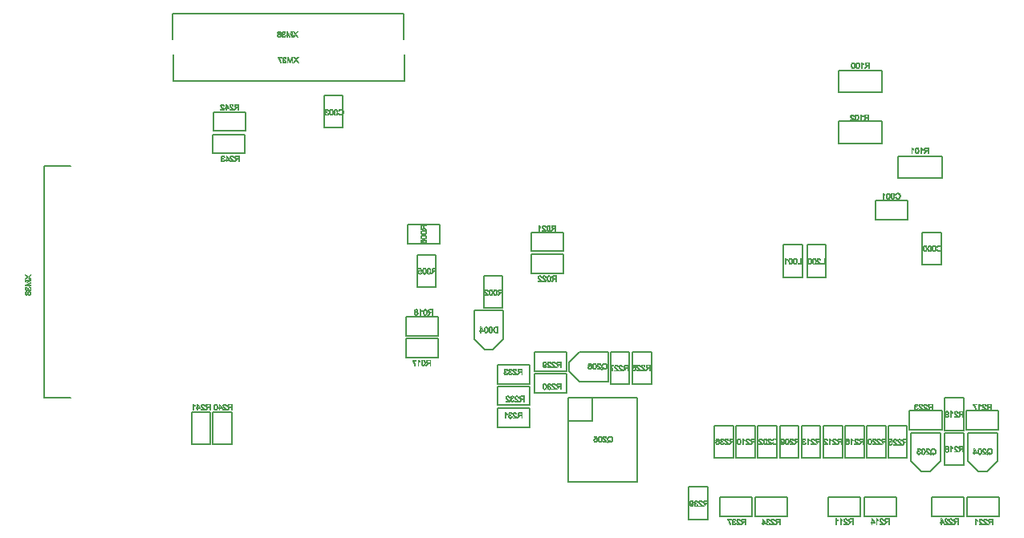
<source format=gbr>
*
G04 Job   : X:\MG\projects\L02-0101\PCB\L02-0101.pcb*
G04 User  : DESKTOP-LPE9H33:User*
G04 Layer : L02-0101_15ASB.gbr*
G04 Date  : Tue Mar 14 15:44:52 2017*
%ICAS*%
%MOIN*%
%FSLAX24Y24*%
%OFA0.0000B0.0000*%
G90*
G74*
%ADD11C,0.00394*%
%ADD10C,0.00787*%
G01*
G54D10*
X-21398Y4480D02*
X-22480D01*
Y-5126*
X-21398*
Y4480D02*
X-22480D01*
Y-5126*
X-21398*
X-17126Y9114D02*
Y8031D01*
X-7520*
Y9114*
X-17126D02*
Y8031D01*
X-7520*
Y9114*
X-16358Y-7087D02*
X-15571D01*
Y-5748*
X-16358*
Y-7087*
X-15571*
Y-5748*
X-16358*
Y-7087*
X-15472D02*
X-14685D01*
Y-5748*
X-15472*
Y-7087*
X-14685*
Y-5748*
X-15472*
Y-7087*
Y5020D02*
X-14134D01*
Y5807*
X-15472*
Y5020*
X-14134*
Y5807*
X-15472*
Y5020*
X-15453Y5945D02*
X-14114D01*
Y6732*
X-15453*
Y5945*
X-14114*
Y6732*
X-15453*
Y5945*
X-10856Y6093D02*
X-10069D01*
Y7431*
X-10856*
Y6093*
X-10069*
Y7431*
X-10856*
Y6093*
X-7559Y9752D02*
Y10835D01*
X-17165*
Y9752*
X-7559D02*
Y10835D01*
X-17165*
Y9752*
X-7461Y-3465D02*
X-6122D01*
Y-2677*
X-7461*
Y-3465*
X-6122*
Y-2677*
X-7461*
Y-3465*
Y-2559D02*
X-6122D01*
Y-1772*
X-7461*
Y-2559*
X-6122*
Y-1772*
X-7461*
Y-2559*
X-7382Y1260D02*
X-6043D01*
Y2047*
X-7382*
Y1260*
X-6043*
Y2047*
X-7382*
Y1260*
X-6988Y-531D02*
X-6201D01*
Y807*
X-6988*
Y-531*
X-6201*
Y807*
X-6988*
Y-531*
X-4626Y-1516D02*
Y-2697D01*
X-4193Y-3130*
X-3839*
X-3406Y-2697*
Y-1516*
X-4626*
Y-2697*
X-4193Y-3130*
X-3839*
X-3406Y-2697*
Y-1516*
X-4626*
X-4232Y-1417D02*
X-3445D01*
Y-79*
X-4232*
Y-1417*
X-3445*
Y-79*
X-4232*
Y-1417*
X-3642Y-6378D02*
X-2303D01*
Y-5591*
X-3642*
Y-6378*
X-2303*
Y-5591*
X-3642*
Y-6378*
Y-5453D02*
X-2303D01*
Y-4665*
X-3642*
Y-5453*
X-2303*
Y-4665*
X-3642*
Y-5453*
Y-4567D02*
X-2303D01*
Y-3780*
X-3642*
Y-4567*
X-2303*
Y-3780*
X-3642*
Y-4567*
X-2244Y39D02*
X-906D01*
Y827*
X-2244*
Y39*
X-906*
Y827*
X-2244*
Y39*
Y945D02*
X-906D01*
Y1732*
X-2244*
Y945*
X-906*
Y1732*
X-2244*
Y945*
X-2106Y-4941D02*
X-768D01*
Y-4154*
X-2106*
Y-4941*
X-768*
Y-4154*
X-2106*
Y-4941*
Y-4035D02*
X-768D01*
Y-3248*
X-2106*
Y-4035*
X-768*
Y-3248*
X-2106*
Y-4035*
X-709Y-8642D02*
X2165D01*
Y-5138*
X-709*
Y-8642*
X2165*
Y-5138*
X-709*
Y-8642*
Y-6102D02*
X276D01*
Y-5138*
X-709*
Y-6102*
X276*
Y-5138*
X-709*
Y-6102*
X945Y-3248D02*
X-236D01*
X-669Y-3681*
Y-4035*
X-236Y-4469*
X945*
Y-3248*
X-236*
X-669Y-3681*
Y-4035*
X-236Y-4469*
X945*
Y-3248*
X1043Y-4587D02*
X1831D01*
Y-3248*
X1043*
Y-4587*
X1831*
Y-3248*
X1043*
Y-4587*
X1949D02*
X2736D01*
Y-3248*
X1949*
Y-4587*
X2736*
Y-3248*
X1949*
Y-4587*
X4291Y-10197D02*
X5079D01*
Y-8858*
X4291*
Y-10197*
X5079*
Y-8858*
X4291*
Y-10197*
X5354Y-7638D02*
X6142D01*
Y-6299*
X5354*
Y-7638*
X6142*
Y-6299*
X5354*
Y-7638*
X5591Y-10079D02*
X6929D01*
Y-9291*
X5591*
Y-10079*
X6929*
Y-9291*
X5591*
Y-10079*
X6260Y-7638D02*
X7047D01*
Y-6299*
X6260*
Y-7638*
X7047*
Y-6299*
X6260*
Y-7638*
X7047Y-10079D02*
X8386D01*
Y-9291*
X7047*
Y-10079*
X8386*
Y-9291*
X7047*
Y-10079*
X7165Y-7638D02*
X7953D01*
Y-6299*
X7165*
Y-7638*
X7953*
Y-6299*
X7165*
Y-7638*
X8071D02*
X8858D01*
Y-6299*
X8071*
Y-7638*
X8858*
Y-6299*
X8071*
Y-7638*
X8219Y-128D02*
X9006D01*
Y1211*
X8219*
Y-128*
X9006*
Y1211*
X8219*
Y-128*
X8976Y-7638D02*
X9764D01*
Y-6299*
X8976*
Y-7638*
X9764*
Y-6299*
X8976*
Y-7638*
X9213Y-128D02*
X10000D01*
Y1211*
X9213*
Y-128*
X10000*
Y1211*
X9213*
Y-128*
X9882Y-7638D02*
X10669D01*
Y-6299*
X9882*
Y-7638*
X10669*
Y-6299*
X9882*
Y-7638*
X10079Y-10079D02*
X11417D01*
Y-9291*
X10079*
Y-10079*
X11417*
Y-9291*
X10079*
Y-10079*
X10512Y5437D02*
X12323D01*
Y6343*
X10512*
Y5437*
X12323*
Y6343*
X10512*
Y5437*
Y7563D02*
X12323D01*
Y8469*
X10512*
Y7563*
X12323*
Y8469*
X10512*
Y7563*
X10787Y-7638D02*
X11575D01*
Y-6299*
X10787*
Y-7638*
X11575*
Y-6299*
X10787*
Y-7638*
X11575Y-10079D02*
X12913D01*
Y-9291*
X11575*
Y-10079*
X12913*
Y-9291*
X11575*
Y-10079*
X11693Y-7638D02*
X12480D01*
Y-6299*
X11693*
Y-7638*
X12480*
Y-6299*
X11693*
Y-7638*
X12047Y2264D02*
X13386D01*
Y3051*
X12047*
Y2264*
X13386*
Y3051*
X12047*
Y2264*
X12579Y-7638D02*
X13366D01*
Y-6299*
X12579*
Y-7638*
X13366*
Y-6299*
X12579*
Y-7638*
X12992Y3996D02*
X14803D01*
Y4902*
X12992*
Y3996*
X14803*
Y4902*
X12992*
Y3996*
X13465Y-6476D02*
X14803D01*
Y-5689*
X13465*
Y-6476*
X14803*
Y-5689*
X13465*
Y-6476*
X13524Y-6594D02*
Y-7776D01*
X13957Y-8209*
X14311*
X14744Y-7776*
Y-6594*
X13524*
Y-7776*
X13957Y-8209*
X14311*
X14744Y-7776*
Y-6594*
X13524*
X13996Y394D02*
X14783D01*
Y1732*
X13996*
Y394*
X14783*
Y1732*
X13996*
Y394*
X14390Y-10079D02*
X15728D01*
Y-9291*
X14390*
Y-10079*
X15728*
Y-9291*
X14390*
Y-10079*
X14921Y-7953D02*
X15709D01*
Y-6614*
X14921*
Y-7953*
X15709*
Y-6614*
X14921*
Y-7953*
Y-6496D02*
X15709D01*
Y-5157*
X14921*
Y-6496*
X15709*
Y-5157*
X14921*
Y-6496*
X15827Y-6476D02*
X17165D01*
Y-5689*
X15827*
Y-6476*
X17165*
Y-5689*
X15827*
Y-6476*
X15846Y-10079D02*
X17185D01*
Y-9291*
X15846*
Y-10079*
X17185*
Y-9291*
X15846*
Y-10079*
X15886Y-6594D02*
Y-7776D01*
X16319Y-8209*
X16673*
X17106Y-7776*
Y-6594*
X15886*
Y-7776*
X16319Y-8209*
X16673*
X17106Y-7776*
Y-6594*
X15886*
G54D11*
X-23222Y-752D02*
X-23218D01*
X-23214Y-753*
X-23210Y-754*
X-23206Y-755*
X-23203Y-756*
X-23200Y-758*
X-23197Y-760*
X-23194Y-763*
X-23191Y-766*
X-23189Y-769*
X-23187Y-772*
X-23186Y-776*
X-23184Y-779*
Y-783*
X-23183Y-787*
Y-792*
Y-796*
X-23184Y-800*
Y-804*
X-23186Y-807*
X-23187Y-811*
X-23189Y-814*
X-23191Y-817*
X-23194Y-820*
X-23196Y-822*
X-23200Y-824*
X-23203Y-826*
X-23206Y-828*
X-23209Y-829*
X-23213Y-830*
X-23216*
X-23220Y-831*
X-23224Y-830*
X-23228*
X-23232Y-829*
X-23235Y-828*
X-23239Y-826*
X-23242Y-824*
X-23245Y-822*
X-23248Y-820*
X-23250Y-816*
X-23252Y-813*
X-23255Y-810*
X-23256Y-807*
X-23257Y-803*
X-23258Y-799*
X-23259Y-795*
Y-791*
Y-787*
X-23258Y-783*
X-23257Y-779*
X-23256Y-776*
X-23255Y-772*
X-23253Y-769*
X-23251Y-766*
X-23248Y-763*
X-23245Y-760*
X-23242Y-758*
X-23239Y-756*
X-23236Y-755*
X-23233Y-754*
X-23229Y-753*
X-23226Y-752*
X-23222*
X-23172Y-758D02*
X-23173Y-753D01*
X-23175Y-749*
X-23177Y-745*
X-23180Y-742*
X-23182Y-739*
X-23185Y-735*
X-23188Y-733*
X-23191Y-730*
X-23194Y-728*
X-23197Y-726*
X-23201Y-725*
X-23204Y-724*
X-23209Y-723*
X-23213Y-722*
X-23217*
X-23221Y-721*
X-23227Y-722*
X-23234Y-723*
X-23239Y-724*
X-23245Y-726*
X-23251Y-729*
X-23256Y-732*
X-23260Y-736*
X-23265Y-740*
X-23269Y-745*
X-23273Y-751*
X-23276Y-756*
X-23279Y-763*
X-23281Y-769*
X-23282Y-776*
X-23283Y-783*
Y-791*
Y-799*
X-23282Y-806*
X-23281Y-813*
X-23278Y-820*
X-23276Y-826*
X-23273Y-831*
X-23269Y-837*
X-23265Y-842*
X-23260Y-846*
X-23255Y-850*
X-23250Y-854*
X-23244Y-856*
X-23239Y-859*
X-23233Y-860*
X-23226Y-861*
X-23220*
X-23216*
X-23212*
X-23208Y-860*
X-23204Y-859*
X-23201Y-858*
X-23197Y-856*
X-23194Y-854*
X-23191Y-852*
X-23188Y-850*
X-23185Y-847*
X-23182Y-844*
X-23180Y-841*
X-23177Y-838*
X-23175Y-834*
X-23173Y-830*
X-23172Y-825*
X-23170Y-831*
X-23167Y-836*
X-23165Y-841*
X-23162Y-845*
X-23159Y-849*
X-23156Y-853*
X-23152Y-856*
X-23148Y-859*
X-23144Y-862*
X-23140Y-864*
X-23135Y-867*
X-23131Y-868*
X-23126Y-869*
X-23120Y-870*
X-23115Y-871*
X-23110*
X-23102*
X-23095Y-870*
X-23088Y-868*
X-23081Y-866*
X-23075Y-863*
X-23069Y-859*
X-23063Y-854*
X-23058Y-849*
X-23053Y-843*
X-23048Y-837*
X-23045Y-831*
X-23042Y-824*
X-23039Y-816*
X-23038Y-808*
X-23037Y-800*
Y-791*
Y-783*
X-23038Y-774*
X-23040Y-767*
X-23042Y-759*
X-23045Y-752*
X-23048Y-746*
X-23053Y-739*
X-23058Y-734*
X-23063Y-729*
X-23069Y-724*
X-23075Y-720*
X-23081Y-717*
X-23088Y-715*
X-23095Y-713*
X-23103Y-712*
X-23110*
X-23116*
X-23122Y-713*
X-23127*
X-23132Y-715*
X-23137Y-717*
X-23141Y-719*
X-23146Y-721*
X-23150Y-724*
X-23154Y-727*
X-23157Y-730*
X-23160Y-734*
X-23163Y-738*
X-23166Y-743*
X-23168Y-747*
X-23170Y-752*
X-23172Y-758*
X-23110Y-742D02*
X-23104Y-743D01*
X-23098Y-744*
X-23092Y-746*
X-23086Y-748*
X-23080Y-751*
X-23075Y-756*
X-23071Y-760*
X-23067Y-766*
X-23064Y-772*
X-23063Y-778*
X-23061Y-785*
Y-792*
Y-797*
X-23062Y-802*
X-23063Y-807*
X-23064Y-811*
X-23066Y-816*
X-23068Y-820*
X-23071Y-823*
X-23075Y-827*
X-23078Y-830*
X-23082Y-833*
X-23086Y-835*
X-23090Y-837*
X-23094Y-839*
X-23099Y-840*
X-23104*
X-23109Y-841*
X-23114Y-840*
X-23119*
X-23124Y-839*
X-23129Y-837*
X-23133Y-835*
X-23137Y-833*
X-23141Y-830*
X-23145Y-826*
X-23148Y-823*
X-23151Y-819*
X-23153Y-815*
X-23155Y-810*
X-23157Y-806*
X-23158Y-801*
Y-796*
X-23159Y-791*
X-23158Y-786*
Y-781*
X-23157Y-776*
X-23155Y-772*
X-23153Y-767*
X-23151Y-763*
X-23148Y-760*
X-23145Y-756*
X-23141Y-753*
X-23137Y-750*
X-23133Y-748*
X-23129Y-746*
X-23125Y-744*
X-23120Y-743*
X-23115*
X-23110Y-742*
X-23105Y-524D02*
X-23109Y-554D01*
X-23102Y-556*
X-23097Y-557*
X-23092Y-559*
X-23087Y-561*
X-23083Y-563*
X-23079Y-566*
X-23075Y-569*
X-23072Y-571*
X-23070Y-575*
X-23067Y-578*
X-23065Y-582*
X-23064Y-585*
X-23063Y-589*
X-23062Y-593*
X-23061Y-597*
Y-601*
Y-607*
X-23062Y-612*
X-23063Y-616*
X-23065Y-621*
X-23067Y-625*
X-23069Y-629*
X-23072Y-633*
X-23076Y-637*
X-23079Y-640*
X-23083Y-643*
X-23087Y-646*
X-23092Y-648*
X-23096Y-649*
X-23101Y-650*
X-23106Y-651*
X-23111*
X-23116*
X-23121*
X-23126Y-649*
X-23130Y-648*
X-23134Y-646*
X-23138Y-644*
X-23142Y-641*
X-23145Y-638*
X-23148Y-635*
X-23151Y-631*
X-23153Y-627*
X-23155Y-623*
X-23157Y-619*
Y-614*
X-23158Y-609*
Y-604*
Y-600*
X-23157Y-595*
Y-589*
X-23155Y-583*
X-23181Y-586*
Y-589*
Y-591*
Y-596*
Y-601*
X-23182Y-605*
X-23183Y-609*
X-23185Y-613*
X-23186Y-618*
X-23188Y-622*
X-23191Y-625*
X-23193Y-629*
X-23196Y-632*
X-23200Y-635*
X-23203Y-637*
X-23207Y-638*
X-23212Y-640*
X-23216*
X-23221*
X-23225*
X-23229*
X-23233Y-639*
X-23236Y-638*
X-23239Y-636*
X-23243Y-634*
X-23245Y-632*
X-23248Y-629*
X-23251Y-627*
X-23253Y-623*
X-23255Y-620*
X-23256Y-617*
X-23257Y-613*
X-23258Y-609*
X-23259Y-605*
Y-601*
Y-597*
X-23258Y-593*
X-23257Y-589*
X-23256Y-585*
X-23255Y-582*
X-23253Y-578*
X-23251Y-575*
X-23248Y-572*
X-23245Y-569*
X-23242Y-567*
X-23238Y-565*
X-23234Y-563*
X-23230Y-561*
X-23226Y-559*
X-23221Y-558*
X-23215Y-557*
X-23221Y-528*
X-23228Y-529*
X-23235Y-531*
X-23241Y-534*
X-23247Y-537*
X-23253Y-540*
X-23258Y-544*
X-23262Y-548*
X-23267Y-552*
X-23271Y-557*
X-23274Y-563*
X-23277Y-568*
X-23279Y-574*
X-23281Y-580*
X-23282Y-587*
X-23283Y-593*
Y-600*
Y-605*
Y-610*
X-23282Y-615*
X-23281Y-619*
X-23280Y-624*
X-23278Y-628*
X-23277Y-632*
X-23275Y-637*
X-23273Y-641*
X-23270Y-644*
X-23267Y-648*
X-23265Y-651*
X-23262Y-654*
X-23259Y-657*
X-23255Y-660*
X-23251Y-662*
X-23248Y-664*
X-23244Y-666*
X-23240Y-667*
X-23236Y-669*
X-23233Y-670*
X-23229*
X-23225Y-671*
X-23221*
X-23217*
X-23213Y-670*
X-23209*
X-23205Y-669*
X-23202Y-668*
X-23199Y-666*
X-23195Y-665*
X-23192Y-662*
X-23189Y-660*
X-23186Y-658*
X-23183Y-655*
X-23180Y-652*
X-23178Y-649*
X-23176Y-645*
X-23174Y-642*
X-23172Y-638*
X-23170Y-643*
X-23168Y-648*
X-23166Y-652*
X-23164Y-657*
X-23161Y-661*
X-23158Y-664*
X-23155Y-668*
X-23151Y-671*
X-23147Y-674*
X-23143Y-676*
X-23138Y-678*
X-23134Y-680*
X-23129Y-681*
X-23123Y-682*
X-23118Y-683*
X-23112*
X-23104*
X-23097Y-681*
X-23090Y-679*
X-23083Y-677*
X-23076Y-674*
X-23070Y-670*
X-23064Y-665*
X-23059Y-660*
X-23053Y-654*
X-23049Y-647*
X-23045Y-641*
X-23042Y-634*
X-23040Y-626*
X-23038Y-618*
X-23037Y-610*
Y-601*
Y-593*
X-23038Y-586*
X-23039Y-579*
X-23041Y-572*
X-23044Y-566*
X-23047Y-560*
X-23051Y-554*
X-23055Y-549*
X-23060Y-544*
X-23066Y-539*
X-23071Y-535*
X-23077Y-532*
X-23084Y-529*
X-23090Y-527*
X-23097Y-525*
X-23105Y-524*
X-23041Y-254D02*
X-23282D01*
Y-302*
X-23111Y-360*
X-23105Y-361*
X-23100Y-363*
X-23095Y-365*
X-23090Y-366*
X-23086Y-368*
X-23082Y-369*
X-23079Y-370*
X-23075Y-371*
X-23079Y-372*
X-23083Y-374*
X-23087Y-375*
X-23092Y-376*
X-23097Y-378*
X-23102Y-380*
X-23108Y-382*
X-23114Y-384*
X-23282Y-442*
Y-485*
X-23041*
Y-454*
X-23243*
X-23041Y-384*
Y-355*
X-23246Y-285*
X-23041*
Y-254*
Y-6D02*
X-23166Y-99D01*
X-23282Y-17*
Y-55*
X-23221Y-99*
X-23216Y-102*
X-23212Y-105*
X-23207Y-108*
X-23204Y-111*
X-23200Y-113*
X-23197Y-115*
X-23194Y-117*
X-23191Y-118*
X-23197Y-122*
X-23204Y-127*
X-23211Y-132*
X-23218Y-137*
X-23282Y-186*
Y-220*
X-23168Y-137*
X-23041Y-227*
Y-188*
X-23127Y-127*
X-23142Y-117*
X-23139Y-115*
X-23136Y-113*
X-23133Y-111*
X-23131Y-110*
X-23129Y-109*
X-23127Y-107*
X-23126Y-106*
X-23124Y-105*
X-23041Y-44*
Y-6*
X-16310Y-5638D02*
X-16280D01*
Y-5449*
X-16275Y-5454*
X-16268Y-5459*
X-16261Y-5465*
X-16252Y-5470*
X-16244Y-5475*
X-16236Y-5479*
X-16228Y-5482*
X-16221Y-5485*
Y-5456*
X-16233Y-5450*
X-16245Y-5443*
X-16255Y-5436*
X-16265Y-5428*
X-16269Y-5424*
X-16273Y-5420*
X-16277Y-5416*
X-16280Y-5412*
X-16284Y-5408*
X-16286Y-5403*
X-16289Y-5400*
X-16291Y-5396*
X-16310*
Y-5638*
X-16106D02*
Y-5580D01*
X-16001*
Y-5553*
X-16111Y-5397*
X-16135*
Y-5553*
X-16168*
Y-5580*
X-16135*
Y-5638*
X-16106*
Y-5553D02*
Y-5444D01*
X-16030Y-5553*
X-16106*
X-15979Y-5610D02*
Y-5638D01*
X-15819*
Y-5633*
X-15820Y-5628*
X-15821Y-5623*
X-15822Y-5618*
X-15826Y-5609*
X-15830Y-5601*
X-15836Y-5593*
X-15842Y-5586*
X-15845Y-5582*
X-15849Y-5577*
X-15854Y-5573*
X-15858Y-5569*
X-15863Y-5564*
X-15869Y-5559*
X-15875Y-5554*
X-15881Y-5549*
X-15890Y-5541*
X-15899Y-5534*
X-15907Y-5527*
X-15914Y-5520*
X-15920Y-5514*
X-15925Y-5508*
X-15930Y-5503*
X-15934Y-5498*
X-15938Y-5493*
X-15940Y-5489*
X-15943Y-5484*
X-15945Y-5479*
X-15946Y-5475*
X-15947Y-5471*
X-15948Y-5466*
Y-5462*
Y-5458*
X-15947Y-5454*
X-15946Y-5450*
X-15945Y-5446*
X-15943Y-5442*
X-15941Y-5439*
X-15938Y-5435*
X-15935Y-5432*
X-15932Y-5429*
X-15929Y-5427*
X-15925Y-5425*
X-15921Y-5423*
X-15917Y-5422*
X-15912Y-5421*
X-15908Y-5420*
X-15903*
X-15897*
X-15892Y-5421*
X-15888Y-5422*
X-15883Y-5424*
X-15879Y-5425*
X-15875Y-5428*
X-15871Y-5430*
X-15868Y-5433*
X-15865Y-5437*
X-15862Y-5440*
X-15860Y-5444*
X-15858Y-5448*
X-15857Y-5453*
X-15856Y-5458*
X-15855Y-5463*
Y-5469*
X-15825Y-5466*
X-15826Y-5457*
X-15827Y-5450*
X-15829Y-5442*
X-15832Y-5436*
X-15835Y-5429*
X-15839Y-5424*
X-15843Y-5418*
X-15848Y-5414*
X-15853Y-5409*
X-15859Y-5406*
X-15865Y-5403*
X-15872Y-5400*
X-15879Y-5398*
X-15887Y-5397*
X-15895Y-5396*
X-15903*
X-15912*
X-15920Y-5397*
X-15927Y-5399*
X-15934Y-5401*
X-15941Y-5403*
X-15947Y-5407*
X-15953Y-5411*
X-15958Y-5415*
X-15963Y-5420*
X-15967Y-5425*
X-15971Y-5431*
X-15973Y-5437*
X-15976Y-5443*
X-15977Y-5449*
X-15978Y-5456*
X-15979Y-5463*
X-15978Y-5470*
X-15977Y-5477*
X-15975Y-5484*
X-15973Y-5491*
X-15971Y-5495*
X-15969Y-5498*
X-15967Y-5502*
X-15965Y-5506*
X-15962Y-5509*
X-15959Y-5513*
X-15956Y-5517*
X-15953Y-5521*
X-15949Y-5525*
X-15945Y-5529*
X-15940Y-5534*
X-15934Y-5539*
X-15929Y-5545*
X-15922Y-5550*
X-15915Y-5557*
X-15907Y-5563*
X-15901Y-5569*
X-15895Y-5574*
X-15890Y-5578*
X-15885Y-5582*
X-15881Y-5586*
X-15878Y-5589*
X-15875Y-5592*
X-15873Y-5594*
X-15869Y-5598*
X-15866Y-5602*
X-15863Y-5606*
X-15860Y-5610*
X-15979*
X-15623Y-5503D02*
X-15692D01*
X-15698*
X-15702*
X-15707*
X-15712Y-5502*
X-15716*
X-15720Y-5501*
X-15723Y-5500*
X-15726Y-5499*
X-15732Y-5496*
X-15737Y-5493*
X-15742Y-5489*
X-15745Y-5484*
X-15748Y-5479*
X-15750Y-5474*
X-15751Y-5468*
X-15752Y-5463*
X-15751Y-5459*
Y-5455*
X-15750Y-5451*
X-15749Y-5447*
X-15747Y-5444*
X-15745Y-5440*
X-15742Y-5437*
X-15739Y-5434*
X-15736Y-5432*
X-15732Y-5429*
X-15728Y-5428*
X-15723Y-5426*
X-15718Y-5425*
X-15712Y-5424*
X-15706*
X-15700Y-5423*
X-15623*
Y-5503*
X-15591Y-5638D02*
Y-5397D01*
X-15698*
X-15706*
X-15714*
X-15721Y-5398*
X-15727*
X-15733Y-5399*
X-15738Y-5400*
X-15743Y-5402*
X-15748Y-5403*
X-15752Y-5405*
X-15756Y-5407*
X-15759Y-5409*
X-15763Y-5412*
X-15766Y-5415*
X-15769Y-5419*
X-15772Y-5422*
X-15775Y-5426*
X-15777Y-5430*
X-15779Y-5435*
X-15781Y-5439*
X-15782Y-5444*
X-15783Y-5448*
X-15784Y-5453*
Y-5458*
X-15785Y-5463*
X-15784Y-5469*
Y-5475*
X-15782Y-5481*
X-15780Y-5486*
X-15778Y-5492*
X-15775Y-5497*
X-15772Y-5502*
X-15768Y-5506*
X-15764Y-5510*
X-15758Y-5514*
X-15753Y-5518*
X-15747Y-5520*
X-15740Y-5523*
X-15733Y-5525*
X-15725Y-5527*
X-15717Y-5528*
X-15723Y-5532*
X-15728Y-5535*
X-15732Y-5537*
X-15736Y-5540*
X-15743Y-5547*
X-15749Y-5555*
X-15756Y-5563*
X-15762Y-5573*
X-15804Y-5638*
X-15764*
X-15732Y-5588*
X-15729Y-5583*
X-15726Y-5578*
X-15722Y-5573*
X-15719Y-5569*
X-15717Y-5565*
X-15714Y-5561*
X-15711Y-5558*
X-15709Y-5555*
X-15705Y-5549*
X-15701Y-5545*
X-15697Y-5541*
X-15693Y-5539*
X-15689Y-5536*
X-15686Y-5535*
X-15682Y-5533*
X-15678Y-5532*
X-15675*
X-15671Y-5531*
X-15666*
X-15660*
X-15623*
Y-5638*
X-15591*
X-15323Y-5519D02*
Y-5526D01*
Y-5533*
X-15324Y-5540*
Y-5546*
X-15325Y-5553*
Y-5558*
X-15326Y-5564*
X-15327Y-5569*
X-15328Y-5574*
X-15329Y-5578*
X-15330Y-5582*
X-15331Y-5586*
X-15332Y-5590*
X-15334Y-5593*
X-15336Y-5596*
X-15337Y-5598*
X-15341Y-5603*
X-15345Y-5607*
X-15349Y-5610*
X-15353Y-5613*
X-15357Y-5615*
X-15362Y-5617*
X-15367Y-5618*
X-15372*
X-15377*
X-15382Y-5617*
X-15386Y-5615*
X-15391Y-5613*
X-15395Y-5610*
X-15399Y-5607*
X-15403Y-5603*
X-15406Y-5598*
X-15408Y-5596*
X-15409Y-5593*
X-15411Y-5589*
X-15412Y-5586*
X-15413Y-5582*
X-15415Y-5578*
X-15416Y-5573*
X-15417Y-5569*
X-15418Y-5564*
Y-5558*
X-15419Y-5552*
Y-5546*
X-15420Y-5540*
Y-5533*
Y-5526*
Y-5519*
Y-5512*
Y-5505*
Y-5498*
X-15419Y-5492*
Y-5486*
X-15418Y-5480*
Y-5475*
X-15417Y-5469*
X-15416Y-5465*
X-15415Y-5460*
X-15413Y-5456*
X-15412Y-5452*
X-15411Y-5449*
X-15409Y-5446*
X-15408Y-5442*
X-15406Y-5440*
X-15403Y-5435*
X-15399Y-5431*
X-15395Y-5428*
X-15391Y-5425*
X-15386Y-5423*
X-15381Y-5421*
X-15376Y-5420*
X-15371*
X-15366*
X-15362Y-5421*
X-15357Y-5423*
X-15353Y-5425*
X-15349Y-5427*
X-15345Y-5430*
X-15342Y-5433*
X-15339Y-5438*
X-15337Y-5441*
X-15335Y-5444*
X-15333Y-5447*
X-15332Y-5451*
X-15331Y-5455*
X-15329Y-5459*
X-15328Y-5464*
X-15327Y-5469*
X-15326Y-5474*
X-15325Y-5480*
Y-5486*
X-15324Y-5492*
Y-5498*
X-15323Y-5505*
Y-5512*
Y-5519*
X-15293D02*
Y-5509D01*
Y-5499*
X-15294Y-5489*
X-15295Y-5480*
X-15296Y-5472*
X-15298Y-5464*
X-15300Y-5457*
X-15302Y-5450*
X-15304Y-5444*
X-15306Y-5438*
X-15309Y-5432*
X-15313Y-5427*
X-15316Y-5422*
X-15320Y-5418*
X-15324Y-5414*
X-15328Y-5410*
X-15332Y-5407*
X-15337Y-5404*
X-15342Y-5401*
X-15348Y-5399*
X-15353Y-5398*
X-15359Y-5397*
X-15365Y-5396*
X-15372*
X-15376*
X-15381*
X-15386Y-5397*
X-15390Y-5398*
X-15394Y-5399*
X-15398Y-5400*
X-15402Y-5402*
X-15406Y-5403*
X-15413Y-5408*
X-15419Y-5413*
X-15425Y-5419*
X-15430Y-5426*
X-15435Y-5434*
X-15439Y-5442*
X-15442Y-5452*
X-15445Y-5462*
X-15446Y-5468*
X-15448Y-5473*
Y-5480*
X-15449Y-5487*
X-15450Y-5494*
Y-5502*
X-15451Y-5510*
Y-5519*
X-15450Y-5529*
Y-5539*
X-15449Y-5549*
X-15448Y-5558*
X-15447Y-5566*
X-15446Y-5574*
X-15444Y-5581*
X-15442Y-5588*
X-15439Y-5594*
X-15437Y-5600*
X-15434Y-5606*
X-15431Y-5611*
X-15427Y-5616*
X-15424Y-5620*
X-15420Y-5624*
X-15416Y-5628*
X-15411Y-5631*
X-15406Y-5634*
X-15401Y-5637*
X-15396Y-5639*
X-15390Y-5640*
X-15384Y-5641*
X-15378Y-5642*
X-15372*
X-15363*
X-15355Y-5641*
X-15348Y-5639*
X-15340Y-5636*
X-15334Y-5633*
X-15328Y-5628*
X-15322Y-5623*
X-15317Y-5618*
X-15314Y-5613*
X-15311Y-5609*
X-15309Y-5605*
X-15306Y-5600*
X-15304Y-5595*
X-15302Y-5589*
X-15300Y-5584*
X-15299Y-5578*
X-15297Y-5571*
X-15296Y-5565*
X-15295Y-5558*
X-15294Y-5551*
Y-5543*
X-15293Y-5536*
Y-5528*
Y-5519*
X-15200Y-5638D02*
Y-5580D01*
X-15095*
Y-5553*
X-15206Y-5397*
X-15230*
Y-5553*
X-15263*
Y-5580*
X-15230*
Y-5638*
X-15200*
Y-5553D02*
Y-5444D01*
X-15125Y-5553*
X-15200*
X-15169Y6855D02*
Y6826D01*
X-15009*
Y6832*
X-15010Y6837*
X-15011Y6842*
X-15013Y6847*
X-15016Y6855*
X-15021Y6863*
X-15026Y6871*
X-15032Y6879*
X-15036Y6883*
X-15040Y6887*
X-15044Y6892*
X-15049Y6896*
X-15054Y6901*
X-15059Y6906*
X-15065Y6911*
X-15071Y6916*
X-15081Y6924*
X-15089Y6931*
X-15097Y6938*
X-15104Y6945*
X-15110Y6951*
X-15116Y6957*
X-15121Y6962*
X-15125Y6967*
X-15128Y6972*
X-15131Y6976*
X-15133Y6981*
X-15135Y6985*
X-15137Y6990*
X-15138Y6994*
Y6998*
X-15139Y7003*
X-15138Y7007*
Y7011*
X-15137Y7015*
X-15135Y7019*
X-15134Y7023*
X-15131Y7026*
X-15129Y7029*
X-15126Y7032*
X-15122Y7035*
X-15119Y7038*
X-15115Y7040*
X-15111Y7041*
X-15107Y7043*
X-15103Y7044*
X-15098*
X-15093*
X-15088*
X-15083*
X-15078Y7043*
X-15074Y7041*
X-15069Y7040*
X-15066Y7037*
X-15062Y7035*
X-15058Y7032*
X-15055Y7028*
X-15053Y7025*
X-15051Y7021*
X-15049Y7016*
X-15047Y7012*
X-15046Y7007*
Y7001*
X-15045Y6996*
X-15015Y6999*
X-15016Y7007*
X-15018Y7015*
X-15020Y7023*
X-15023Y7029*
X-15026Y7036*
X-15029Y7041*
X-15034Y7046*
X-15039Y7051*
X-15044Y7055*
X-15050Y7059*
X-15056Y7062*
X-15062Y7065*
X-15070Y7066*
X-15077Y7068*
X-15085Y7069*
X-15094*
X-15102*
X-15110Y7068*
X-15118Y7066*
X-15125Y7064*
X-15131Y7061*
X-15138Y7058*
X-15143Y7054*
X-15149Y7050*
X-15153Y7045*
X-15158Y7040*
X-15161Y7034*
X-15164Y7028*
X-15166Y7022*
X-15168Y7016*
X-15169Y7009*
Y7002*
Y6995*
X-15168Y6988*
X-15166Y6980*
X-15163Y6973*
X-15161Y6970*
X-15160Y6966*
X-15157Y6963*
X-15155Y6959*
X-15152Y6955*
X-15150Y6952*
X-15147Y6948*
X-15143Y6944*
X-15139Y6940*
X-15135Y6936*
X-15130Y6931*
X-15125Y6926*
X-15119Y6920*
X-15112Y6914*
X-15105Y6908*
X-15097Y6902*
X-15091Y6896*
X-15085Y6891*
X-15080Y6887*
X-15075Y6883*
X-15071Y6879*
X-15068Y6876*
X-15065Y6873*
X-15063Y6871*
X-15060Y6867*
X-15056Y6863*
X-15053Y6859*
X-15051Y6855*
X-15169*
X-15073Y-5610D02*
Y-5638D01*
X-14913*
Y-5633*
X-14914Y-5628*
X-14915Y-5623*
X-14917Y-5618*
X-14920Y-5609*
X-14925Y-5601*
X-14930Y-5593*
X-14936Y-5586*
X-14940Y-5582*
X-14944Y-5577*
X-14948Y-5573*
X-14953Y-5569*
X-14958Y-5564*
X-14963Y-5559*
X-14969Y-5554*
X-14975Y-5549*
X-14985Y-5541*
X-14993Y-5534*
X-15001Y-5527*
X-15008Y-5520*
X-15015Y-5514*
X-15020Y-5508*
X-15025Y-5503*
X-15029Y-5498*
X-15032Y-5493*
X-15035Y-5489*
X-15037Y-5484*
X-15039Y-5479*
X-15041Y-5475*
X-15042Y-5471*
Y-5466*
X-15043Y-5462*
X-15042Y-5458*
Y-5454*
X-15041Y-5450*
X-15040Y-5446*
X-15038Y-5442*
X-15036Y-5439*
X-15033Y-5435*
X-15030Y-5432*
X-15027Y-5429*
X-15023Y-5427*
X-15019Y-5425*
X-15015Y-5423*
X-15011Y-5422*
X-15007Y-5421*
X-15002Y-5420*
X-14997*
X-14992*
X-14987Y-5421*
X-14982Y-5422*
X-14978Y-5424*
X-14973Y-5425*
X-14970Y-5428*
X-14966Y-5430*
X-14963Y-5433*
X-14959Y-5437*
X-14957Y-5440*
X-14955Y-5444*
X-14953Y-5448*
X-14951Y-5453*
X-14950Y-5458*
Y-5463*
Y-5469*
X-14919Y-5466*
X-14920Y-5457*
X-14922Y-5450*
X-14924Y-5442*
X-14927Y-5436*
X-14930Y-5429*
X-14933Y-5424*
X-14938Y-5418*
X-14943Y-5414*
X-14948Y-5409*
X-14954Y-5406*
X-14960Y-5403*
X-14967Y-5400*
X-14974Y-5398*
X-14981Y-5397*
X-14989Y-5396*
X-14998*
X-15006*
X-15014Y-5397*
X-15022Y-5399*
X-15029Y-5401*
X-15036Y-5403*
X-15042Y-5407*
X-15048Y-5411*
X-15053Y-5415*
X-15058Y-5420*
X-15062Y-5425*
X-15065Y-5431*
X-15068Y-5437*
X-15070Y-5443*
X-15072Y-5449*
X-15073Y-5456*
Y-5463*
Y-5470*
X-15072Y-5477*
X-15070Y-5484*
X-15067Y-5491*
X-15066Y-5495*
X-15064Y-5498*
X-15062Y-5502*
X-15059Y-5506*
X-15057Y-5509*
X-15054Y-5513*
X-15051Y-5517*
X-15047Y-5521*
X-15044Y-5525*
X-15039Y-5529*
X-15034Y-5534*
X-15029Y-5539*
X-15023Y-5545*
X-15016Y-5550*
X-15009Y-5557*
X-15002Y-5563*
X-14995Y-5569*
X-14989Y-5574*
X-14984Y-5578*
X-14980Y-5582*
X-14976Y-5586*
X-14972Y-5589*
X-14969Y-5592*
X-14967Y-5594*
X-14964Y-5598*
X-14960Y-5602*
X-14957Y-5606*
X-14955Y-5610*
X-15073*
X-14994Y4745D02*
X-15023Y4749D01*
X-15025Y4743*
X-15026Y4737*
X-15028Y4732*
X-15030Y4727*
X-15033Y4723*
X-15035Y4719*
X-15038Y4716*
X-15041Y4712*
X-15044Y4710*
X-15047Y4707*
X-15051Y4706*
X-15054Y4704*
X-15058Y4703*
X-15062Y4702*
X-15066*
X-15071Y4701*
X-15076Y4702*
X-15081*
X-15086Y4703*
X-15090Y4705*
X-15094Y4707*
X-15099Y4709*
X-15103Y4712*
X-15106Y4716*
X-15109Y4720*
X-15112Y4724*
X-15115Y4728*
X-15117Y4732*
X-15118Y4737*
X-15120Y4741*
Y4746*
Y4752*
Y4757*
Y4762*
X-15119Y4766*
X-15117Y4770*
X-15115Y4774*
X-15113Y4778*
X-15110Y4782*
X-15107Y4785*
X-15104Y4789*
X-15100Y4791*
X-15096Y4793*
X-15092Y4795*
X-15088Y4797*
X-15083Y4798*
X-15078*
X-15073Y4799*
X-15069Y4798*
X-15064*
X-15058Y4797*
X-15052Y4795*
X-15056Y4821*
X-15058*
X-15060*
X-15065*
X-15069Y4822*
X-15074*
X-15078Y4823*
X-15082Y4825*
X-15087Y4827*
X-15090Y4829*
X-15094Y4831*
X-15098Y4834*
X-15101Y4836*
X-15104Y4840*
X-15106Y4843*
X-15107Y4847*
X-15109Y4852*
Y4856*
X-15110Y4861*
X-15109Y4865*
Y4869*
X-15108Y4873*
X-15107Y4876*
X-15105Y4879*
X-15103Y4883*
X-15101Y4886*
X-15099Y4888*
X-15096Y4891*
X-15093Y4893*
X-15089Y4895*
X-15086Y4896*
X-15082Y4898*
X-15078*
X-15074Y4899*
X-15070*
X-15066*
X-15062Y4898*
X-15058Y4897*
X-15054Y4896*
X-15051Y4895*
X-15047Y4893*
X-15044Y4891*
X-15041Y4888*
X-15039Y4885*
X-15036Y4882*
X-15034Y4879*
X-15032Y4874*
X-15030Y4870*
X-15029Y4866*
X-15027Y4861*
X-15026Y4856*
X-14997Y4861*
X-14998Y4868*
X-15000Y4875*
X-15003Y4881*
X-15006Y4887*
X-15009Y4893*
X-15013Y4898*
X-15017Y4903*
X-15021Y4907*
X-15026Y4911*
X-15032Y4914*
X-15037Y4917*
X-15043Y4919*
X-15049Y4921*
X-15056Y4922*
X-15062Y4923*
X-15069*
X-15074*
X-15079*
X-15084Y4922*
X-15088Y4921*
X-15093Y4920*
X-15097Y4919*
X-15102Y4917*
X-15106Y4915*
X-15110Y4913*
X-15114Y4910*
X-15117Y4908*
X-15120Y4905*
X-15124Y4902*
X-15126Y4899*
X-15129Y4895*
X-15131Y4892*
X-15133Y4888*
X-15135Y4884*
X-15137Y4880*
X-15138Y4877*
X-15139Y4873*
X-15140Y4869*
Y4865*
Y4861*
Y4857*
Y4853*
X-15139Y4849*
X-15138Y4846*
X-15137Y4842*
X-15135Y4839*
X-15134Y4836*
X-15132Y4832*
X-15129Y4829*
X-15127Y4826*
X-15124Y4823*
X-15121Y4821*
X-15118Y4818*
X-15115Y4816*
X-15111Y4814*
X-15107Y4812*
X-15112Y4810*
X-15117Y4809*
X-15121Y4807*
X-15126Y4804*
X-15130Y4801*
X-15133Y4798*
X-15137Y4795*
X-15140Y4791*
X-15143Y4787*
X-15145Y4783*
X-15147Y4779*
X-15149Y4774*
X-15150Y4769*
X-15151Y4763*
X-15152Y4758*
Y4752*
X-15151Y4745*
X-15150Y4737*
X-15149Y4730*
X-15146Y4723*
X-15143Y4716*
X-15139Y4710*
X-15134Y4704*
X-15129Y4699*
X-15123Y4694*
X-15116Y4689*
X-15110Y4685*
X-15103Y4682*
X-15095Y4680*
X-15087Y4678*
X-15079Y4677*
X-15070*
X-15063*
X-15055Y4678*
X-15048Y4679*
X-15041Y4681*
X-15035Y4684*
X-15029Y4687*
X-15023Y4691*
X-15017Y4696*
X-15013Y4701*
X-15008Y4706*
X-15004Y4711*
X-15001Y4717*
X-14998Y4724*
X-14996Y4730*
X-14995Y4737*
X-14994Y4745*
X-14920Y6826D02*
Y6884D01*
X-14816*
Y6911*
X-14926Y7068*
X-14950*
Y6911*
X-14983*
Y6884*
X-14950*
Y6826*
X-14920*
Y6911D02*
Y7021D01*
X-14845Y6911*
X-14920*
X-14901Y4681D02*
Y4739D01*
X-14796*
Y4766*
X-14906Y4922*
X-14931*
Y4766*
X-14963*
Y4739*
X-14931*
Y4681*
X-14901*
Y4766D02*
Y4875D01*
X-14825Y4766*
X-14901*
X-14794Y6855D02*
Y6826D01*
X-14634*
Y6832*
Y6837*
X-14636Y6842*
X-14637Y6847*
X-14641Y6855*
X-14645Y6863*
X-14650Y6871*
X-14657Y6879*
X-14660Y6883*
X-14664Y6887*
X-14668Y6892*
X-14673Y6896*
X-14678Y6901*
X-14684Y6906*
X-14689Y6911*
X-14696Y6916*
X-14705Y6924*
X-14714Y6931*
X-14722Y6938*
X-14729Y6945*
X-14735Y6951*
X-14740Y6957*
X-14745Y6962*
X-14749Y6967*
X-14752Y6972*
X-14755Y6976*
X-14757Y6981*
X-14759Y6985*
X-14761Y6990*
X-14762Y6994*
X-14763Y6998*
Y7003*
Y7007*
X-14762Y7011*
X-14761Y7015*
X-14760Y7019*
X-14758Y7023*
X-14756Y7026*
X-14753Y7029*
X-14750Y7032*
X-14747Y7035*
X-14744Y7038*
X-14740Y7040*
X-14736Y7041*
X-14731Y7043*
X-14727Y7044*
X-14722*
X-14717*
X-14712*
X-14707*
X-14702Y7043*
X-14698Y7041*
X-14694Y7040*
X-14690Y7037*
X-14686Y7035*
X-14683Y7032*
X-14680Y7028*
X-14677Y7025*
X-14675Y7021*
X-14673Y7016*
X-14672Y7012*
X-14671Y7007*
X-14670Y7001*
Y6996*
X-14639Y6999*
X-14640Y7007*
X-14642Y7015*
X-14644Y7023*
X-14647Y7029*
X-14650Y7036*
X-14654Y7041*
X-14658Y7046*
X-14663Y7051*
X-14668Y7055*
X-14674Y7059*
X-14680Y7062*
X-14687Y7065*
X-14694Y7066*
X-14701Y7068*
X-14710Y7069*
X-14718*
X-14727*
X-14735Y7068*
X-14742Y7066*
X-14749Y7064*
X-14756Y7061*
X-14762Y7058*
X-14768Y7054*
X-14773Y7050*
X-14778Y7045*
X-14782Y7040*
X-14785Y7034*
X-14788Y7028*
X-14791Y7022*
X-14792Y7016*
X-14793Y7009*
Y7002*
Y6995*
X-14792Y6988*
X-14790Y6980*
X-14787Y6973*
X-14786Y6970*
X-14784Y6966*
X-14782Y6963*
X-14779Y6959*
X-14777Y6955*
X-14774Y6952*
X-14771Y6948*
X-14768Y6944*
X-14764Y6940*
X-14760Y6936*
X-14755Y6931*
X-14749Y6926*
X-14743Y6920*
X-14737Y6914*
X-14730Y6908*
X-14722Y6902*
X-14715Y6896*
X-14710Y6891*
X-14705Y6887*
X-14700Y6883*
X-14696Y6879*
X-14693Y6876*
X-14690Y6873*
X-14688Y6871*
X-14684Y6867*
X-14681Y6863*
X-14678Y6859*
X-14675Y6855*
X-14794*
X-14774Y4709D02*
Y4681D01*
X-14614*
Y4686*
X-14615Y4691*
X-14616Y4696*
X-14618Y4701*
X-14621Y4710*
X-14625Y4718*
X-14631Y4726*
X-14637Y4733*
X-14640Y4737*
X-14644Y4742*
X-14649Y4746*
X-14653Y4750*
X-14658Y4755*
X-14664Y4760*
X-14670Y4765*
X-14676Y4770*
X-14685Y4778*
X-14694Y4785*
X-14702Y4793*
X-14709Y4799*
X-14715Y4805*
X-14721Y4811*
X-14725Y4816*
X-14729Y4821*
X-14733Y4826*
X-14735Y4831*
X-14738Y4835*
X-14740Y4840*
X-14741Y4844*
X-14742Y4849*
X-14743Y4853*
Y4857*
Y4861*
Y4866*
X-14741Y4870*
X-14740Y4873*
X-14738Y4877*
X-14736Y4880*
X-14734Y4884*
X-14730Y4887*
X-14727Y4890*
X-14724Y4892*
X-14720Y4894*
X-14716Y4896*
X-14712Y4897*
X-14707Y4898*
X-14703Y4899*
X-14698*
X-14692*
X-14687Y4898*
X-14683Y4897*
X-14678Y4896*
X-14674Y4894*
X-14670Y4891*
X-14666Y4889*
X-14663Y4886*
X-14660Y4883*
X-14657Y4879*
X-14655Y4875*
X-14653Y4871*
X-14652Y4866*
X-14651Y4861*
X-14650Y4856*
Y4850*
X-14620Y4853*
X-14621Y4862*
X-14622Y4870*
X-14624Y4877*
X-14627Y4883*
X-14630Y4890*
X-14634Y4896*
X-14638Y4901*
X-14643Y4905*
X-14649Y4910*
X-14654Y4913*
X-14661Y4916*
X-14667Y4919*
X-14674Y4921*
X-14682Y4922*
X-14690Y4923*
X-14698*
X-14707*
X-14715Y4922*
X-14722Y4921*
X-14730Y4918*
X-14736Y4916*
X-14742Y4913*
X-14748Y4909*
X-14753Y4904*
X-14758Y4899*
X-14762Y4894*
X-14766Y4888*
X-14769Y4883*
X-14771Y4876*
X-14773Y4870*
Y4863*
X-14774Y4856*
X-14773Y4849*
X-14772Y4842*
X-14770Y4835*
X-14768Y4828*
X-14766Y4824*
X-14764Y4821*
X-14762Y4817*
X-14760Y4813*
X-14757Y4810*
X-14754Y4806*
X-14751Y4802*
X-14748Y4798*
X-14744Y4794*
X-14740Y4790*
X-14735Y4785*
X-14730Y4780*
X-14724Y4774*
X-14717Y4769*
X-14710Y4762*
X-14702Y4756*
X-14696Y4750*
X-14690Y4746*
X-14685Y4741*
X-14680Y4737*
X-14676Y4733*
X-14673Y4730*
X-14670Y4728*
X-14668Y4725*
X-14664Y4721*
X-14661Y4717*
X-14658Y4713*
X-14655Y4709*
X-14774*
X-14718Y-5503D02*
X-14787D01*
X-14792*
X-14797*
X-14802*
X-14806Y-5502*
X-14810*
X-14814Y-5501*
X-14818Y-5500*
X-14821Y-5499*
X-14827Y-5496*
X-14832Y-5493*
X-14836Y-5489*
X-14840Y-5484*
X-14843Y-5479*
X-14844Y-5474*
X-14846Y-5468*
Y-5463*
Y-5459*
X-14845Y-5455*
X-14844Y-5451*
X-14843Y-5447*
X-14841Y-5444*
X-14839Y-5440*
X-14837Y-5437*
X-14834Y-5434*
X-14830Y-5432*
X-14826Y-5429*
X-14822Y-5428*
X-14818Y-5426*
X-14813Y-5425*
X-14807Y-5424*
X-14801*
X-14794Y-5423*
X-14718*
Y-5503*
X-14686Y-5638D02*
Y-5397D01*
X-14793*
X-14801*
X-14808*
X-14815Y-5398*
X-14822*
X-14827Y-5399*
X-14833Y-5400*
X-14838Y-5402*
X-14842Y-5403*
X-14846Y-5405*
X-14850Y-5407*
X-14854Y-5409*
X-14857Y-5412*
X-14860Y-5415*
X-14864Y-5419*
X-14866Y-5422*
X-14869Y-5426*
X-14871Y-5430*
X-14873Y-5435*
X-14875Y-5439*
X-14877Y-5444*
X-14878Y-5448*
Y-5453*
X-14879Y-5458*
Y-5463*
Y-5469*
X-14878Y-5475*
X-14877Y-5481*
X-14875Y-5486*
X-14873Y-5492*
X-14870Y-5497*
X-14866Y-5502*
X-14862Y-5506*
X-14858Y-5510*
X-14853Y-5514*
X-14848Y-5518*
X-14841Y-5520*
X-14835Y-5523*
X-14827Y-5525*
X-14819Y-5527*
X-14811Y-5528*
X-14817Y-5532*
X-14822Y-5535*
X-14827Y-5537*
X-14830Y-5540*
X-14837Y-5547*
X-14844Y-5555*
X-14851Y-5563*
X-14857Y-5573*
X-14899Y-5638*
X-14859*
X-14827Y-5588*
X-14823Y-5583*
X-14820Y-5578*
X-14817Y-5573*
X-14814Y-5569*
X-14811Y-5565*
X-14809Y-5561*
X-14806Y-5558*
X-14804Y-5555*
X-14799Y-5549*
X-14795Y-5545*
X-14791Y-5541*
X-14787Y-5539*
X-14784Y-5536*
X-14780Y-5535*
X-14776Y-5533*
X-14773Y-5532*
X-14770*
X-14766Y-5531*
X-14761*
X-14755*
X-14718*
Y-5638*
X-14686*
X-14438Y6961D02*
X-14507D01*
X-14512*
X-14517Y6962*
X-14522*
X-14526Y6963*
X-14530*
X-14534Y6964*
X-14538Y6965*
X-14541Y6966*
X-14547Y6968*
X-14552Y6972*
X-14556Y6976*
X-14560Y6980*
X-14563Y6985*
X-14565Y6991*
X-14566Y6996*
Y7002*
Y7006*
Y7010*
X-14565Y7014*
X-14563Y7018*
X-14561Y7021*
X-14559Y7024*
X-14557Y7027*
X-14554Y7030*
X-14551Y7033*
X-14547Y7035*
X-14543Y7037*
X-14538Y7039*
X-14533Y7040*
X-14527Y7041*
X-14521*
X-14515*
X-14438*
Y6961*
X-14418Y4816D02*
X-14487D01*
X-14493*
X-14498*
X-14502*
X-14507Y4817*
X-14511*
X-14515Y4818*
X-14518Y4819*
X-14521Y4820*
X-14527Y4823*
X-14532Y4826*
X-14537Y4830*
X-14540Y4835*
X-14543Y4840*
X-14545Y4845*
X-14546Y4851*
X-14547Y4857*
X-14546Y4861*
Y4865*
X-14545Y4868*
X-14544Y4872*
X-14542Y4875*
X-14540Y4879*
X-14537Y4882*
X-14534Y4885*
X-14531Y4887*
X-14527Y4890*
X-14523Y4891*
X-14518Y4893*
X-14513Y4894*
X-14507Y4895*
X-14501Y4896*
X-14495*
X-14418*
Y4816*
X-14406Y6826D02*
Y7068D01*
X-14513*
X-14521*
X-14529*
X-14535Y7067*
X-14542Y7066*
X-14548*
X-14553Y7064*
X-14558Y7063*
X-14563Y7061*
X-14567Y7060*
X-14570Y7058*
X-14574Y7055*
X-14578Y7053*
X-14581Y7049*
X-14584Y7046*
X-14587Y7043*
X-14589Y7039*
X-14592Y7034*
X-14594Y7030*
X-14595Y7026*
X-14597Y7021*
X-14598Y7017*
X-14599Y7012*
Y7007*
Y7002*
Y6996*
Y6990*
X-14597Y6984*
X-14595Y6978*
X-14593Y6973*
X-14590Y6968*
X-14587Y6963*
X-14583Y6959*
X-14578Y6954*
X-14573Y6951*
X-14568Y6947*
X-14562Y6944*
X-14555Y6942*
X-14547Y6939*
X-14540Y6938*
X-14531Y6936*
X-14537Y6933*
X-14543Y6930*
X-14547Y6927*
X-14551Y6924*
X-14557Y6917*
X-14564Y6910*
X-14571Y6901*
X-14577Y6892*
X-14619Y6826*
X-14579*
X-14547Y6877*
X-14543Y6882*
X-14540Y6887*
X-14537Y6891*
X-14534Y6896*
X-14531Y6900*
X-14529Y6903*
X-14526Y6907*
X-14524Y6910*
X-14519Y6915*
X-14515Y6920*
X-14511Y6923*
X-14508Y6926*
X-14504Y6928*
X-14500Y6930*
X-14497Y6931*
X-14493Y6933*
X-14490*
X-14486*
X-14481Y6934*
X-14475*
X-14438*
Y6826*
X-14406*
X-14387Y4681D02*
Y4922D01*
X-14494*
X-14502*
X-14509*
X-14516Y4921*
X-14522*
X-14528Y4920*
X-14533Y4919*
X-14538Y4917*
X-14543Y4916*
X-14547Y4914*
X-14551Y4912*
X-14554Y4910*
X-14558Y4907*
X-14561Y4904*
X-14564Y4900*
X-14567Y4897*
X-14570Y4893*
X-14572Y4889*
X-14574Y4884*
X-14576Y4880*
X-14577Y4875*
X-14578Y4871*
X-14579Y4866*
X-14580Y4861*
Y4857*
Y4850*
X-14579Y4844*
X-14577Y4838*
X-14576Y4833*
X-14573Y4827*
X-14570Y4822*
X-14567Y4818*
X-14563Y4813*
X-14559Y4809*
X-14554Y4805*
X-14548Y4801*
X-14542Y4799*
X-14535Y4796*
X-14528Y4794*
X-14520Y4792*
X-14512Y4791*
X-14518Y4788*
X-14523Y4784*
X-14527Y4782*
X-14531Y4779*
X-14538Y4772*
X-14545Y4764*
X-14551Y4756*
X-14557Y4746*
X-14599Y4681*
X-14559*
X-14527Y4731*
X-14524Y4736*
X-14521Y4741*
X-14517Y4746*
X-14515Y4750*
X-14512Y4754*
X-14509Y4758*
X-14507Y4761*
X-14504Y4764*
X-14500Y4770*
X-14496Y4774*
X-14492Y4778*
X-14488Y4780*
X-14484Y4783*
X-14481Y4784*
X-14477Y4786*
X-14473Y4787*
X-14470*
X-14466Y4788*
X-14461*
X-14456*
X-14418*
Y4681*
X-14387*
X-12807Y10036D02*
X-12777Y10034D01*
Y10038*
X-12775Y10042*
X-12774Y10046*
X-12773Y10049*
X-12771Y10052*
X-12770Y10055*
X-12768Y10057*
X-12766Y10060*
X-12763Y10063*
X-12760Y10065*
X-12756Y10067*
X-12753Y10069*
X-12749Y10070*
X-12745Y10072*
X-12741*
X-12737*
X-12733*
X-12730*
X-12726Y10071*
X-12723Y10070*
X-12720Y10069*
X-12717Y10068*
X-12714Y10066*
X-12712Y10064*
X-12708Y10062*
X-12705Y10059*
X-12702Y10055*
X-12699Y10052*
X-12696Y10048*
X-12694Y10044*
X-12692Y10039*
X-12690Y10034*
X-12688Y10029*
X-12686Y10024*
X-12684Y10017*
X-12683Y10011*
Y10004*
X-12682Y9996*
X-12681Y9987*
Y9979*
X-12684Y9983*
X-12687Y9986*
X-12690Y9990*
X-12693Y9993*
X-12696Y9996*
X-12700Y9998*
X-12704Y10001*
X-12707Y10003*
X-12711Y10005*
X-12715Y10006*
X-12719Y10008*
X-12723Y10009*
X-12727Y10010*
X-12731*
X-12736Y10011*
X-12740*
X-12747*
X-12754Y10009*
X-12761Y10008*
X-12767Y10005*
X-12773Y10002*
X-12779Y9999*
X-12785Y9994*
X-12790Y9989*
X-12795Y9983*
X-12799Y9977*
X-12803Y9971*
X-12806Y9964*
X-12808Y9957*
X-12810Y9949*
X-12811Y9941*
Y9933*
Y9927*
Y9921*
X-12810Y9916*
X-12809Y9911*
X-12807Y9905*
X-12806Y9900*
X-12804Y9895*
X-12801Y9890*
X-12799Y9885*
X-12796Y9881*
X-12793Y9877*
X-12790Y9873*
X-12786Y9869*
X-12783Y9866*
X-12779Y9863*
X-12774Y9860*
X-12770Y9858*
X-12766Y9856*
X-12761Y9854*
X-12756Y9853*
X-12751Y9851*
X-12746*
X-12741Y9850*
X-12735*
X-12726*
X-12718Y9852*
X-12710Y9854*
X-12702Y9857*
X-12695Y9861*
X-12687Y9865*
X-12681Y9871*
X-12675Y9877*
X-12672Y9881*
X-12670Y9885*
X-12667Y9889*
X-12665Y9893*
X-12663Y9898*
X-12661Y9903*
X-12659Y9908*
X-12657Y9913*
X-12656Y9919*
X-12655Y9925*
X-12654Y9931*
X-12653Y9938*
X-12652Y9945*
Y9952*
Y9959*
Y9967*
Y9976*
Y9984*
X-12653Y9992*
Y10000*
X-12654Y10007*
X-12655Y10014*
X-12657Y10021*
X-12658Y10028*
X-12660Y10034*
X-12662Y10040*
X-12664Y10045*
X-12666Y10051*
X-12669Y10056*
X-12671Y10060*
X-12674Y10065*
X-12678Y10069*
X-12683Y10075*
X-12690Y10081*
X-12697Y10086*
X-12704Y10090*
X-12712Y10093*
X-12720Y10095*
X-12729Y10096*
X-12738Y10097*
X-12745Y10096*
X-12752*
X-12758Y10094*
X-12764Y10093*
X-12770Y10090*
X-12775Y10088*
X-12780Y10084*
X-12785Y10081*
X-12790Y10076*
X-12793Y10072*
X-12797Y10067*
X-12800Y10061*
X-12802Y10056*
X-12804Y10050*
X-12806Y10043*
X-12807Y10036*
X-12686Y9932D02*
Y9925D01*
X-12687Y9917*
X-12689Y9910*
X-12692Y9903*
X-12696Y9896*
X-12700Y9891*
X-12705Y9886*
X-12710Y9882*
X-12716Y9878*
X-12722Y9876*
X-12729Y9875*
X-12735Y9874*
X-12739Y9875*
X-12744*
X-12748Y9876*
X-12752Y9878*
X-12756Y9880*
X-12760Y9883*
X-12764Y9886*
X-12767Y9889*
X-12770Y9893*
X-12773Y9898*
X-12776Y9902*
X-12777Y9907*
X-12779Y9913*
X-12780Y9918*
X-12781Y9924*
Y9931*
Y9937*
X-12780Y9943*
X-12779Y9948*
X-12777Y9953*
X-12776Y9958*
X-12773Y9962*
X-12771Y9966*
X-12768Y9970*
X-12764Y9974*
X-12760Y9977*
X-12756Y9979*
X-12752Y9981*
X-12748Y9983*
X-12743Y9984*
X-12739*
X-12734Y9985*
X-12729Y9984*
X-12724*
X-12720Y9983*
X-12715Y9981*
X-12711Y9979*
X-12707Y9977*
X-12703Y9974*
X-12700Y9970*
X-12696Y9966*
X-12693Y9962*
X-12691Y9958*
X-12689Y9953*
X-12687Y9949*
Y9944*
X-12686Y9938*
Y9932*
X-12627Y8997D02*
Y9026D01*
X-12784*
Y9003*
X-12778Y8996*
X-12772Y8989*
X-12766Y8982*
X-12761Y8974*
X-12755Y8965*
X-12749Y8956*
X-12744Y8947*
X-12738Y8937*
X-12732Y8927*
X-12727Y8917*
X-12723Y8906*
X-12718Y8896*
X-12714Y8885*
X-12710Y8875*
X-12706Y8864*
X-12703Y8853*
X-12699Y8838*
X-12696Y8822*
X-12693Y8805*
X-12692Y8787*
X-12661*
Y8794*
X-12662Y8802*
X-12663Y8810*
X-12664Y8819*
X-12666Y8827*
X-12667Y8836*
X-12670Y8846*
X-12672Y8856*
X-12675Y8866*
X-12678Y8876*
X-12682Y8886*
X-12685Y8896*
X-12689Y8905*
X-12694Y8915*
X-12698Y8924*
X-12703Y8934*
X-12708Y8943*
X-12713Y8952*
X-12719Y8960*
X-12724Y8969*
X-12729Y8976*
X-12735Y8983*
X-12740Y8990*
X-12746Y8997*
X-12627*
X-12465Y9918D02*
X-12495Y9922D01*
X-12496Y9916*
X-12498Y9910*
X-12500Y9905*
X-12502Y9900*
X-12504Y9896*
X-12507Y9892*
X-12509Y9889*
X-12512Y9886*
X-12516Y9883*
X-12519Y9881*
X-12522Y9879*
X-12526Y9877*
X-12530Y9876*
X-12534Y9875*
X-12538*
X-12542*
X-12547*
X-12552Y9876*
X-12557Y9877*
X-12562Y9878*
X-12566Y9880*
X-12570Y9883*
X-12574Y9886*
X-12578Y9889*
X-12581Y9893*
X-12584Y9897*
X-12586Y9901*
X-12589Y9905*
X-12590Y9910*
X-12591Y9915*
X-12592Y9920*
Y9925*
Y9930*
X-12591Y9935*
X-12590Y9939*
X-12589Y9944*
X-12587Y9948*
X-12584Y9952*
X-12582Y9955*
X-12579Y9959*
X-12575Y9962*
X-12571Y9964*
X-12568Y9967*
X-12563Y9969*
X-12559Y9970*
X-12554Y9971*
X-12550Y9972*
X-12545*
X-12540*
X-12535Y9971*
X-12530Y9970*
X-12524Y9969*
X-12527Y9995*
X-12530Y9994*
X-12532*
X-12537*
X-12541Y9995*
X-12546Y9996*
X-12550Y9997*
X-12554Y9998*
X-12558Y10000*
X-12562Y10002*
X-12566Y10004*
X-12570Y10007*
X-12573Y10010*
X-12575Y10013*
X-12577Y10017*
X-12579Y10021*
X-12580Y10025*
X-12581Y10030*
Y10034*
Y10039*
X-12580Y10042*
Y10046*
X-12578Y10049*
X-12577Y10053*
X-12575Y10056*
X-12573Y10059*
X-12570Y10062*
X-12567Y10064*
X-12564Y10066*
X-12561Y10068*
X-12558Y10070*
X-12554Y10071*
X-12550Y10072*
X-12546*
X-12542*
X-12537*
X-12533*
X-12529Y10071*
X-12526Y10069*
X-12522Y10068*
X-12519Y10066*
X-12516Y10064*
X-12513Y10061*
X-12510Y10059*
X-12507Y10055*
X-12505Y10052*
X-12503Y10048*
X-12502Y10043*
X-12500Y10039*
X-12499Y10034*
X-12498Y10029*
X-12468Y10034*
X-12470Y10041*
X-12472Y10048*
X-12474Y10055*
X-12477Y10060*
X-12481Y10066*
X-12484Y10071*
X-12488Y10076*
X-12493Y10080*
X-12498Y10084*
X-12503Y10087*
X-12509Y10090*
X-12515Y10093*
X-12521Y10094*
X-12527Y10096*
X-12534*
X-12541Y10097*
X-12546Y10096*
X-12551*
X-12555Y10095*
X-12560Y10094*
X-12564Y10093*
X-12569Y10092*
X-12573Y10090*
X-12577Y10088*
X-12581Y10086*
X-12585Y10083*
X-12589Y10081*
X-12592Y10078*
X-12595Y10075*
X-12598Y10072*
X-12601Y10069*
X-12603Y10065*
X-12605Y10061*
X-12607Y10058*
X-12608Y10054*
X-12610Y10050*
Y10046*
X-12611Y10042*
Y10038*
X-12612Y10034*
X-12611Y10030*
Y10026*
X-12610Y10022*
Y10019*
X-12608Y10015*
X-12607Y10012*
X-12605Y10009*
X-12603Y10005*
X-12601Y10002*
X-12598Y9999*
X-12596Y9996*
X-12593Y9994*
X-12590Y9991*
X-12586Y9989*
X-12582Y9987*
X-12578Y9985*
X-12584Y9984*
X-12589Y9982*
X-12593Y9980*
X-12597Y9977*
X-12601Y9975*
X-12605Y9972*
X-12609Y9968*
X-12612Y9965*
X-12614Y9961*
X-12617Y9956*
X-12619Y9952*
X-12620Y9947*
X-12622Y9942*
X-12623Y9937*
Y9931*
Y9926*
Y9918*
X-12622Y9910*
X-12620Y9903*
X-12618Y9896*
X-12614Y9890*
X-12610Y9884*
X-12606Y9878*
X-12600Y9872*
X-12594Y9867*
X-12588Y9862*
X-12581Y9859*
X-12574Y9855*
X-12567Y9853*
X-12559Y9851*
X-12551Y9850*
X-12542*
X-12534*
X-12527Y9851*
X-12520Y9853*
X-12513Y9855*
X-12507Y9857*
X-12500Y9861*
X-12494Y9864*
X-12489Y9869*
X-12484Y9874*
X-12480Y9879*
X-12476Y9885*
X-12473Y9891*
X-12470Y9897*
X-12468Y9904*
X-12466Y9911*
X-12465Y9918*
X-12438Y8851D02*
X-12467Y8855D01*
X-12469Y8849*
X-12470Y8843*
X-12472Y8838*
X-12474Y8833*
X-12477Y8829*
X-12479Y8825*
X-12482Y8822*
X-12485Y8819*
X-12488Y8816*
X-12491Y8814*
X-12495Y8812*
X-12498Y8810*
X-12502Y8809*
X-12506Y8808*
X-12510*
X-12515*
X-12520*
X-12525Y8809*
X-12530Y8810*
X-12534Y8811*
X-12539Y8813*
X-12543Y8816*
X-12547Y8819*
X-12550Y8822*
X-12553Y8826*
X-12556Y8830*
X-12559Y8834*
X-12561Y8838*
X-12562Y8843*
X-12564Y8848*
Y8853*
Y8858*
Y8863*
Y8868*
X-12563Y8872*
X-12561Y8877*
X-12559Y8881*
X-12557Y8885*
X-12554Y8888*
X-12551Y8892*
X-12548Y8895*
X-12544Y8897*
X-12540Y8900*
X-12536Y8902*
X-12532Y8903*
X-12527Y8904*
X-12522Y8905*
X-12517*
X-12513*
X-12508Y8904*
X-12502Y8903*
X-12496Y8902*
X-12500Y8928*
X-12502Y8927*
X-12504*
X-12509*
X-12513Y8928*
X-12518Y8929*
X-12522Y8930*
X-12526Y8931*
X-12531Y8933*
X-12534Y8935*
X-12539Y8937*
X-12542Y8940*
X-12545Y8943*
X-12548Y8946*
X-12550Y8950*
X-12551Y8954*
X-12553Y8958*
Y8963*
X-12554Y8968*
X-12553Y8972*
Y8975*
X-12552Y8979*
X-12551Y8982*
X-12549Y8986*
X-12547Y8989*
X-12545Y8992*
X-12543Y8995*
X-12540Y8997*
X-12537Y8999*
X-12533Y9001*
X-12530Y9003*
X-12526Y9004*
X-12522Y9005*
X-12518*
X-12514*
X-12510*
X-12506*
X-12502Y9004*
X-12498Y9003*
X-12495Y9001*
X-12491Y8999*
X-12488Y8997*
X-12485Y8994*
X-12483Y8992*
X-12480Y8988*
X-12478Y8985*
X-12476Y8981*
X-12474Y8977*
X-12473Y8972*
X-12471Y8967*
X-12470Y8962*
X-12441Y8967*
X-12442Y8974*
X-12444Y8981*
X-12447Y8988*
X-12450Y8994*
X-12453Y8999*
X-12457Y9004*
X-12461Y9009*
X-12466Y9013*
X-12470Y9017*
X-12476Y9020*
X-12481Y9023*
X-12487Y9026*
X-12493Y9027*
X-12500Y9029*
X-12506*
X-12513Y9030*
X-12518Y9029*
X-12523*
X-12528*
X-12532Y9028*
X-12537Y9026*
X-12541Y9025*
X-12546Y9023*
X-12550Y9021*
X-12554Y9019*
X-12558Y9016*
X-12561Y9014*
X-12564Y9011*
X-12568Y9008*
X-12570Y9005*
X-12573Y9002*
X-12575Y8998*
X-12577Y8994*
X-12579Y8991*
X-12581Y8987*
X-12582Y8983*
X-12583Y8979*
X-12584Y8975*
Y8971*
Y8967*
Y8963*
Y8959*
X-12583Y8956*
X-12582Y8952*
X-12581Y8948*
X-12579Y8945*
X-12578Y8942*
X-12576Y8939*
X-12573Y8935*
X-12571Y8932*
X-12568Y8930*
X-12565Y8927*
X-12562Y8925*
X-12559Y8922*
X-12555Y8920*
X-12551Y8918*
X-12556Y8917*
X-12561Y8915*
X-12565Y8913*
X-12570Y8910*
X-12574Y8908*
X-12577Y8905*
X-12581Y8901*
X-12584Y8898*
X-12587Y8894*
X-12589Y8889*
X-12591Y8885*
X-12593Y8880*
X-12594Y8875*
X-12595Y8870*
X-12596Y8864*
Y8859*
X-12595Y8851*
X-12594Y8844*
X-12593Y8836*
X-12590Y8829*
X-12587Y8823*
X-12583Y8817*
X-12578Y8811*
X-12573Y8805*
X-12567Y8800*
X-12560Y8795*
X-12554Y8792*
X-12547Y8789*
X-12539Y8786*
X-12531Y8784*
X-12523Y8783*
X-12514*
X-12507*
X-12499Y8784*
X-12492Y8786*
X-12485Y8788*
X-12479Y8790*
X-12473Y8794*
X-12467Y8797*
X-12461Y8802*
X-12457Y8807*
X-12452Y8812*
X-12448Y8818*
X-12445Y8824*
X-12442Y8830*
X-12440Y8837*
X-12439Y8844*
X-12438Y8851*
X-12195Y9854D02*
Y10096D01*
X-12243*
X-12300Y9925*
X-12302Y9919*
X-12304Y9913*
X-12306Y9908*
X-12307Y9904*
X-12308Y9899*
X-12310Y9896*
X-12311Y9892*
X-12312Y9889*
X-12313Y9892*
X-12314Y9896*
X-12315Y9900*
X-12317Y9905*
X-12319Y9910*
X-12321Y9915*
X-12323Y9921*
X-12325Y9927*
X-12383Y10096*
X-12426*
Y9854*
X-12395*
Y10056*
X-12324Y9854*
X-12296*
X-12226Y10060*
Y9854*
X-12195*
X-12167Y8787D02*
Y9029D01*
X-12215*
X-12273Y8858*
X-12275Y8852*
X-12276Y8846*
X-12278Y8841*
X-12279Y8837*
X-12281Y8832*
X-12282Y8829*
X-12283Y8825*
X-12284Y8822*
X-12285Y8825*
X-12286Y8829*
X-12288Y8833*
X-12290Y8838*
X-12291Y8843*
X-12293Y8849*
X-12295Y8854*
X-12297Y8861*
X-12355Y9029*
X-12398*
Y8787*
X-12367*
Y8989*
X-12297Y8787*
X-12268*
X-12198Y8993*
Y8787*
X-12167*
X-11946Y9854D02*
X-12040Y9979D01*
X-11957Y10096*
X-11996*
X-12040Y10034*
X-12043Y10029*
X-12046Y10025*
X-12049Y10021*
X-12051Y10017*
X-12054Y10013*
X-12056Y10010*
X-12057Y10007*
X-12059Y10004*
X-12063Y10011*
X-12068Y10017*
X-12073Y10024*
X-12078Y10031*
X-12126Y10096*
X-12161*
X-12078Y9981*
X-12168Y9854*
X-12128*
X-12067Y9940*
X-12062Y9948*
X-12057Y9955*
X-12055Y9952*
X-12054Y9949*
X-12052Y9947*
X-12051Y9944*
X-12049Y9943*
X-12048Y9941*
X-12047Y9939*
X-12046Y9938*
X-11985Y9854*
X-11946*
X-11919Y8787D02*
X-12012Y8912D01*
X-11930Y9029*
X-11968*
X-12012Y8967*
X-12016Y8962*
X-12019Y8958*
X-12021Y8954*
X-12024Y8950*
X-12026Y8947*
X-12028Y8943*
X-12030Y8940*
X-12031Y8938*
X-12036Y8944*
X-12040Y8951*
X-12045Y8957*
X-12050Y8964*
X-12099Y9029*
X-12134*
X-12050Y8914*
X-12140Y8787*
X-12101*
X-12040Y8873*
X-12035Y8881*
X-12030Y8888*
X-12028Y8885*
X-12026Y8883*
X-12024Y8880*
X-12023Y8878*
X-12022Y8876*
X-12020Y8874*
X-12019Y8872*
X-12018Y8871*
X-11957Y8787*
X-11919*
X-10677Y6680D02*
X-10707Y6684D01*
X-10708Y6678*
X-10710Y6672*
X-10711Y6667*
X-10713Y6662*
X-10716Y6658*
X-10718Y6654*
X-10721Y6650*
X-10724Y6647*
X-10727Y6645*
X-10730Y6642*
X-10734Y6640*
X-10738Y6639*
X-10741Y6638*
X-10745Y6637*
X-10750Y6636*
X-10754*
X-10759*
X-10764Y6637*
X-10769Y6638*
X-10773Y6640*
X-10778Y6642*
X-10782Y6644*
X-10786Y6647*
X-10789Y6651*
X-10793Y6654*
X-10796Y6658*
X-10798Y6662*
X-10800Y6667*
X-10802Y6671*
X-10803Y6676*
Y6681*
X-10804Y6687*
X-10803Y6691*
Y6696*
X-10802Y6701*
X-10800Y6705*
X-10799Y6709*
X-10796Y6713*
X-10794Y6717*
X-10790Y6720*
X-10787Y6723*
X-10783Y6726*
X-10779Y6728*
X-10775Y6730*
X-10771Y6732*
X-10766Y6733*
X-10761*
X-10756Y6734*
X-10752Y6733*
X-10747*
X-10741Y6732*
X-10735Y6730*
X-10739Y6756*
X-10741*
X-10743*
X-10748*
X-10753*
X-10757Y6757*
X-10762Y6758*
X-10766Y6760*
X-10770Y6761*
X-10774Y6764*
X-10778Y6766*
X-10781Y6768*
X-10784Y6771*
X-10787Y6775*
X-10789Y6778*
X-10791Y6782*
X-10792Y6787*
X-10793Y6791*
Y6796*
Y6800*
X-10792Y6804*
X-10791Y6808*
X-10790Y6811*
X-10789Y6814*
X-10787Y6817*
X-10784Y6820*
X-10782Y6823*
X-10779Y6826*
X-10776Y6828*
X-10773Y6830*
X-10769Y6831*
X-10765Y6832*
X-10762Y6833*
X-10758Y6834*
X-10753*
X-10749*
X-10745Y6833*
X-10741Y6832*
X-10738Y6831*
X-10734Y6830*
X-10731Y6828*
X-10727Y6826*
X-10725Y6823*
X-10722Y6820*
X-10719Y6817*
X-10717Y6813*
X-10715Y6809*
X-10713Y6805*
X-10712Y6801*
X-10711Y6796*
X-10710Y6790*
X-10680Y6796*
X-10682Y6803*
X-10683Y6810*
X-10686Y6816*
X-10689Y6822*
X-10692Y6828*
X-10696Y6833*
X-10700Y6837*
X-10705Y6842*
X-10710Y6846*
X-10715Y6849*
X-10720Y6852*
X-10726Y6854*
X-10732Y6856*
X-10739Y6857*
X-10746Y6858*
X-10753*
X-10757*
X-10762*
X-10767Y6857*
X-10772Y6856*
X-10776Y6855*
X-10781Y6854*
X-10785Y6852*
X-10789Y6850*
X-10793Y6848*
X-10797Y6845*
X-10800Y6842*
X-10804Y6840*
X-10807Y6837*
X-10810Y6833*
X-10812Y6830*
X-10815Y6827*
X-10816Y6823*
X-10818Y6819*
X-10820Y6815*
X-10821Y6811*
X-10822Y6808*
X-10823Y6804*
Y6800*
Y6795*
Y6792*
Y6788*
X-10822Y6784*
X-10821Y6781*
X-10820Y6777*
X-10819Y6774*
X-10817Y6770*
X-10815Y6767*
X-10813Y6764*
X-10810Y6761*
X-10808Y6758*
X-10804Y6755*
X-10801Y6753*
X-10798Y6751*
X-10794Y6749*
X-10790Y6747*
X-10795Y6745*
X-10800Y6743*
X-10805Y6742*
X-10809Y6739*
X-10813Y6736*
X-10817Y6733*
X-10820Y6730*
X-10823Y6726*
X-10826Y6722*
X-10829Y6718*
X-10830Y6713*
X-10832Y6709*
X-10833Y6704*
X-10834Y6698*
X-10835Y6693*
Y6687*
Y6679*
X-10834Y6672*
X-10832Y6665*
X-10829Y6658*
X-10826Y6651*
X-10822Y6645*
X-10817Y6639*
X-10812Y6634*
X-10806Y6628*
X-10800Y6624*
X-10793Y6620*
X-10786Y6617*
X-10778Y6615*
X-10771Y6613*
X-10762Y6612*
X-10754*
X-10746*
X-10739Y6613*
X-10731Y6614*
X-10725Y6616*
X-10718Y6619*
X-10712Y6622*
X-10706Y6626*
X-10701Y6631*
X-10696Y6635*
X-10692Y6641*
X-10688Y6646*
X-10684Y6652*
X-10682Y6659*
X-10679Y6665*
X-10678Y6672*
X-10677Y6680*
X-10519Y6735D02*
Y6728D01*
X-10520Y6721*
Y6714*
Y6708*
X-10521Y6701*
Y6696*
X-10522Y6690*
X-10523Y6685*
X-10524Y6680*
X-10525Y6676*
X-10526Y6672*
X-10527Y6668*
X-10529Y6664*
X-10530Y6661*
X-10532Y6658*
X-10533Y6656*
X-10537Y6651*
X-10541Y6647*
X-10545Y6644*
X-10549Y6641*
X-10553Y6639*
X-10558Y6637*
X-10563Y6636*
X-10568*
X-10573*
X-10578Y6637*
X-10582Y6639*
X-10587Y6641*
X-10591Y6644*
X-10595Y6647*
X-10599Y6651*
X-10602Y6656*
X-10604Y6658*
X-10606Y6661*
X-10607Y6665*
X-10608Y6668*
X-10610Y6672*
X-10611Y6676*
X-10612Y6681*
X-10613Y6685*
X-10614Y6690*
Y6696*
X-10615Y6702*
Y6708*
X-10616Y6714*
Y6721*
Y6728*
Y6735*
Y6742*
Y6749*
Y6756*
X-10615Y6762*
Y6768*
X-10614Y6774*
Y6779*
X-10613Y6785*
X-10612Y6789*
X-10611Y6794*
X-10610Y6798*
X-10608Y6802*
X-10607Y6805*
X-10606Y6808*
X-10604Y6811*
X-10602Y6814*
X-10599Y6819*
X-10595Y6823*
X-10591Y6826*
X-10587Y6829*
X-10582Y6831*
X-10577Y6832*
X-10572Y6833*
X-10568Y6834*
X-10562Y6833*
X-10558Y6832*
X-10553Y6831*
X-10549Y6829*
X-10545Y6827*
X-10541Y6824*
X-10538Y6820*
X-10535Y6816*
X-10533Y6813*
X-10531Y6810*
X-10529Y6807*
X-10528Y6803*
X-10527Y6799*
X-10525Y6794*
X-10524Y6790*
X-10523Y6785*
X-10522Y6780*
X-10521Y6774*
Y6768*
X-10520Y6762*
Y6756*
Y6749*
X-10519Y6742*
Y6735*
X-10489D02*
Y6745D01*
Y6755*
X-10490Y6765*
X-10491Y6773*
X-10492Y6782*
X-10494Y6790*
X-10496Y6797*
X-10498Y6804*
X-10500Y6810*
X-10503Y6816*
X-10505Y6822*
X-10509Y6827*
X-10512Y6832*
X-10516Y6836*
X-10520Y6840*
X-10524Y6844*
X-10528Y6847*
X-10533Y6850*
X-10538Y6853*
X-10544Y6855*
X-10549Y6856*
X-10555Y6857*
X-10561Y6858*
X-10568*
X-10572*
X-10577*
X-10582Y6857*
X-10586Y6856*
X-10590Y6855*
X-10594Y6854*
X-10598Y6852*
X-10602Y6850*
X-10609Y6846*
X-10615Y6841*
X-10621Y6835*
X-10626Y6828*
X-10631Y6820*
X-10635Y6811*
X-10638Y6802*
X-10641Y6792*
X-10642Y6786*
X-10644Y6781*
X-10645Y6774*
Y6767*
X-10646Y6760*
Y6752*
X-10647Y6744*
Y6735*
X-10646Y6725*
Y6715*
X-10645Y6705*
Y6696*
X-10643Y6688*
X-10642Y6680*
X-10640Y6673*
X-10638Y6666*
X-10636Y6660*
X-10633Y6654*
X-10630Y6648*
X-10627Y6643*
X-10623Y6638*
X-10620Y6634*
X-10616Y6630*
X-10612Y6626*
X-10607Y6622*
X-10602Y6620*
X-10597Y6617*
X-10592Y6615*
X-10586Y6614*
X-10580Y6613*
X-10574Y6612*
X-10568*
X-10559*
X-10551Y6613*
X-10544Y6615*
X-10537Y6618*
X-10530Y6621*
X-10524Y6626*
X-10518Y6631*
X-10513Y6636*
X-10510Y6640*
X-10507Y6645*
X-10505Y6649*
X-10502Y6654*
X-10500Y6659*
X-10498Y6665*
X-10496Y6670*
X-10495Y6676*
X-10493Y6682*
X-10492Y6689*
X-10491Y6696*
X-10490Y6703*
Y6711*
X-10489Y6718*
Y6726*
Y6735*
X-10332D02*
Y6728D01*
Y6721*
Y6714*
Y6708*
X-10333Y6701*
Y6696*
X-10334Y6690*
X-10335Y6685*
X-10336Y6680*
X-10337Y6676*
X-10338Y6672*
X-10339Y6668*
X-10341Y6664*
X-10342Y6661*
X-10344Y6658*
X-10345Y6656*
X-10349Y6651*
X-10353Y6647*
X-10357Y6644*
X-10361Y6641*
X-10366Y6639*
X-10370Y6637*
X-10375Y6636*
X-10380*
X-10385*
X-10390Y6637*
X-10394Y6639*
X-10399Y6641*
X-10403Y6644*
X-10407Y6647*
X-10411Y6651*
X-10414Y6656*
X-10416Y6658*
X-10418Y6661*
X-10419Y6665*
X-10421Y6668*
X-10422Y6672*
X-10423Y6676*
X-10424Y6681*
X-10425Y6685*
X-10426Y6690*
Y6696*
X-10427Y6702*
Y6708*
X-10428Y6714*
Y6721*
Y6728*
Y6735*
Y6742*
Y6749*
Y6756*
X-10427Y6762*
Y6768*
X-10426Y6774*
Y6779*
X-10425Y6785*
X-10424Y6789*
X-10423Y6794*
X-10422Y6798*
X-10421Y6802*
X-10419Y6805*
X-10418Y6808*
X-10416Y6811*
X-10414Y6814*
X-10411Y6819*
X-10407Y6823*
X-10403Y6826*
X-10399Y6829*
X-10394Y6831*
X-10390Y6832*
X-10385Y6833*
X-10380Y6834*
X-10375Y6833*
X-10370Y6832*
X-10365Y6831*
X-10361Y6829*
X-10357Y6827*
X-10353Y6824*
X-10350Y6820*
X-10347Y6816*
X-10345Y6813*
X-10343Y6810*
X-10342Y6807*
X-10340Y6803*
X-10339Y6799*
X-10337Y6794*
X-10336Y6790*
X-10335Y6785*
X-10334Y6780*
Y6774*
X-10333Y6768*
X-10332Y6762*
Y6756*
Y6749*
Y6742*
Y6735*
X-10301D02*
Y6745D01*
X-10302Y6755*
Y6765*
X-10303Y6773*
X-10305Y6782*
X-10306Y6790*
X-10308Y6797*
X-10310Y6804*
X-10312Y6810*
X-10315Y6816*
X-10318Y6822*
X-10321Y6827*
X-10324Y6832*
X-10328Y6836*
X-10332Y6840*
X-10336Y6844*
X-10340Y6847*
X-10345Y6850*
X-10350Y6853*
X-10356Y6855*
X-10361Y6856*
X-10367Y6857*
X-10374Y6858*
X-10380*
X-10385*
X-10389*
X-10394Y6857*
X-10398Y6856*
X-10402Y6855*
X-10406Y6854*
X-10410Y6852*
X-10414Y6850*
X-10421Y6846*
X-10428Y6841*
X-10433Y6835*
X-10439Y6828*
X-10443Y6820*
X-10447Y6811*
X-10450Y6802*
X-10453Y6792*
X-10455Y6786*
X-10456Y6781*
X-10457Y6774*
Y6767*
X-10458Y6760*
Y6752*
X-10459Y6744*
Y6735*
Y6725*
X-10458Y6715*
Y6705*
X-10457Y6696*
X-10455Y6688*
X-10454Y6680*
X-10452Y6673*
X-10450Y6666*
X-10448Y6660*
X-10445Y6654*
X-10442Y6648*
X-10439Y6643*
X-10436Y6638*
X-10432Y6634*
X-10428Y6630*
X-10424Y6626*
X-10419Y6622*
X-10415Y6620*
X-10409Y6617*
X-10404Y6615*
X-10399Y6614*
X-10393Y6613*
X-10386Y6612*
X-10380*
X-10371*
X-10363Y6613*
X-10356Y6615*
X-10349Y6618*
X-10342Y6621*
X-10336Y6626*
X-10330Y6631*
X-10325Y6636*
X-10322Y6640*
X-10319Y6645*
X-10317Y6649*
X-10315Y6654*
X-10312Y6659*
X-10310Y6665*
X-10309Y6670*
X-10307Y6676*
X-10306Y6682*
X-10304Y6689*
X-10303Y6696*
X-10302Y6703*
Y6711*
Y6718*
X-10301Y6726*
Y6735*
X-10242Y6700D02*
X-10274Y6692D01*
X-10271Y6683*
X-10268Y6674*
X-10264Y6665*
X-10259Y6658*
X-10255Y6650*
X-10250Y6644*
X-10244Y6638*
X-10238Y6632*
X-10231Y6627*
X-10224Y6623*
X-10216Y6620*
X-10208Y6617*
X-10200Y6614*
X-10192Y6613*
X-10183Y6612*
X-10174*
X-10164*
X-10155Y6613*
X-10146Y6614*
X-10138Y6616*
X-10130Y6618*
X-10123Y6621*
X-10117Y6624*
X-10110Y6627*
X-10104Y6632*
X-10099Y6636*
X-10093Y6641*
X-10088Y6647*
X-10084Y6653*
X-10080Y6659*
X-10076Y6666*
X-10073Y6674*
X-10070Y6681*
X-10067Y6689*
X-10065Y6697*
X-10063Y6705*
X-10062Y6713*
X-10061Y6721*
X-10060Y6730*
Y6738*
Y6748*
X-10061Y6757*
X-10062Y6765*
X-10064Y6774*
X-10066Y6782*
X-10068Y6790*
X-10071Y6797*
X-10075Y6804*
X-10078Y6811*
X-10083Y6817*
X-10087Y6824*
X-10092Y6829*
X-10097Y6834*
X-10103Y6839*
X-10109Y6843*
X-10116Y6847*
X-10122Y6850*
X-10129Y6853*
X-10136Y6856*
X-10143Y6858*
X-10151Y6859*
X-10159Y6861*
X-10166*
X-10174Y6862*
X-10183Y6861*
X-10192Y6860*
X-10200Y6859*
X-10208Y6857*
X-10215Y6854*
X-10222Y6851*
X-10229Y6847*
X-10235Y6843*
X-10241Y6838*
X-10246Y6833*
X-10252Y6827*
X-10256Y6821*
X-10260Y6814*
X-10264Y6807*
X-10267Y6799*
X-10270Y6791*
X-10238Y6784*
X-10236Y6790*
X-10233Y6796*
X-10231Y6802*
X-10228Y6807*
X-10225Y6811*
X-10221Y6815*
X-10218Y6819*
X-10214Y6822*
X-10210Y6825*
X-10205Y6827*
X-10201Y6829*
X-10196Y6831*
X-10190Y6832*
X-10185Y6833*
X-10180Y6834*
X-10173*
X-10167*
X-10160Y6833*
X-10154Y6832*
X-10148Y6831*
X-10142Y6829*
X-10137Y6827*
X-10132Y6824*
X-10127Y6821*
X-10122Y6817*
X-10118Y6814*
X-10115Y6810*
X-10111Y6805*
X-10108Y6801*
X-10105Y6796*
X-10103Y6790*
X-10101Y6785*
X-10099Y6779*
X-10097Y6774*
X-10096Y6768*
X-10095Y6762*
X-10094Y6756*
Y6751*
X-10093Y6745*
Y6738*
Y6731*
X-10094Y6724*
Y6717*
X-10095Y6710*
X-10097Y6703*
X-10098Y6697*
X-10100Y6691*
X-10102Y6685*
X-10105Y6679*
X-10107Y6674*
X-10110Y6669*
X-10113Y6665*
X-10117Y6661*
X-10121Y6657*
X-10126Y6653*
X-10130Y6650*
X-10135Y6648*
X-10140Y6645*
X-10145Y6644*
X-10150Y6642*
X-10155Y6641*
X-10160Y6640*
X-10166Y6639*
X-10171*
X-10178*
X-10184Y6640*
X-10190Y6641*
X-10196Y6643*
X-10201Y6645*
X-10207Y6648*
X-10212Y6651*
X-10216Y6654*
X-10221Y6659*
X-10225Y6663*
X-10229Y6668*
X-10232Y6674*
X-10235Y6680*
X-10238Y6686*
X-10240Y6693*
X-10242Y6700*
X-7043Y-3593D02*
Y-3565D01*
X-7199*
Y-3588*
X-7193Y-3594*
X-7188Y-3601*
X-7182Y-3609*
X-7176Y-3617*
X-7171Y-3625*
X-7165Y-3634*
X-7159Y-3643*
X-7153Y-3653*
X-7148Y-3664*
X-7143Y-3674*
X-7138Y-3684*
X-7133Y-3695*
X-7129Y-3705*
X-7125Y-3716*
X-7122Y-3726*
X-7118Y-3737*
X-7114Y-3753*
X-7111Y-3769*
X-7109Y-3786*
X-7107Y-3803*
X-7077*
Y-3796*
Y-3789*
X-7078Y-3780*
X-7080Y-3772*
X-7081Y-3763*
X-7083Y-3754*
X-7085Y-3744*
X-7088Y-3734*
X-7090Y-3725*
X-7094Y-3715*
X-7097Y-3705*
X-7101Y-3695*
X-7105Y-3685*
X-7109Y-3676*
X-7114Y-3666*
X-7119Y-3657*
X-7124Y-3648*
X-7129Y-3639*
X-7134Y-3630*
X-7139Y-3622*
X-7145Y-3614*
X-7150Y-3607*
X-7155Y-3600*
X-7161Y-3593*
X-7043*
X-7008Y-1566D02*
X-7003Y-1564D01*
X-6999Y-1563*
X-6995Y-1560*
X-6992Y-1558*
X-6988Y-1555*
X-6985Y-1553*
X-6983Y-1550*
X-6980Y-1547*
X-6978Y-1544*
X-6976Y-1540*
X-6975Y-1537*
X-6973Y-1533*
Y-1529*
X-6972Y-1525*
Y-1521*
X-6971Y-1517*
X-6972Y-1510*
X-6973Y-1504*
X-6974Y-1498*
X-6976Y-1493*
X-6979Y-1487*
X-6982Y-1482*
X-6986Y-1477*
X-6990Y-1473*
X-6995Y-1468*
X-7001Y-1465*
X-7006Y-1462*
X-7012Y-1459*
X-7019Y-1457*
X-7026Y-1456*
X-7033Y-1455*
X-7041*
X-7048*
X-7056Y-1456*
X-7063Y-1457*
X-7069Y-1459*
X-7076Y-1462*
X-7081Y-1465*
X-7087Y-1469*
X-7092Y-1473*
X-7096Y-1478*
X-7100Y-1483*
X-7103Y-1488*
X-7106Y-1493*
X-7108Y-1499*
X-7110Y-1505*
X-7111Y-1511*
Y-1518*
Y-1522*
X-7110Y-1526*
Y-1530*
X-7109Y-1533*
X-7107Y-1537*
X-7106Y-1541*
X-7104Y-1544*
X-7102Y-1547*
X-7100Y-1550*
X-7097Y-1553*
X-7094Y-1555*
X-7091Y-1558*
X-7088Y-1560*
X-7084Y-1563*
X-7080Y-1564*
X-7075Y-1566*
X-7081Y-1568*
X-7086Y-1570*
X-7091Y-1573*
X-7095Y-1576*
X-7099Y-1579*
X-7103Y-1582*
X-7106Y-1586*
X-7109Y-1589*
X-7112Y-1594*
X-7114Y-1598*
X-7116Y-1602*
X-7118Y-1607*
X-7119Y-1612*
X-7120Y-1617*
X-7121Y-1623*
Y-1628*
X-7120Y-1636*
X-7119Y-1643*
X-7118Y-1650*
X-7115Y-1657*
X-7112Y-1663*
X-7109Y-1669*
X-7104Y-1675*
X-7099Y-1680*
X-7093Y-1685*
X-7087Y-1689*
X-7080Y-1693*
X-7074Y-1696*
X-7066Y-1698*
X-7058Y-1700*
X-7050Y-1701*
X-7041*
X-7033*
X-7024Y-1700*
X-7016Y-1698*
X-7009Y-1696*
X-7002Y-1693*
X-6995Y-1689*
X-6989Y-1685*
X-6984Y-1680*
X-6978Y-1674*
X-6974Y-1669*
X-6970Y-1663*
X-6967Y-1656*
X-6965Y-1649*
X-6963Y-1642*
X-6962Y-1635*
Y-1627*
Y-1622*
Y-1616*
X-6963Y-1611*
X-6965Y-1606*
X-6966Y-1601*
X-6968Y-1596*
X-6971Y-1592*
X-6974Y-1588*
X-6977Y-1584*
X-6980Y-1580*
X-6984Y-1577*
X-6988Y-1575*
X-6993Y-1572*
X-6997Y-1570*
X-7002Y-1568*
X-7008Y-1566*
X-7002Y-1516D02*
Y-1520D01*
X-7003Y-1524*
Y-1528*
X-7005Y-1531*
X-7006Y-1535*
X-7008Y-1538*
X-7010Y-1541*
X-7013Y-1544*
X-7016Y-1546*
X-7019Y-1549*
X-7022Y-1550*
X-7025Y-1552*
X-7029Y-1553*
X-7033Y-1554*
X-7037*
X-7041Y-1555*
X-7046Y-1554*
X-7050*
X-7054Y-1553*
X-7057Y-1552*
X-7061Y-1550*
X-7064Y-1549*
X-7067Y-1546*
X-7070Y-1544*
X-7072Y-1541*
X-7074Y-1538*
X-7076Y-1535*
X-7078Y-1532*
X-7079Y-1529*
X-7080Y-1525*
Y-1521*
Y-1517*
Y-1513*
Y-1510*
X-7079Y-1506*
X-7078Y-1503*
X-7076Y-1499*
X-7074Y-1496*
X-7072Y-1493*
X-7069Y-1490*
X-7066Y-1487*
X-7063Y-1485*
X-7060Y-1483*
X-7057Y-1482*
X-7053Y-1481*
X-7049Y-1480*
X-7045Y-1479*
X-7041*
X-7037*
X-7033Y-1480*
X-7029Y-1481*
X-7025Y-1482*
X-7022Y-1483*
X-7019Y-1485*
X-7016Y-1487*
X-7013Y-1490*
X-7010Y-1493*
X-7008Y-1495*
X-7006Y-1499*
X-7005Y-1502*
X-7003Y-1505*
Y-1508*
X-7002Y-1512*
Y-1516*
X-6992Y-1627D02*
X-6993Y-1634D01*
X-6994Y-1640*
X-6995Y-1646*
X-6998Y-1652*
X-7001Y-1658*
X-7006Y-1662*
X-7010Y-1667*
X-7016Y-1670*
X-7022Y-1673*
X-7028Y-1675*
X-7035Y-1676*
X-7041Y-1677*
X-7047*
X-7052Y-1676*
X-7056Y-1675*
X-7061Y-1674*
X-7065Y-1672*
X-7069Y-1669*
X-7073Y-1666*
X-7077Y-1663*
X-7080Y-1660*
X-7083Y-1656*
X-7085Y-1652*
X-7087Y-1648*
X-7089Y-1643*
Y-1639*
X-7090Y-1634*
Y-1628*
Y-1623*
X-7089Y-1618*
X-7088Y-1614*
X-7087Y-1609*
X-7085Y-1605*
X-7082Y-1601*
X-7080Y-1597*
X-7076Y-1593*
X-7072Y-1590*
X-7069Y-1587*
X-7065Y-1584*
X-7060Y-1583*
X-7056Y-1581*
X-7051Y-1580*
X-7046Y-1579*
X-7041*
X-7035*
X-7030Y-1580*
X-7026Y-1581*
X-7021Y-1583*
X-7017Y-1584*
X-7013Y-1587*
X-7009Y-1590*
X-7006Y-1593*
X-7003Y-1597*
X-7000Y-1600*
X-6998Y-1604*
X-6995Y-1609*
X-6994Y-1613*
X-6993Y-1618*
X-6992Y-1622*
Y-1627*
X-6965Y-3803D02*
X-6935D01*
Y-3614*
X-6929Y-3619*
X-6923Y-3625*
X-6915Y-3630*
X-6907Y-3635*
X-6898Y-3640*
X-6890Y-3644*
X-6883Y-3647*
X-6876Y-3650*
Y-3622*
X-6888Y-3615*
X-6899Y-3609*
X-6910Y-3601*
X-6919Y-3593*
X-6924Y-3589*
X-6928Y-3585*
X-6932Y-3581*
X-6935Y-3577*
X-6938Y-3573*
X-6941Y-3569*
X-6944Y-3565*
X-6946Y-3561*
X-6965*
Y-3803*
X-6886Y-1697D02*
X-6856D01*
Y-1508*
X-6851Y-1513*
X-6844Y-1518*
X-6836Y-1524*
X-6828Y-1529*
X-6820Y-1533*
X-6812Y-1537*
X-6804Y-1541*
X-6797Y-1544*
Y-1515*
X-6809Y-1509*
X-6820Y-1502*
X-6831Y-1495*
X-6840Y-1487*
X-6845Y-1483*
X-6849Y-1479*
X-6853Y-1475*
X-6856Y-1470*
X-6860Y-1466*
X-6862Y-1462*
X-6865Y-1459*
X-6867Y-1455*
X-6886*
Y-1697*
X-6809Y75D02*
X-6840Y77D01*
X-6841Y72*
X-6842Y67*
X-6843Y62*
X-6845Y57*
X-6848Y53*
X-6850Y50*
X-6853Y46*
X-6856Y43*
X-6859Y40*
X-6862Y38*
X-6866Y36*
X-6870Y34*
X-6873Y33*
X-6878Y32*
X-6882*
X-6886*
X-6892*
X-6897Y33*
X-6902Y34*
X-6906Y36*
X-6911Y38*
X-6915Y41*
X-6919Y44*
X-6923Y48*
X-6926Y52*
X-6929Y56*
X-6932Y61*
X-6934Y67*
X-6935Y72*
X-6937Y78*
Y84*
X-6938Y91*
X-6937Y97*
Y103*
X-6935Y108*
X-6934Y113*
X-6932Y118*
X-6929Y123*
X-6927Y127*
X-6923Y131*
X-6920Y134*
X-6916Y137*
X-6911Y140*
X-6907Y142*
X-6902Y143*
X-6897Y145*
X-6891*
X-6886*
X-6879*
X-6872Y144*
X-6866Y142*
X-6860Y139*
X-6854Y136*
X-6849Y132*
X-6845Y127*
X-6842Y122*
X-6814Y126*
X-6837Y250*
X-6958*
Y222*
X-6861*
X-6848Y157*
X-6853Y160*
X-6859Y163*
X-6865Y166*
X-6870Y168*
X-6876Y170*
X-6882Y171*
X-6888*
X-6894Y172*
X-6901Y171*
X-6909Y170*
X-6916Y169*
X-6923Y166*
X-6929Y163*
X-6936Y159*
X-6942Y155*
X-6947Y150*
X-6952Y144*
X-6957Y138*
X-6960Y132*
X-6963Y125*
X-6966Y117*
X-6968Y110*
X-6969Y102*
Y93*
Y85*
X-6968Y77*
X-6966Y70*
X-6964Y63*
X-6961Y56*
X-6958Y49*
X-6954Y43*
X-6950Y37*
X-6944Y30*
X-6937Y24*
X-6930Y19*
X-6922Y15*
X-6914Y11*
X-6905Y9*
X-6896Y8*
X-6886Y7*
X-6878Y8*
X-6870*
X-6863Y10*
X-6856Y12*
X-6850Y14*
X-6843Y18*
X-6838Y21*
X-6832Y26*
X-6827Y30*
X-6823Y36*
X-6819Y41*
X-6816Y47*
X-6813Y53*
X-6811Y60*
X-6809Y67*
Y75*
X-6794Y1285D02*
X-6791Y1315D01*
X-6795*
X-6800Y1317*
X-6803Y1318*
X-6806Y1319*
X-6809Y1321*
X-6812Y1322*
X-6815Y1324*
X-6817Y1326*
X-6820Y1329*
X-6822Y1332*
X-6825Y1336*
X-6826Y1339*
X-6828Y1343*
X-6829Y1347*
Y1351*
X-6830Y1355*
X-6829Y1359*
Y1362*
X-6828Y1366*
Y1369*
X-6826Y1372*
X-6825Y1375*
X-6823Y1378*
X-6822Y1380*
X-6819Y1384*
X-6816Y1387*
X-6812Y1390*
X-6809Y1393*
X-6805Y1396*
X-6801Y1398*
X-6796Y1400*
X-6792Y1402*
X-6787Y1404*
X-6781Y1406*
X-6775Y1407*
X-6768Y1409*
X-6761Y1410*
X-6753*
X-6745Y1411*
X-6736*
X-6740Y1408*
X-6744Y1405*
X-6747Y1402*
X-6750Y1399*
X-6753Y1396*
X-6756Y1392*
X-6758Y1388*
X-6760Y1385*
X-6762Y1381*
X-6764Y1377*
X-6765Y1373*
X-6766Y1369*
X-6767Y1365*
X-6768Y1361*
Y1356*
Y1352*
Y1345*
X-6767Y1338*
X-6765Y1331*
X-6763Y1325*
X-6760Y1319*
X-6756Y1313*
X-6751Y1307*
X-6746Y1302*
X-6741Y1297*
X-6735Y1293*
X-6728Y1289*
X-6721Y1286*
X-6714Y1284*
X-6706Y1282*
X-6698Y1281*
X-6690*
X-6684*
X-6679*
X-6673Y1282*
X-6668Y1283*
X-6662Y1285*
X-6658Y1286*
X-6652Y1288*
X-6648Y1290*
X-6643Y1293*
X-6638Y1296*
X-6634Y1299*
X-6630Y1302*
X-6627Y1306*
X-6623Y1309*
X-6620Y1313*
X-6618Y1318*
X-6615Y1322*
X-6613Y1326*
X-6611Y1331*
X-6610Y1336*
X-6609Y1341*
X-6608Y1346*
X-6607Y1351*
Y1356*
X-6608Y1366*
X-6609Y1374*
X-6611Y1382*
X-6614Y1390*
X-6618Y1397*
X-6623Y1405*
X-6628Y1411*
X-6634Y1417*
X-6638Y1420*
X-6642Y1422*
X-6646Y1425*
X-6650Y1427*
X-6655Y1429*
X-6660Y1431*
X-6665Y1433*
X-6671Y1435*
X-6676Y1436*
X-6682Y1437*
X-6689Y1438*
X-6695Y1439*
X-6702Y1440*
X-6709*
X-6717*
X-6724*
X-6733*
X-6741*
X-6749*
X-6757Y1439*
X-6764Y1438*
X-6771Y1437*
X-6778Y1435*
X-6785Y1434*
X-6791Y1432*
X-6797Y1430*
X-6803Y1428*
X-6808Y1426*
X-6813Y1423*
X-6818Y1421*
X-6822Y1418*
X-6826Y1414*
X-6833Y1409*
X-6838Y1402*
X-6843Y1395*
X-6847Y1388*
X-6850Y1380*
X-6852Y1372*
X-6853Y1363*
X-6854Y1354*
Y1347*
X-6853Y1340*
X-6851Y1334*
X-6850Y1328*
X-6847Y1322*
X-6845Y1317*
X-6842Y1311*
X-6838Y1307*
X-6834Y1302*
X-6829Y1299*
X-6824Y1295*
X-6819Y1292*
X-6813Y1290*
X-6807Y1288*
X-6800Y1286*
X-6794Y1285*
X-6746Y2014D02*
Y1945D01*
Y1940*
Y1935*
X-6747Y1930*
Y1926*
X-6748Y1922*
X-6749Y1918*
X-6750Y1914*
X-6751Y1911*
X-6753Y1905*
X-6757Y1900*
X-6761Y1896*
X-6765Y1892*
X-6770Y1890*
X-6776Y1888*
X-6781Y1886*
X-6787*
X-6791*
X-6795Y1887*
X-6799Y1888*
X-6803Y1889*
X-6806Y1891*
X-6809Y1893*
X-6812Y1895*
X-6815Y1898*
X-6818Y1902*
X-6820Y1906*
X-6822Y1910*
X-6823Y1914*
X-6825Y1920*
Y1925*
X-6826Y1931*
Y1938*
Y2014*
X-6746*
X-6731Y1627D02*
X-6741D01*
X-6751*
X-6760Y1626*
X-6769Y1625*
X-6778Y1624*
X-6785Y1622*
X-6793Y1620*
X-6800Y1618*
X-6806Y1616*
X-6812Y1613*
X-6817Y1610*
X-6823Y1607*
X-6827Y1604*
X-6832Y1600*
X-6836Y1596*
X-6840Y1592*
X-6843Y1587*
X-6846Y1583*
X-6848Y1578*
X-6850Y1572*
X-6852Y1567*
X-6853Y1561*
X-6854Y1555*
Y1548*
Y1543*
X-6853Y1539*
Y1534*
X-6852Y1530*
X-6851Y1526*
X-6849Y1522*
X-6848Y1518*
X-6846Y1514*
X-6842Y1507*
X-6836Y1500*
X-6830Y1495*
X-6823Y1490*
X-6816Y1485*
X-6807Y1481*
X-6798Y1478*
X-6787Y1475*
X-6782Y1474*
X-6776Y1472*
X-6770Y1471*
X-6763*
X-6755Y1470*
X-6748*
X-6739Y1469*
X-6731*
X-6720Y1470*
X-6710*
X-6701*
X-6692Y1471*
X-6684Y1473*
X-6676Y1474*
X-6669Y1476*
X-6662Y1478*
X-6655Y1480*
X-6650Y1483*
X-6644Y1486*
X-6639Y1489*
X-6634Y1492*
X-6629Y1496*
X-6625Y1500*
X-6621Y1504*
X-6618Y1509*
X-6615Y1513*
X-6613Y1518*
X-6611Y1524*
X-6609Y1530*
X-6608Y1535*
X-6607Y1542*
Y1548*
X-6608Y1557*
X-6609Y1565*
X-6611Y1572*
X-6613Y1579*
X-6617Y1586*
X-6621Y1592*
X-6626Y1598*
X-6632Y1603*
X-6636Y1606*
X-6640Y1609*
X-6645Y1611*
X-6650Y1614*
X-6655Y1616*
X-6660Y1618*
X-6666Y1620*
X-6672Y1621*
X-6678Y1623*
X-6685Y1624*
X-6692Y1625*
X-6699Y1626*
X-6706*
X-6714Y1627*
X-6722*
X-6731*
Y1815D02*
X-6741D01*
X-6751Y1814*
X-6760*
X-6769Y1813*
X-6778Y1811*
X-6785Y1810*
X-6793Y1808*
X-6800Y1806*
X-6806Y1804*
X-6812Y1801*
X-6817Y1798*
X-6823Y1795*
X-6827Y1792*
X-6832Y1788*
X-6836Y1784*
X-6840Y1780*
X-6843Y1775*
X-6846Y1770*
X-6848Y1765*
X-6850Y1760*
X-6852Y1754*
X-6853Y1748*
X-6854Y1742*
Y1736*
Y1731*
X-6853Y1727*
Y1722*
X-6852Y1718*
X-6851Y1714*
X-6849Y1710*
X-6848Y1705*
X-6846Y1702*
X-6842Y1695*
X-6836Y1688*
X-6830Y1683*
X-6823Y1677*
X-6816Y1673*
X-6807Y1669*
X-6798Y1666*
X-6787Y1662*
X-6782Y1661*
X-6776Y1660*
X-6770Y1659*
X-6763Y1658*
X-6755*
X-6748Y1657*
X-6739*
X-6731*
X-6720*
X-6710Y1658*
X-6701*
X-6692Y1659*
X-6684Y1660*
X-6676Y1662*
X-6669Y1664*
X-6662Y1666*
X-6655Y1668*
X-6650Y1671*
X-6644Y1674*
X-6639Y1677*
X-6634Y1680*
X-6629Y1684*
X-6625Y1688*
X-6621Y1692*
X-6618Y1697*
X-6615Y1701*
X-6613Y1706*
X-6611Y1712*
X-6609Y1717*
X-6608Y1723*
X-6607Y1729*
Y1736*
X-6608Y1744*
X-6609Y1752*
X-6611Y1760*
X-6613Y1767*
X-6617Y1774*
X-6621Y1780*
X-6626Y1786*
X-6632Y1791*
X-6636Y1794*
X-6640Y1796*
X-6645Y1799*
X-6650Y1801*
X-6655Y1804*
X-6660Y1805*
X-6666Y1807*
X-6672Y1809*
X-6678Y1810*
X-6685Y1812*
X-6692*
X-6699Y1813*
X-6706Y1814*
X-6714*
X-6722Y1815*
X-6731*
X-6730Y1597D02*
X-6723D01*
X-6716Y1596*
X-6710*
X-6703*
X-6697Y1595*
X-6691*
X-6686Y1594*
X-6681Y1593*
X-6676Y1592*
X-6671Y1591*
X-6667Y1590*
X-6663Y1589*
X-6660Y1587*
X-6657Y1586*
X-6654Y1584*
X-6651Y1583*
X-6647Y1579*
X-6643Y1575*
X-6639Y1571*
X-6637Y1567*
X-6634Y1563*
X-6633Y1558*
X-6632Y1553*
Y1548*
Y1543*
X-6633Y1538*
X-6634Y1534*
X-6637Y1529*
X-6639Y1525*
X-6643Y1521*
X-6647Y1517*
X-6651Y1514*
X-6654Y1512*
X-6657Y1510*
X-6660Y1509*
X-6664Y1508*
X-6667Y1506*
X-6672Y1505*
X-6676Y1504*
X-6681Y1503*
X-6686Y1502*
X-6691*
X-6697Y1501*
X-6703*
X-6710Y1500*
X-6716*
X-6723*
X-6730*
X-6738*
X-6745*
X-6751*
X-6758Y1501*
X-6764*
X-6770Y1502*
X-6775*
X-6780Y1503*
X-6785Y1504*
X-6789Y1505*
X-6793Y1506*
X-6797Y1508*
X-6801Y1509*
X-6804Y1510*
X-6807Y1512*
X-6810Y1514*
X-6814Y1517*
X-6818Y1521*
X-6821Y1525*
X-6824Y1529*
X-6826Y1534*
X-6828Y1538*
X-6829Y1543*
Y1548*
Y1553*
X-6828Y1558*
X-6827Y1563*
X-6825Y1567*
X-6822Y1571*
X-6820Y1575*
X-6816Y1578*
X-6812Y1581*
X-6809Y1583*
X-6806Y1585*
X-6802Y1586*
X-6799Y1588*
X-6795Y1589*
X-6790Y1591*
X-6786Y1592*
X-6781Y1593*
X-6775Y1594*
X-6770*
X-6764Y1595*
X-6758Y1596*
X-6751*
X-6745*
X-6738Y1597*
X-6730*
Y1784D02*
X-6723D01*
X-6716*
X-6710*
X-6703Y1783*
X-6697*
X-6691Y1782*
X-6686*
X-6681Y1781*
X-6676Y1780*
X-6671Y1779*
X-6667Y1778*
X-6663Y1777*
X-6660Y1775*
X-6657Y1774*
X-6654Y1772*
X-6651Y1770*
X-6647Y1767*
X-6643Y1763*
X-6639Y1759*
X-6637Y1755*
X-6634Y1750*
X-6633Y1746*
X-6632Y1741*
Y1736*
Y1731*
X-6633Y1726*
X-6634Y1722*
X-6637Y1717*
X-6639Y1713*
X-6643Y1709*
X-6647Y1705*
X-6651Y1701*
X-6654Y1700*
X-6657Y1698*
X-6660Y1697*
X-6664Y1695*
X-6667Y1694*
X-6672Y1693*
X-6676Y1692*
X-6681Y1691*
X-6686Y1690*
X-6691Y1689*
X-6697*
X-6703Y1688*
X-6710*
X-6716*
X-6723*
X-6730*
X-6738*
X-6745*
X-6751*
X-6758*
X-6764Y1689*
X-6770*
X-6775Y1690*
X-6780Y1691*
X-6785Y1692*
X-6789Y1693*
X-6793Y1694*
X-6797Y1695*
X-6801Y1697*
X-6804Y1698*
X-6807Y1700*
X-6810Y1701*
X-6814Y1705*
X-6818Y1709*
X-6821Y1713*
X-6824Y1717*
X-6826Y1722*
X-6828Y1726*
X-6829Y1731*
Y1736*
Y1741*
X-6828Y1746*
X-6827Y1751*
X-6825Y1755*
X-6822Y1759*
X-6820Y1762*
X-6816Y1766*
X-6812Y1769*
X-6809Y1771*
X-6806Y1773*
X-6802Y1774*
X-6799Y1776*
X-6795Y1777*
X-6790Y1778*
X-6786Y1779*
X-6781Y1781*
X-6775Y1782*
X-6770*
X-6764Y1783*
X-6758*
X-6751Y1784*
X-6745*
X-6738*
X-6730*
X-6696Y-3684D02*
Y-3691D01*
Y-3699*
Y-3705*
Y-3712*
X-6697Y-3718*
Y-3723*
X-6698Y-3729*
X-6699Y-3734*
X-6700Y-3739*
X-6701Y-3743*
X-6702Y-3747*
X-6703Y-3751*
X-6705Y-3755*
X-6706Y-3758*
X-6708Y-3761*
X-6709Y-3764*
X-6713Y-3768*
X-6717Y-3772*
X-6721Y-3776*
X-6725Y-3778*
X-6730Y-3780*
X-6734Y-3782*
X-6739Y-3783*
X-6744*
X-6749*
X-6754Y-3782*
X-6758Y-3780*
X-6763Y-3778*
X-6767Y-3775*
X-6771Y-3772*
X-6775Y-3768*
X-6778Y-3764*
X-6780Y-3761*
X-6782Y-3758*
X-6783Y-3755*
X-6785Y-3751*
X-6786Y-3747*
X-6787Y-3743*
X-6788Y-3739*
X-6789Y-3734*
X-6790Y-3729*
Y-3723*
X-6791Y-3717*
Y-3712*
X-6792Y-3705*
Y-3699*
Y-3691*
Y-3684*
Y-3677*
Y-3670*
Y-3663*
X-6791Y-3657*
Y-3651*
X-6790Y-3645*
Y-3640*
X-6789Y-3635*
X-6788Y-3630*
X-6787Y-3625*
X-6786Y-3621*
X-6785Y-3617*
X-6783Y-3614*
X-6782Y-3611*
X-6780Y-3608*
X-6778Y-3605*
X-6775Y-3601*
X-6771Y-3597*
X-6767Y-3593*
X-6763Y-3590*
X-6758Y-3588*
X-6754Y-3587*
X-6749Y-3586*
X-6744Y-3585*
X-6739Y-3586*
X-6734Y-3587*
X-6729Y-3588*
X-6725Y-3590*
X-6721Y-3592*
X-6717Y-3595*
X-6714Y-3599*
X-6711Y-3603*
X-6709Y-3606*
X-6707Y-3609*
X-6706Y-3612*
X-6704Y-3616*
X-6703Y-3620*
X-6701Y-3625*
X-6700Y-3629*
X-6699Y-3634*
X-6698Y-3640*
Y-3645*
X-6697Y-3651*
X-6696Y-3657*
Y-3663*
Y-3670*
Y-3677*
Y-3684*
X-6690Y1406D02*
X-6682D01*
X-6675Y1405*
X-6667Y1403*
X-6660Y1400*
X-6654Y1396*
X-6648Y1392*
X-6643Y1387*
X-6639Y1382*
X-6636Y1376*
X-6633Y1370*
X-6632Y1363*
Y1357*
Y1352*
Y1348*
X-6634Y1344*
X-6635Y1340*
X-6637Y1336*
X-6640Y1332*
X-6643Y1328*
X-6647Y1325*
X-6651Y1322*
X-6655Y1319*
X-6660Y1316*
X-6665Y1315*
X-6670Y1313*
X-6675Y1312*
X-6682Y1311*
X-6688*
X-6694*
X-6700Y1312*
X-6705Y1313*
X-6710Y1315*
X-6715Y1316*
X-6719Y1319*
X-6724Y1321*
X-6727Y1324*
X-6731Y1328*
X-6734Y1332*
X-6736Y1336*
X-6738Y1340*
X-6740Y1344*
X-6741Y1349*
X-6742Y1353*
Y1358*
Y1363*
X-6741Y1368*
X-6740Y1372*
X-6738Y1377*
X-6736Y1381*
X-6734Y1385*
X-6731Y1389*
X-6727Y1392*
X-6724Y1396*
X-6720Y1399*
X-6715Y1401*
X-6711Y1403*
X-6706Y1405*
X-6701*
X-6695Y1406*
X-6690*
X-6665Y-3684D02*
Y-3674D01*
X-6666Y-3664*
Y-3654*
X-6667Y-3646*
X-6669Y-3637*
X-6670Y-3629*
X-6672Y-3622*
X-6674Y-3615*
X-6676Y-3609*
X-6679Y-3603*
X-6682Y-3597*
X-6685Y-3592*
X-6688Y-3587*
X-6692Y-3583*
X-6696Y-3579*
X-6700Y-3575*
X-6704Y-3572*
X-6709Y-3569*
X-6714Y-3566*
X-6720Y-3564*
X-6725Y-3563*
X-6731Y-3562*
X-6738Y-3561*
X-6744*
X-6749*
X-6753*
X-6758Y-3562*
X-6762Y-3563*
X-6766Y-3564*
X-6770Y-3565*
X-6774Y-3567*
X-6778Y-3569*
X-6785Y-3573*
X-6792Y-3578*
X-6797Y-3584*
X-6803Y-3591*
X-6807Y-3599*
X-6811Y-3608*
X-6814Y-3617*
X-6817Y-3627*
X-6819Y-3633*
X-6820Y-3639*
X-6821Y-3645*
Y-3652*
X-6822Y-3659*
Y-3667*
X-6823Y-3675*
Y-3684*
Y-3695*
X-6822Y-3704*
Y-3714*
X-6821Y-3723*
X-6819Y-3731*
X-6818Y-3739*
X-6816Y-3746*
X-6814Y-3753*
X-6812Y-3759*
X-6809Y-3765*
X-6806Y-3771*
X-6803Y-3776*
X-6800Y-3781*
X-6796Y-3786*
X-6792Y-3790*
X-6788Y-3793*
X-6783Y-3797*
X-6779Y-3799*
X-6773Y-3802*
X-6768Y-3804*
X-6763Y-3806*
X-6757Y-3807*
X-6750*
X-6744*
X-6735*
X-6727Y-3806*
X-6720Y-3804*
X-6713Y-3801*
X-6706Y-3798*
X-6700Y-3794*
X-6694Y-3788*
X-6689Y-3783*
X-6686Y-3779*
X-6683Y-3774*
X-6681Y-3770*
X-6679Y-3765*
X-6676Y-3760*
X-6674Y-3755*
X-6673Y-3749*
X-6671Y-3743*
X-6670Y-3737*
X-6668Y-3730*
X-6667Y-3723*
X-6666Y-3716*
Y-3709*
Y-3701*
X-6665Y-3693*
Y-3684*
X-6651Y130D02*
Y123D01*
Y116*
X-6652Y110*
Y103*
X-6653Y97*
Y91*
X-6654Y86*
X-6655Y81*
X-6656Y76*
X-6657Y72*
X-6658Y67*
X-6659Y64*
X-6660Y60*
X-6662Y57*
X-6663Y54*
X-6665Y51*
X-6669Y47*
X-6672Y43*
X-6676Y39*
X-6681Y37*
X-6685Y34*
X-6690Y33*
X-6695Y32*
X-6700*
X-6705*
X-6710Y33*
X-6714Y34*
X-6719Y37*
X-6723Y39*
X-6727Y43*
X-6731Y47*
X-6734Y51*
X-6736Y54*
X-6737Y57*
X-6739Y60*
X-6740Y64*
X-6741Y68*
X-6743Y72*
X-6744Y76*
X-6745Y81*
Y86*
X-6746Y91*
X-6747Y97*
Y103*
X-6748Y110*
Y116*
Y123*
Y130*
Y138*
Y145*
Y151*
X-6747Y158*
Y164*
X-6746Y170*
X-6745Y175*
Y180*
X-6744Y185*
X-6743Y189*
X-6741Y193*
X-6740Y197*
X-6739Y201*
X-6737Y204*
X-6736Y207*
X-6734Y210*
X-6731Y214*
X-6727Y218*
X-6723Y222*
X-6719Y224*
X-6714Y227*
X-6709Y228*
X-6704Y229*
X-6699*
X-6694*
X-6689Y228*
X-6685Y227*
X-6681Y225*
X-6677Y222*
X-6673Y220*
X-6670Y216*
X-6667Y212*
X-6665Y209*
X-6663Y206*
X-6661Y202*
X-6660Y199*
X-6659Y195*
X-6657Y190*
X-6656Y186*
X-6655Y181*
X-6654Y175*
X-6653Y170*
Y164*
X-6652Y158*
Y151*
X-6651Y145*
Y138*
Y130*
X-6621Y131D02*
Y141D01*
Y151*
X-6622Y160*
X-6623Y169*
X-6624Y178*
X-6626Y185*
X-6628Y193*
X-6629Y200*
X-6632Y206*
X-6634Y212*
X-6637Y218*
X-6641Y223*
X-6644Y227*
X-6648Y232*
X-6652Y236*
X-6656Y240*
X-6660Y243*
X-6665Y246*
X-6670Y248*
X-6676Y250*
X-6681Y252*
X-6687Y253*
X-6693Y254*
X-6700*
X-6704*
X-6709Y253*
X-6714*
X-6718Y252*
X-6722Y251*
X-6726Y249*
X-6730Y248*
X-6734Y246*
X-6741Y242*
X-6747Y236*
X-6753Y231*
X-6758Y223*
X-6763Y216*
X-6767Y207*
X-6770Y198*
X-6773Y188*
X-6774Y182*
X-6775Y176*
X-6776Y170*
X-6777Y163*
X-6778Y155*
Y148*
X-6779Y139*
Y131*
X-6778Y120*
Y110*
X-6777Y101*
X-6776Y92*
X-6775Y84*
X-6774Y76*
X-6772Y69*
X-6770Y62*
X-6767Y55*
X-6765Y50*
X-6762Y44*
X-6759Y39*
X-6755Y34*
X-6752Y29*
X-6748Y25*
X-6744Y21*
X-6739Y18*
X-6734Y15*
X-6729Y13*
X-6724Y11*
X-6718Y9*
X-6712Y8*
X-6706*
X-6700Y7*
X-6691Y8*
X-6683Y9*
X-6676Y11*
X-6668Y13*
X-6662Y17*
X-6655Y21*
X-6650Y26*
X-6645Y32*
X-6642Y36*
X-6639Y40*
X-6637Y45*
X-6634Y50*
X-6632Y55*
X-6630Y60*
X-6628Y66*
X-6627Y72*
X-6625Y78*
X-6624Y85*
X-6623Y92*
X-6622Y99*
Y106*
X-6621Y114*
Y122*
Y131*
X-6617Y-1578D02*
Y-1585D01*
Y-1592*
Y-1599*
X-6618Y-1605*
Y-1611*
X-6619Y-1617*
Y-1623*
X-6620Y-1628*
X-6621Y-1632*
X-6622Y-1637*
X-6623Y-1641*
X-6625Y-1645*
X-6626Y-1649*
X-6627Y-1652*
X-6629Y-1655*
X-6631Y-1657*
X-6634Y-1662*
X-6638Y-1666*
X-6642Y-1669*
X-6646Y-1672*
X-6651Y-1674*
X-6655Y-1676*
X-6660Y-1677*
X-6665*
X-6670*
X-6675Y-1676*
X-6680Y-1674*
X-6684Y-1672*
X-6688Y-1669*
X-6692Y-1666*
X-6696Y-1662*
X-6700Y-1657*
X-6701Y-1655*
X-6703Y-1652*
X-6704Y-1648*
X-6706Y-1645*
X-6707Y-1641*
X-6708Y-1637*
X-6709Y-1632*
X-6710Y-1627*
X-6711Y-1623*
X-6712Y-1617*
Y-1611*
X-6713Y-1605*
Y-1599*
Y-1592*
X-6714Y-1585*
Y-1578*
Y-1571*
X-6713Y-1564*
Y-1557*
Y-1551*
X-6712Y-1545*
Y-1539*
X-6711Y-1533*
X-6710Y-1528*
X-6709Y-1524*
X-6708Y-1519*
X-6707Y-1515*
X-6706Y-1511*
X-6704Y-1507*
X-6703Y-1504*
X-6701Y-1501*
X-6700Y-1499*
X-6696Y-1494*
X-6692Y-1490*
X-6688Y-1487*
X-6684Y-1484*
X-6680Y-1482*
X-6675Y-1480*
X-6670Y-1479*
X-6665*
X-6660*
X-6655Y-1480*
X-6651Y-1481*
X-6646Y-1483*
X-6643Y-1486*
X-6639Y-1489*
X-6635Y-1492*
X-6632Y-1496*
X-6630Y-1499*
X-6629Y-1503*
X-6627Y-1506*
X-6625Y-1510*
X-6624Y-1514*
X-6623Y-1518*
X-6621Y-1523*
Y-1528*
X-6620Y-1533*
X-6619Y-1539*
X-6618Y-1545*
Y-1551*
X-6617Y-1557*
Y-1564*
Y-1571*
Y-1578*
X-6611Y2046D02*
X-6853D01*
Y1939*
Y1931*
X-6852Y1924*
Y1917*
X-6851Y1911*
X-6850Y1905*
X-6849Y1899*
X-6848Y1894*
X-6846Y1890*
X-6845Y1886*
X-6842Y1882*
X-6840Y1878*
X-6837Y1875*
X-6834Y1871*
X-6831Y1868*
X-6827Y1866*
X-6823Y1863*
X-6819Y1861*
X-6815Y1859*
X-6810Y1857*
X-6806Y1855*
X-6801Y1854*
X-6797*
X-6792Y1853*
X-6787*
X-6781*
X-6774Y1854*
X-6769Y1855*
X-6763Y1857*
X-6758Y1860*
X-6753Y1862*
X-6748Y1866*
X-6744Y1869*
X-6739Y1874*
X-6735Y1879*
X-6732Y1885*
X-6729Y1891*
X-6727Y1898*
X-6724Y1905*
X-6722Y1913*
X-6721Y1921*
X-6718Y1915*
X-6715Y1910*
X-6712Y1905*
X-6709Y1902*
X-6702Y1895*
X-6695Y1888*
X-6686Y1881*
X-6677Y1875*
X-6611Y1833*
Y1873*
X-6662Y1905*
X-6667Y1909*
X-6672Y1912*
X-6676Y1915*
X-6681Y1918*
X-6685Y1921*
X-6688Y1924*
X-6692Y1926*
X-6695Y1928*
X-6700Y1933*
X-6705Y1937*
X-6708Y1941*
X-6711Y1945*
X-6713Y1948*
X-6715Y1952*
X-6716Y1956*
X-6717Y1959*
X-6718Y1962*
Y1967*
Y1971*
Y1977*
Y2014*
X-6611*
Y2046*
X-6586Y-1578D02*
X-6587Y-1567D01*
Y-1558*
Y-1548*
X-6588Y-1539*
X-6590Y-1531*
X-6591Y-1523*
X-6593Y-1516*
X-6595Y-1509*
X-6597Y-1503*
X-6600Y-1497*
X-6603Y-1491*
X-6606Y-1486*
X-6609Y-1481*
X-6613Y-1477*
X-6617Y-1473*
X-6621Y-1469*
X-6626Y-1465*
X-6631Y-1463*
X-6636Y-1460*
X-6641Y-1458*
X-6647Y-1456*
X-6652*
X-6659Y-1455*
X-6665*
X-6670*
X-6675*
X-6679Y-1456*
X-6683*
X-6688Y-1458*
X-6692Y-1459*
X-6696Y-1460*
X-6699Y-1462*
X-6707Y-1467*
X-6713Y-1472*
X-6719Y-1478*
X-6724Y-1485*
X-6728Y-1493*
X-6732Y-1501*
X-6736Y-1511*
X-6739Y-1521*
X-6740Y-1526*
X-6741Y-1532*
X-6742Y-1539*
X-6743Y-1546*
Y-1553*
X-6744Y-1561*
Y-1569*
Y-1578*
Y-1588*
Y-1598*
X-6743Y-1608*
X-6742Y-1616*
X-6741Y-1625*
X-6739Y-1632*
X-6737Y-1640*
X-6735Y-1647*
X-6733Y-1653*
X-6730Y-1659*
X-6728Y-1665*
X-6724Y-1670*
X-6721Y-1675*
X-6717Y-1679*
X-6713Y-1683*
X-6709Y-1687*
X-6705Y-1690*
X-6700Y-1693*
X-6695Y-1696*
X-6690Y-1698*
X-6684Y-1699*
X-6678Y-1700*
X-6672Y-1701*
X-6665*
X-6657*
X-6649Y-1700*
X-6641Y-1698*
X-6634Y-1695*
X-6627Y-1691*
X-6621Y-1687*
X-6615Y-1682*
X-6610Y-1676*
X-6607Y-1672*
X-6605Y-1668*
X-6602Y-1664*
X-6600Y-1659*
X-6598Y-1654*
X-6596Y-1648*
X-6594Y-1643*
X-6592Y-1636*
X-6591Y-1630*
X-6590Y-1624*
X-6589Y-1617*
X-6588Y-1610*
X-6587Y-1602*
Y-1594*
X-6586Y-1586*
Y-1578*
X-6466Y-3669D02*
X-6534D01*
X-6540*
X-6545Y-3668*
X-6550*
X-6554Y-3667*
X-6558*
X-6562Y-3666*
X-6566Y-3665*
X-6569Y-3664*
X-6575Y-3661*
X-6580Y-3658*
X-6584Y-3654*
X-6588Y-3649*
X-6590Y-3644*
X-6592Y-3639*
X-6593Y-3634*
X-6594Y-3628*
Y-3624*
X-6593Y-3620*
X-6592Y-3616*
X-6591Y-3612*
X-6589Y-3609*
X-6587Y-3606*
X-6584Y-3602*
X-6581Y-3600*
X-6578Y-3597*
X-6574Y-3595*
X-6570Y-3593*
X-6565Y-3591*
X-6560Y-3590*
X-6555Y-3589*
X-6549*
X-6542*
X-6466*
Y-3669*
X-6463Y130D02*
Y123D01*
X-6464Y116*
Y110*
Y103*
X-6465Y97*
Y91*
X-6466Y86*
X-6467Y81*
X-6468Y76*
X-6469Y72*
X-6470Y67*
X-6471Y64*
X-6473Y60*
X-6474Y57*
X-6476Y54*
X-6477Y51*
X-6481Y47*
X-6485Y43*
X-6489Y39*
X-6493Y37*
X-6497Y34*
X-6502Y33*
X-6507Y32*
X-6512*
X-6517*
X-6522Y33*
X-6526Y34*
X-6531Y37*
X-6535Y39*
X-6539Y43*
X-6543Y47*
X-6546Y51*
X-6548Y54*
X-6550Y57*
X-6551Y60*
X-6552Y64*
X-6554Y68*
X-6555Y72*
X-6556Y76*
X-6557Y81*
X-6558Y86*
Y91*
X-6559Y97*
Y103*
X-6560Y110*
Y116*
Y123*
Y130*
Y138*
Y145*
Y151*
X-6559Y158*
Y164*
X-6558Y170*
Y175*
X-6557Y180*
X-6556Y185*
X-6555Y189*
X-6554Y193*
X-6552Y197*
X-6551Y201*
X-6550Y204*
X-6548Y207*
X-6546Y210*
X-6543Y214*
X-6539Y218*
X-6535Y222*
X-6531Y224*
X-6526Y227*
X-6522Y228*
X-6517Y229*
X-6512*
X-6506*
X-6502Y228*
X-6497Y227*
X-6493Y225*
X-6489Y222*
X-6485Y220*
X-6482Y216*
X-6479Y212*
X-6477Y209*
X-6475Y206*
X-6474Y202*
X-6472Y199*
X-6471Y195*
X-6469Y190*
X-6468Y186*
X-6467Y181*
X-6466Y175*
Y170*
X-6465Y164*
X-6464Y158*
Y151*
Y145*
X-6463Y138*
Y130*
X-6434Y-3803D02*
Y-3562D01*
X-6541*
X-6549*
X-6556*
X-6563Y-3563*
X-6569*
X-6575Y-3564*
X-6581Y-3566*
X-6586Y-3567*
X-6590Y-3568*
X-6594Y-3570*
X-6598Y-3572*
X-6602Y-3575*
X-6605Y-3577*
X-6608Y-3580*
X-6611Y-3584*
X-6614Y-3587*
X-6617Y-3591*
X-6619Y-3596*
X-6621Y-3600*
X-6623Y-3604*
X-6624Y-3609*
X-6626Y-3613*
Y-3618*
X-6627Y-3623*
Y-3628*
Y-3634*
X-6626Y-3640*
X-6625Y-3646*
X-6623Y-3652*
X-6620Y-3657*
X-6618Y-3662*
X-6614Y-3667*
X-6610Y-3671*
X-6606Y-3675*
X-6601Y-3679*
X-6595Y-3683*
X-6589Y-3686*
X-6582Y-3688*
X-6575Y-3691*
X-6567Y-3692*
X-6559Y-3694*
X-6565Y-3697*
X-6570Y-3700*
X-6575Y-3703*
X-6578Y-3706*
X-6585Y-3713*
X-6592Y-3720*
X-6598Y-3729*
X-6605Y-3738*
X-6647Y-3803*
X-6606*
X-6575Y-3753*
X-6571Y-3748*
X-6568Y-3743*
X-6565Y-3739*
X-6562Y-3734*
X-6559Y-3730*
X-6556Y-3726*
X-6554Y-3723*
X-6551Y-3720*
X-6547Y-3715*
X-6543Y-3710*
X-6539Y-3707*
X-6535Y-3704*
X-6532Y-3702*
X-6528Y-3700*
X-6524Y-3699*
X-6521Y-3697*
X-6517*
X-6513Y-3696*
X-6508*
X-6503*
X-6466*
Y-3803*
X-6434*
X-6433Y131D02*
Y141D01*
Y151*
X-6434Y160*
X-6435Y169*
X-6436Y178*
X-6438Y185*
X-6440Y193*
X-6442Y200*
X-6444Y206*
X-6447Y212*
X-6449Y218*
X-6453Y223*
X-6456Y227*
X-6460Y232*
X-6464Y236*
X-6468Y240*
X-6472Y243*
X-6477Y246*
X-6482Y248*
X-6488Y250*
X-6493Y252*
X-6499Y253*
X-6505Y254*
X-6512*
X-6517*
X-6521Y253*
X-6526*
X-6530Y252*
X-6534Y251*
X-6538Y249*
X-6542Y248*
X-6546Y246*
X-6553Y242*
X-6560Y236*
X-6565Y231*
X-6570Y223*
X-6575Y216*
X-6579Y207*
X-6582Y198*
X-6585Y188*
X-6586Y182*
X-6588Y176*
X-6589Y170*
Y163*
X-6590Y155*
Y148*
X-6591Y139*
Y131*
X-6590Y120*
Y110*
Y101*
X-6589Y92*
X-6587Y84*
X-6586Y76*
X-6584Y69*
X-6582Y62*
X-6580Y55*
X-6577Y50*
X-6574Y44*
X-6571Y39*
X-6568Y34*
X-6564Y29*
X-6560Y25*
X-6556Y21*
X-6551Y18*
X-6547Y15*
X-6541Y13*
X-6536Y11*
X-6530Y9*
X-6525Y8*
X-6518*
X-6512Y7*
X-6503Y8*
X-6495Y9*
X-6488Y11*
X-6481Y13*
X-6474Y17*
X-6468Y21*
X-6462Y26*
X-6457Y32*
X-6454Y36*
X-6451Y40*
X-6449Y45*
X-6446Y50*
X-6444Y55*
X-6442Y60*
X-6440Y66*
X-6439Y72*
X-6437Y78*
X-6436Y85*
X-6435Y92*
X-6434Y99*
Y106*
X-6433Y114*
Y122*
Y131*
X-6387Y-1562D02*
X-6456D01*
X-6461*
X-6466*
X-6471*
X-6475Y-1561*
X-6479*
X-6483Y-1560*
X-6487Y-1559*
X-6490Y-1558*
X-6496Y-1555*
X-6501Y-1552*
X-6505Y-1548*
X-6509Y-1543*
X-6512Y-1538*
X-6514Y-1533*
X-6515Y-1527*
Y-1521*
Y-1517*
X-6514Y-1513*
Y-1510*
X-6512Y-1506*
X-6510Y-1503*
X-6508Y-1499*
X-6506Y-1496*
X-6503Y-1493*
X-6499Y-1491*
X-6496Y-1488*
X-6491Y-1486*
X-6487Y-1485*
X-6482Y-1484*
X-6476Y-1483*
X-6470Y-1482*
X-6463*
X-6387*
Y-1562*
X-6355Y-1697D02*
Y-1456D01*
X-6462*
X-6470*
X-6477*
X-6484*
X-6491Y-1457*
X-6497Y-1458*
X-6502Y-1459*
X-6507Y-1460*
X-6511Y-1462*
X-6515Y-1464*
X-6519Y-1466*
X-6523Y-1468*
X-6527Y-1471*
X-6530Y-1474*
X-6533Y-1477*
X-6536Y-1481*
X-6538Y-1485*
X-6540Y-1489*
X-6543Y-1494*
X-6544Y-1498*
X-6546Y-1503*
X-6547Y-1507*
X-6548Y-1512*
Y-1517*
Y-1521*
Y-1528*
X-6547Y-1534*
X-6546Y-1540*
X-6544Y-1545*
X-6542Y-1550*
X-6539Y-1556*
X-6536Y-1560*
X-6531Y-1565*
X-6527Y-1569*
X-6522Y-1573*
X-6517Y-1576*
X-6510Y-1579*
X-6504Y-1582*
X-6496Y-1584*
X-6489Y-1586*
X-6480Y-1587*
X-6486Y-1590*
X-6491Y-1593*
X-6496Y-1596*
X-6499Y-1599*
X-6506Y-1606*
X-6513Y-1614*
X-6520Y-1622*
X-6526Y-1631*
X-6568Y-1697*
X-6528*
X-6496Y-1647*
X-6492Y-1642*
X-6489Y-1637*
X-6486Y-1632*
X-6483Y-1628*
X-6480Y-1624*
X-6478Y-1620*
X-6475Y-1617*
X-6473Y-1614*
X-6468Y-1608*
X-6464Y-1604*
X-6460Y-1600*
X-6456Y-1597*
X-6453Y-1595*
X-6449Y-1594*
X-6446Y-1592*
X-6442Y-1591*
X-6439*
X-6435Y-1590*
X-6430*
X-6424*
X-6387*
Y-1697*
X-6355*
X-6234Y146D02*
X-6302D01*
X-6308*
X-6313*
X-6317Y147*
X-6322*
X-6326Y148*
X-6330Y149*
X-6333Y150*
X-6337Y151*
X-6342Y153*
X-6347Y157*
X-6352Y161*
X-6355Y165*
X-6358Y170*
X-6360Y176*
X-6361Y181*
X-6362Y187*
Y191*
X-6361Y195*
X-6360Y199*
X-6359Y203*
X-6357Y206*
X-6355Y209*
X-6352Y212*
X-6349Y215*
X-6346Y218*
X-6342Y220*
X-6338Y222*
X-6333Y223*
X-6328Y225*
X-6323Y226*
X-6316*
X-6310*
X-6234*
Y146*
X-6202Y11D02*
Y253D01*
X-6309*
X-6317*
X-6324Y252*
X-6331*
X-6337Y251*
X-6343Y250*
X-6349Y249*
X-6354Y248*
X-6358Y246*
X-6362Y245*
X-6366Y243*
X-6370Y240*
X-6373Y237*
X-6376Y234*
X-6379Y231*
X-6382Y227*
X-6385Y223*
X-6387Y219*
X-6389Y215*
X-6391Y210*
X-6392Y206*
X-6393Y201*
X-6394Y197*
X-6395Y192*
Y187*
Y181*
X-6394Y175*
X-6393Y169*
X-6391Y163*
X-6388Y158*
X-6385Y153*
X-6382Y148*
X-6378Y144*
X-6374Y139*
X-6369Y136*
X-6363Y132*
X-6357Y129*
X-6350Y127*
X-6343Y124*
X-6335Y123*
X-6327Y121*
X-6333Y118*
X-6338Y115*
X-6342Y112*
X-6346Y109*
X-6353Y102*
X-6360Y95*
X-6366Y86*
X-6372Y77*
X-6415Y11*
X-6374*
X-6342Y62*
X-6339Y67*
X-6336Y72*
X-6333Y76*
X-6330Y81*
X-6327Y85*
X-6324Y88*
X-6322Y92*
X-6319Y95*
X-6315Y100*
X-6311Y105*
X-6307Y108*
X-6303Y111*
X-6299Y113*
X-6296Y115*
X-6292Y116*
X-6289Y117*
X-6285Y118*
X-6281*
X-6276Y119*
X-6271*
X-6234*
Y11*
X-6202*
X-4341Y-2429D02*
Y-2371D01*
X-4236*
Y-2344*
X-4346Y-2187*
X-4370*
Y-2344*
X-4403*
Y-2371*
X-4370*
Y-2429*
X-4341*
Y-2344D02*
Y-2235D01*
X-4265Y-2344*
X-4341*
X-4209Y-846D02*
Y-875D01*
X-4049*
Y-869*
X-4050Y-864*
X-4051Y-859*
X-4052Y-854*
X-4056Y-846*
X-4060Y-838*
X-4066Y-830*
X-4072Y-822*
X-4075Y-818*
X-4079Y-814*
X-4084Y-809*
X-4088Y-805*
X-4093Y-800*
X-4099Y-795*
X-4105Y-790*
X-4111Y-785*
X-4120Y-777*
X-4129Y-770*
X-4137Y-763*
X-4144Y-756*
X-4150Y-750*
X-4155Y-744*
X-4160Y-739*
X-4164Y-734*
X-4167Y-729*
X-4170Y-725*
X-4173Y-720*
X-4175Y-716*
X-4176Y-711*
X-4177Y-707*
X-4178Y-703*
Y-698*
Y-694*
X-4177Y-690*
X-4176Y-686*
X-4175Y-682*
X-4173Y-678*
X-4171Y-675*
X-4168Y-672*
X-4165Y-669*
X-4162Y-666*
X-4159Y-663*
X-4155Y-661*
X-4151Y-660*
X-4147Y-658*
X-4142Y-657*
X-4137*
X-4132Y-656*
X-4127Y-657*
X-4122*
X-4118Y-658*
X-4113Y-660*
X-4109Y-661*
X-4105Y-664*
X-4101Y-666*
X-4098Y-669*
X-4095Y-673*
X-4092Y-676*
X-4090Y-680*
X-4088Y-685*
X-4087Y-689*
X-4086Y-694*
X-4085Y-699*
Y-705*
X-4055Y-702*
Y-694*
X-4057Y-686*
X-4059Y-678*
X-4062Y-672*
X-4065Y-665*
X-4069Y-660*
X-4073Y-655*
X-4078Y-650*
X-4083Y-646*
X-4089Y-642*
X-4095Y-639*
X-4102Y-636*
X-4109Y-635*
X-4117Y-633*
X-4125Y-632*
X-4133*
X-4142*
X-4150Y-633*
X-4157Y-635*
X-4164Y-637*
X-4171Y-639*
X-4177Y-643*
X-4183Y-647*
X-4188Y-651*
X-4193Y-656*
X-4197Y-661*
X-4200Y-667*
X-4203Y-673*
X-4206Y-679*
X-4207Y-685*
X-4208Y-692*
X-4209Y-699*
X-4208Y-706*
X-4207Y-713*
X-4205Y-720*
X-4203Y-728*
X-4201Y-731*
X-4199Y-735*
X-4197Y-738*
X-4195Y-742*
X-4192Y-746*
X-4189Y-749*
X-4186Y-753*
X-4183Y-757*
X-4179Y-761*
X-4175Y-765*
X-4170Y-770*
X-4164Y-775*
X-4158Y-781*
X-4152Y-787*
X-4145Y-793*
X-4137Y-799*
X-4131Y-805*
X-4125Y-810*
X-4120Y-814*
X-4115Y-818*
X-4111Y-822*
X-4108Y-825*
X-4105Y-828*
X-4103Y-830*
X-4099Y-834*
X-4096Y-838*
X-4093Y-842*
X-4090Y-846*
X-4209*
X-4088Y-2310D02*
Y-2317D01*
Y-2324*
X-4089Y-2331*
Y-2337*
Y-2343*
X-4090Y-2349*
X-4091Y-2354*
X-4092Y-2360*
X-4093Y-2364*
Y-2369*
X-4095Y-2373*
X-4096Y-2377*
X-4097Y-2380*
X-4099Y-2384*
X-4100Y-2387*
X-4102Y-2389*
X-4106Y-2394*
X-4109Y-2398*
X-4113Y-2401*
X-4118Y-2404*
X-4122Y-2406*
X-4127Y-2408*
X-4131*
X-4136Y-2409*
X-4141Y-2408*
X-4146*
X-4151Y-2406*
X-4155Y-2404*
X-4160Y-2401*
X-4163Y-2398*
X-4167Y-2394*
X-4171Y-2389*
X-4173Y-2387*
X-4174Y-2383*
X-4176Y-2380*
X-4177Y-2377*
X-4178Y-2373*
X-4179Y-2369*
X-4180Y-2364*
X-4181Y-2359*
X-4182Y-2354*
X-4183Y-2349*
Y-2343*
X-4184Y-2337*
Y-2331*
X-4185Y-2324*
Y-2317*
Y-2310*
Y-2303*
Y-2296*
X-4184Y-2289*
Y-2283*
X-4183Y-2276*
Y-2271*
X-4182Y-2265*
X-4181Y-2260*
X-4180Y-2255*
X-4179Y-2251*
X-4178Y-2247*
X-4177Y-2243*
X-4176Y-2239*
X-4174Y-2236*
X-4173Y-2233*
X-4171Y-2231*
X-4167Y-2226*
X-4164Y-2222*
X-4160Y-2219*
X-4155Y-2216*
X-4151Y-2214*
X-4146Y-2212*
X-4141Y-2211*
X-4136*
X-4131*
X-4126Y-2212*
X-4122Y-2213*
X-4118Y-2215*
X-4114Y-2218*
X-4110Y-2221*
X-4106Y-2224*
X-4103Y-2228*
X-4101Y-2231*
X-4100Y-2234*
X-4098Y-2238*
X-4097Y-2242*
X-4095Y-2246*
X-4094Y-2250*
X-4093Y-2255*
X-4092Y-2260*
X-4091Y-2265*
X-4090Y-2271*
X-4089Y-2276*
Y-2283*
Y-2289*
X-4088Y-2296*
Y-2303*
Y-2310*
X-4058D02*
Y-2299D01*
Y-2289*
X-4059Y-2280*
X-4060Y-2271*
X-4061Y-2263*
X-4063Y-2255*
X-4064Y-2248*
X-4066Y-2241*
X-4069Y-2234*
X-4071Y-2228*
X-4074Y-2223*
X-4077Y-2218*
X-4081Y-2213*
X-4084Y-2208*
X-4089Y-2204*
X-4093Y-2201*
X-4097Y-2197*
X-4102Y-2194*
X-4107Y-2192*
X-4112Y-2190*
X-4118Y-2188*
X-4124Y-2187*
X-4130*
X-4136Y-2186*
X-4141Y-2187*
X-4146*
X-4150Y-2188*
X-4155*
X-4159Y-2189*
X-4163Y-2191*
X-4167Y-2192*
X-4171Y-2194*
X-4178Y-2199*
X-4184Y-2204*
X-4190Y-2210*
X-4195Y-2217*
X-4200Y-2225*
X-4204Y-2233*
X-4207Y-2243*
X-4210Y-2253*
X-4211Y-2258*
X-4212Y-2264*
X-4213Y-2271*
X-4214Y-2278*
X-4215Y-2285*
Y-2293*
Y-2301*
Y-2310*
Y-2320*
Y-2330*
X-4214Y-2339*
X-4213Y-2348*
X-4212Y-2357*
X-4210Y-2364*
X-4209Y-2372*
X-4207Y-2378*
X-4204Y-2385*
X-4202Y-2391*
X-4199Y-2396*
X-4196Y-2402*
X-4192Y-2407*
X-4189Y-2411*
X-4185Y-2415*
X-4180Y-2419*
X-4176Y-2422*
X-4171Y-2425*
X-4166Y-2428*
X-4161Y-2429*
X-4155Y-2431*
X-4149Y-2432*
X-4143Y-2433*
X-4136*
X-4128*
X-4120Y-2431*
X-4112Y-2429*
X-4105Y-2427*
X-4099Y-2423*
X-4092Y-2419*
X-4087Y-2414*
X-4081Y-2408*
X-4079Y-2404*
X-4076Y-2400*
X-4073Y-2395*
X-4071Y-2391*
X-4069Y-2386*
X-4067Y-2380*
X-4065Y-2374*
X-4063Y-2368*
X-4062Y-2362*
X-4061Y-2356*
X-4060Y-2349*
X-4059Y-2341*
Y-2334*
X-4058Y-2326*
Y-2318*
Y-2310*
X-3900D02*
Y-2317D01*
Y-2324*
X-3901Y-2331*
Y-2337*
X-3902Y-2343*
Y-2349*
X-3903Y-2354*
X-3904Y-2360*
X-3905Y-2364*
X-3906Y-2369*
X-3907Y-2373*
X-3908Y-2377*
X-3909Y-2380*
X-3911Y-2384*
X-3913Y-2387*
X-3914Y-2389*
X-3918Y-2394*
X-3921Y-2398*
X-3926Y-2401*
X-3930Y-2404*
X-3934Y-2406*
X-3939Y-2408*
X-3944*
X-3949Y-2409*
X-3954Y-2408*
X-3959*
X-3963Y-2406*
X-3968Y-2404*
X-3972Y-2401*
X-3976Y-2398*
X-3980Y-2394*
X-3983Y-2389*
X-3985Y-2387*
X-3986Y-2383*
X-3988Y-2380*
X-3989Y-2377*
X-3990Y-2373*
X-3992Y-2369*
X-3993Y-2364*
X-3994Y-2359*
Y-2354*
X-3995Y-2349*
X-3996Y-2343*
Y-2337*
X-3997Y-2331*
Y-2324*
Y-2317*
Y-2310*
Y-2303*
Y-2296*
Y-2289*
X-3996Y-2283*
Y-2276*
X-3995Y-2271*
X-3994Y-2265*
Y-2260*
X-3993Y-2255*
X-3992Y-2251*
X-3990Y-2247*
X-3989Y-2243*
X-3988Y-2239*
X-3986Y-2236*
X-3985Y-2233*
X-3983Y-2231*
X-3980Y-2226*
X-3976Y-2222*
X-3972Y-2219*
X-3968Y-2216*
X-3963Y-2214*
X-3958Y-2212*
X-3953Y-2211*
X-3948*
X-3943*
X-3939Y-2212*
X-3934Y-2213*
X-3930Y-2215*
X-3926Y-2218*
X-3922Y-2221*
X-3919Y-2224*
X-3916Y-2228*
X-3914Y-2231*
X-3912Y-2234*
X-3910Y-2238*
X-3909Y-2242*
X-3908Y-2246*
X-3906Y-2250*
X-3905Y-2255*
X-3904Y-2260*
X-3903Y-2265*
X-3902Y-2271*
Y-2276*
X-3901Y-2283*
Y-2289*
X-3900Y-2296*
Y-2303*
Y-2310*
X-3895Y-755D02*
Y-763D01*
X-3896Y-770*
Y-776*
Y-783*
X-3897Y-789*
Y-794*
X-3898Y-800*
X-3899Y-805*
X-3900Y-810*
X-3901Y-814*
X-3902Y-819*
X-3903Y-822*
X-3905Y-826*
X-3906Y-829*
X-3908Y-832*
X-3909Y-835*
X-3913Y-839*
X-3917Y-843*
X-3921Y-847*
X-3925Y-849*
X-3929Y-851*
X-3934Y-853*
X-3939Y-854*
X-3944*
X-3949*
X-3954Y-853*
X-3958Y-851*
X-3963Y-849*
X-3967Y-846*
X-3971Y-843*
X-3975Y-839*
X-3978Y-835*
X-3980Y-832*
X-3982Y-829*
X-3983Y-826*
X-3984Y-822*
X-3986Y-818*
X-3987Y-814*
X-3988Y-810*
X-3989Y-805*
X-3990Y-800*
Y-794*
X-3991Y-789*
Y-783*
X-3992Y-776*
Y-770*
Y-763*
Y-755*
Y-748*
Y-741*
Y-734*
X-3991Y-728*
Y-722*
X-3990Y-716*
Y-711*
X-3989Y-706*
X-3988Y-701*
X-3987Y-696*
X-3986Y-692*
X-3984Y-688*
X-3983Y-685*
X-3982Y-682*
X-3980Y-679*
X-3978Y-676*
X-3975Y-672*
X-3971Y-668*
X-3967Y-664*
X-3963Y-661*
X-3958Y-659*
X-3953Y-658*
X-3948Y-657*
X-3943Y-656*
X-3938Y-657*
X-3934Y-658*
X-3929Y-659*
X-3925Y-661*
X-3921Y-663*
X-3917Y-666*
X-3914Y-670*
X-3911Y-674*
X-3909Y-677*
X-3907Y-680*
X-3905Y-683*
X-3904Y-687*
X-3903Y-691*
X-3901Y-696*
X-3900Y-700*
X-3899Y-705*
X-3898Y-711*
X-3897Y-716*
Y-722*
X-3896Y-728*
Y-734*
Y-741*
X-3895Y-748*
Y-755*
X-3870Y-2310D02*
Y-2299D01*
Y-2289*
X-3871Y-2280*
X-3872Y-2271*
X-3873Y-2263*
X-3875Y-2255*
X-3877Y-2248*
X-3879Y-2241*
X-3881Y-2234*
X-3883Y-2228*
X-3886Y-2223*
X-3890Y-2218*
X-3893Y-2213*
X-3897Y-2208*
X-3901Y-2204*
X-3905Y-2201*
X-3909Y-2197*
X-3914Y-2194*
X-3919Y-2192*
X-3925Y-2190*
X-3930Y-2188*
X-3936Y-2187*
X-3942*
X-3949Y-2186*
X-3953Y-2187*
X-3958*
X-3963Y-2188*
X-3967*
X-3971Y-2189*
X-3975Y-2191*
X-3979Y-2192*
X-3983Y-2194*
X-3990Y-2199*
X-3996Y-2204*
X-4002Y-2210*
X-4007Y-2217*
X-4012Y-2225*
X-4016Y-2233*
X-4019Y-2243*
X-4022Y-2253*
X-4023Y-2258*
X-4024Y-2264*
X-4025Y-2271*
X-4026Y-2278*
X-4027Y-2285*
Y-2293*
X-4028Y-2301*
Y-2310*
X-4027Y-2320*
Y-2330*
X-4026Y-2339*
X-4025Y-2348*
X-4024Y-2357*
X-4023Y-2364*
X-4021Y-2372*
X-4019Y-2378*
X-4016Y-2385*
X-4014Y-2391*
X-4011Y-2396*
X-4008Y-2402*
X-4004Y-2407*
X-4001Y-2411*
X-3997Y-2415*
X-3993Y-2419*
X-3988Y-2422*
X-3983Y-2425*
X-3978Y-2428*
X-3973Y-2429*
X-3967Y-2431*
X-3961Y-2432*
X-3955Y-2433*
X-3949*
X-3940*
X-3932Y-2431*
X-3925Y-2429*
X-3917Y-2427*
X-3911Y-2423*
X-3904Y-2419*
X-3899Y-2414*
X-3894Y-2408*
X-3891Y-2404*
X-3888Y-2400*
X-3886Y-2395*
X-3883Y-2391*
X-3881Y-2386*
X-3879Y-2380*
X-3877Y-2374*
X-3876Y-2368*
X-3874Y-2362*
X-3873Y-2356*
X-3872Y-2349*
X-3871Y-2341*
Y-2334*
X-3870Y-2326*
Y-2318*
Y-2310*
X-3865Y-755D02*
Y-745D01*
Y-735*
X-3866Y-725*
X-3867Y-717*
X-3868Y-708*
X-3870Y-700*
X-3872Y-693*
X-3874Y-686*
X-3876Y-680*
X-3879Y-674*
X-3881Y-668*
X-3885Y-663*
X-3888Y-658*
X-3892Y-654*
X-3896Y-650*
X-3900Y-646*
X-3904Y-643*
X-3909Y-640*
X-3914Y-637*
X-3920Y-635*
X-3925Y-634*
X-3931Y-633*
X-3937Y-632*
X-3944*
X-3948*
X-3953*
X-3958Y-633*
X-3962Y-634*
X-3966Y-635*
X-3970Y-636*
X-3974Y-638*
X-3978Y-640*
X-3985Y-644*
X-3991Y-649*
X-3997Y-655*
X-4002Y-662*
X-4007Y-670*
X-4011Y-679*
X-4014Y-688*
X-4017Y-698*
X-4018Y-704*
X-4020Y-710*
Y-716*
X-4021Y-723*
X-4022Y-730*
Y-738*
X-4023Y-746*
Y-755*
X-4022Y-766*
Y-776*
X-4021Y-785*
X-4020Y-794*
X-4019Y-802*
X-4018Y-810*
X-4016Y-817*
X-4014Y-824*
X-4012Y-830*
X-4009Y-836*
X-4006Y-842*
X-4003Y-847*
X-3999Y-852*
X-3996Y-857*
X-3992Y-861*
X-3988Y-864*
X-3983Y-868*
X-3978Y-870*
X-3973Y-873*
X-3968Y-875*
X-3962Y-877*
X-3956Y-878*
X-3950*
X-3944Y-879*
X-3935Y-878*
X-3927Y-877*
X-3920Y-875*
X-3913Y-872*
X-3906Y-869*
X-3900Y-865*
X-3894Y-859*
X-3889Y-854*
X-3886Y-850*
X-3883Y-845*
X-3881Y-841*
X-3878Y-836*
X-3876Y-831*
X-3874Y-826*
X-3872Y-820*
X-3871Y-814*
X-3869Y-808*
X-3868Y-801*
X-3867Y-794*
X-3866Y-787*
Y-780*
X-3865Y-772*
Y-764*
Y-755*
X-3708D02*
Y-763D01*
Y-770*
Y-776*
Y-783*
X-3709Y-789*
Y-794*
X-3710Y-800*
X-3711Y-805*
X-3712Y-810*
X-3713Y-814*
X-3714Y-819*
X-3715Y-822*
X-3717Y-826*
X-3718Y-829*
X-3720Y-832*
X-3721Y-835*
X-3725Y-839*
X-3729Y-843*
X-3733Y-847*
X-3737Y-849*
X-3742Y-851*
X-3746Y-853*
X-3751Y-854*
X-3756*
X-3761*
X-3766Y-853*
X-3770Y-851*
X-3775Y-849*
X-3779Y-846*
X-3783Y-843*
X-3787Y-839*
X-3790Y-835*
X-3792Y-832*
X-3794Y-829*
X-3795Y-826*
X-3797Y-822*
X-3798Y-818*
X-3799Y-814*
X-3800Y-810*
X-3801Y-805*
X-3802Y-800*
Y-794*
X-3803Y-789*
Y-783*
X-3804Y-776*
Y-770*
Y-763*
Y-755*
Y-748*
Y-741*
Y-734*
X-3803Y-728*
Y-722*
X-3802Y-716*
Y-711*
X-3801Y-706*
X-3800Y-701*
X-3799Y-696*
X-3798Y-692*
X-3797Y-688*
X-3795Y-685*
X-3794Y-682*
X-3792Y-679*
X-3790Y-676*
X-3787Y-672*
X-3783Y-668*
X-3779Y-664*
X-3775Y-661*
X-3770Y-659*
X-3766Y-658*
X-3761Y-657*
X-3756Y-656*
X-3750Y-657*
X-3746Y-658*
X-3741Y-659*
X-3737Y-661*
X-3733Y-663*
X-3729Y-666*
X-3726Y-670*
X-3723Y-674*
X-3721Y-677*
X-3719Y-680*
X-3718Y-683*
X-3716Y-687*
X-3715Y-691*
X-3713Y-696*
X-3712Y-700*
X-3711Y-705*
X-3710Y-711*
Y-716*
X-3709Y-722*
X-3708Y-728*
Y-734*
Y-741*
Y-748*
Y-755*
X-3677D02*
Y-745D01*
X-3678Y-735*
Y-725*
X-3679Y-717*
X-3681Y-708*
X-3682Y-700*
X-3684Y-693*
X-3686Y-686*
X-3688Y-680*
X-3691Y-674*
X-3694Y-668*
X-3697Y-663*
X-3700Y-658*
X-3704Y-654*
X-3708Y-650*
X-3712Y-646*
X-3716Y-643*
X-3721Y-640*
X-3726Y-637*
X-3732Y-635*
X-3737Y-634*
X-3743Y-633*
X-3750Y-632*
X-3756*
X-3761*
X-3765*
X-3770Y-633*
X-3774Y-634*
X-3778Y-635*
X-3782Y-636*
X-3786Y-638*
X-3790Y-640*
X-3797Y-644*
X-3804Y-649*
X-3809Y-655*
X-3815Y-662*
X-3819Y-670*
X-3823Y-679*
X-3826Y-688*
X-3829Y-698*
X-3831Y-704*
X-3832Y-710*
X-3833Y-716*
Y-723*
X-3834Y-730*
Y-738*
X-3835Y-746*
Y-755*
Y-766*
X-3834Y-776*
Y-785*
X-3833Y-794*
X-3831Y-802*
X-3830Y-810*
X-3828Y-817*
X-3826Y-824*
X-3824Y-830*
X-3821Y-836*
X-3818Y-842*
X-3815Y-847*
X-3812Y-852*
X-3808Y-857*
X-3804Y-861*
X-3800Y-864*
X-3795Y-868*
X-3791Y-870*
X-3785Y-873*
X-3780Y-875*
X-3775Y-877*
X-3769Y-878*
X-3762*
X-3756Y-879*
X-3747Y-878*
X-3739Y-877*
X-3732Y-875*
X-3725Y-872*
X-3718Y-869*
X-3712Y-865*
X-3706Y-859*
X-3701Y-854*
X-3698Y-850*
X-3695Y-845*
X-3693Y-841*
X-3690Y-836*
X-3688Y-831*
X-3686Y-826*
X-3685Y-820*
X-3683Y-814*
X-3682Y-808*
X-3680Y-801*
X-3679Y-794*
X-3678Y-787*
Y-780*
Y-772*
X-3677Y-764*
Y-755*
X-3670Y-2400D02*
X-3721D01*
X-3727*
X-3733*
X-3738*
X-3743Y-2399*
X-3747*
X-3752Y-2398*
X-3755Y-2397*
X-3759Y-2396*
X-3766Y-2394*
X-3771Y-2391*
X-3776Y-2387*
X-3781Y-2383*
X-3784Y-2381*
X-3786Y-2377*
X-3789Y-2374*
X-3791Y-2370*
X-3793Y-2366*
X-3795Y-2362*
X-3797Y-2358*
X-3798Y-2353*
X-3800Y-2348*
X-3801Y-2343*
X-3802Y-2337*
X-3803Y-2332*
X-3804Y-2326*
Y-2320*
X-3805Y-2313*
Y-2306*
Y-2297*
X-3804Y-2288*
X-3803Y-2280*
X-3802Y-2273*
X-3800Y-2266*
X-3798Y-2259*
X-3795Y-2254*
X-3792Y-2248*
X-3789Y-2243*
X-3786Y-2239*
X-3782Y-2235*
X-3779Y-2231*
X-3775Y-2228*
X-3771Y-2225*
X-3767Y-2223*
X-3762Y-2221*
X-3759Y-2220*
X-3755Y-2219*
X-3750Y-2218*
X-3745Y-2217*
X-3740*
X-3734Y-2216*
X-3728*
X-3721*
X-3670*
Y-2400*
X-3638Y-2429D02*
Y-2187D01*
X-3721*
X-3728*
X-3735Y-2188*
X-3741*
X-3746*
X-3751Y-2189*
X-3756*
X-3760Y-2190*
X-3764Y-2191*
X-3769Y-2192*
X-3774Y-2194*
X-3779Y-2196*
X-3784Y-2198*
X-3788Y-2200*
X-3792Y-2202*
X-3796Y-2205*
X-3800Y-2208*
X-3804Y-2212*
X-3809Y-2217*
X-3813Y-2222*
X-3816Y-2227*
X-3820Y-2232*
X-3823Y-2237*
X-3826Y-2243*
X-3828Y-2249*
X-3831Y-2256*
X-3832Y-2262*
X-3834Y-2269*
X-3836Y-2276*
Y-2284*
X-3837Y-2291*
X-3838Y-2299*
Y-2307*
X-3837Y-2320*
X-3836Y-2333*
X-3834Y-2345*
X-3831Y-2356*
X-3828Y-2366*
X-3824Y-2375*
X-3820Y-2383*
X-3815Y-2391*
X-3810Y-2397*
X-3804Y-2403*
X-3799Y-2408*
X-3793Y-2413*
X-3787Y-2417*
X-3780Y-2420*
X-3772Y-2423*
X-3764Y-2425*
X-3755Y-2427*
X-3746Y-2428*
X-3736Y-2429*
X-3725*
X-3638*
X-3478Y-740D02*
X-3546D01*
X-3552*
X-3557Y-739*
X-3562*
X-3566Y-738*
X-3570*
X-3574Y-737*
X-3578Y-736*
X-3581Y-735*
X-3587Y-733*
X-3592Y-729*
X-3596Y-725*
X-3600Y-720*
X-3602Y-716*
X-3604Y-710*
X-3605Y-705*
X-3606Y-699*
Y-695*
X-3605Y-691*
X-3604Y-687*
X-3603Y-683*
X-3601Y-680*
X-3599Y-677*
X-3596Y-673*
X-3593Y-671*
X-3590Y-668*
X-3586Y-666*
X-3582Y-664*
X-3577Y-662*
X-3572Y-661*
X-3567Y-660*
X-3561*
X-3554*
X-3478*
Y-740*
X-3446Y-875D02*
Y-633D01*
X-3553*
X-3561*
X-3568*
X-3575Y-634*
X-3581Y-635*
X-3587*
X-3593Y-637*
X-3598Y-638*
X-3602Y-639*
X-3606Y-641*
X-3610Y-643*
X-3614Y-646*
X-3617Y-648*
X-3620Y-652*
X-3623Y-655*
X-3626Y-658*
X-3629Y-662*
X-3631Y-667*
X-3633Y-671*
X-3635Y-675*
X-3636Y-680*
X-3638Y-684*
Y-689*
X-3639Y-694*
Y-699*
Y-705*
X-3638Y-711*
X-3637Y-717*
X-3635Y-723*
X-3632Y-728*
X-3630Y-733*
X-3626Y-738*
X-3622Y-742*
X-3618Y-746*
X-3613Y-750*
X-3607Y-754*
X-3601Y-757*
X-3594Y-759*
X-3587Y-762*
X-3579Y-763*
X-3571Y-765*
X-3577Y-768*
X-3582Y-771*
X-3587Y-774*
X-3590Y-777*
X-3597Y-784*
X-3604Y-791*
X-3610Y-800*
X-3617Y-809*
X-3659Y-875*
X-3618*
X-3587Y-824*
X-3583Y-819*
X-3580Y-814*
X-3577Y-810*
X-3574Y-805*
X-3571Y-801*
X-3568Y-798*
X-3566Y-794*
X-3563Y-791*
X-3559Y-786*
X-3555Y-781*
X-3551Y-778*
X-3547Y-775*
X-3544Y-773*
X-3540Y-771*
X-3536Y-770*
X-3533Y-768*
X-3529*
X-3525*
X-3520Y-767*
X-3515*
X-3478*
Y-875*
X-3446*
X-3353Y-5989D02*
X-3324D01*
Y-5800*
X-3318Y-5804*
X-3311Y-5810*
X-3304Y-5815*
X-3296Y-5820*
X-3287Y-5825*
X-3279Y-5829*
X-3271Y-5832*
X-3264Y-5835*
Y-5807*
X-3276Y-5800*
X-3288Y-5794*
X-3298Y-5786*
X-3308Y-5778*
X-3312Y-5774*
X-3317Y-5770*
X-3320Y-5766*
X-3324Y-5762*
X-3327Y-5758*
X-3330Y-5754*
X-3332Y-5750*
X-3334Y-5746*
X-3353*
Y-5989*
X-3319Y-5271D02*
Y-5300D01*
X-3159*
Y-5294*
X-3160Y-5289*
X-3161Y-5284*
X-3162Y-5279*
X-3166Y-5271*
X-3170Y-5263*
X-3176Y-5255*
X-3182Y-5247*
X-3185Y-5243*
X-3189Y-5239*
X-3194Y-5234*
X-3198Y-5230*
X-3203Y-5225*
X-3209Y-5220*
X-3215Y-5215*
X-3221Y-5210*
X-3230Y-5202*
X-3239Y-5195*
X-3247Y-5188*
X-3254Y-5181*
X-3260Y-5175*
X-3265Y-5169*
X-3270Y-5164*
X-3274Y-5159*
X-3277Y-5154*
X-3280Y-5150*
X-3283Y-5145*
X-3285Y-5141*
X-3286Y-5136*
X-3287Y-5132*
X-3288Y-5128*
Y-5123*
Y-5119*
X-3287Y-5115*
X-3286Y-5111*
X-3285Y-5107*
X-3283Y-5103*
X-3281Y-5100*
X-3278Y-5097*
X-3275Y-5094*
X-3272Y-5091*
X-3269Y-5088*
X-3265Y-5086*
X-3261Y-5085*
X-3257Y-5083*
X-3252Y-5082*
X-3247*
X-3243Y-5081*
X-3237Y-5082*
X-3232*
X-3228Y-5083*
X-3223Y-5085*
X-3219Y-5086*
X-3215Y-5089*
X-3211Y-5091*
X-3208Y-5094*
X-3205Y-5098*
X-3202Y-5101*
X-3200Y-5105*
X-3198Y-5110*
X-3197Y-5114*
X-3196Y-5119*
X-3195Y-5124*
Y-5130*
X-3165Y-5127*
X-3166Y-5119*
X-3167Y-5111*
X-3169Y-5103*
X-3172Y-5097*
X-3175Y-5090*
X-3179Y-5085*
X-3183Y-5080*
X-3188Y-5075*
X-3193Y-5071*
X-3199Y-5067*
X-3205Y-5064*
X-3212Y-5061*
X-3219Y-5060*
X-3227Y-5058*
X-3235Y-5057*
X-3243*
X-3252*
X-3260Y-5058*
X-3267Y-5060*
X-3274Y-5062*
X-3281Y-5064*
X-3287Y-5068*
X-3293Y-5072*
X-3298Y-5076*
X-3303Y-5081*
X-3307Y-5086*
X-3311Y-5092*
X-3313Y-5098*
X-3316Y-5104*
X-3317Y-5110*
X-3318Y-5117*
X-3319Y-5124*
X-3318Y-5131*
X-3317Y-5138*
X-3315Y-5146*
X-3313Y-5153*
X-3311Y-5156*
X-3309Y-5160*
X-3307Y-5163*
X-3305Y-5167*
X-3302Y-5171*
X-3299Y-5174*
X-3296Y-5178*
X-3293Y-5182*
X-3289Y-5186*
X-3285Y-5190*
X-3280Y-5195*
X-3274Y-5200*
X-3269Y-5206*
X-3262Y-5212*
X-3255Y-5218*
X-3247Y-5224*
X-3241Y-5230*
X-3235Y-5235*
X-3230Y-5239*
X-3225Y-5243*
X-3221Y-5247*
X-3218Y-5250*
X-3215Y-5253*
X-3213Y-5255*
X-3209Y-5259*
X-3206Y-5263*
X-3203Y-5267*
X-3200Y-5271*
X-3319*
X-3242Y-4113D02*
X-3271Y-4109D01*
X-3273Y-4116*
X-3274Y-4121*
X-3276Y-4126*
X-3278Y-4131*
X-3281Y-4135*
X-3283Y-4139*
X-3286Y-4143*
X-3289Y-4146*
X-3292Y-4148*
X-3295Y-4151*
X-3299Y-4153*
X-3302Y-4154*
X-3306Y-4155*
X-3310Y-4156*
X-3314Y-4157*
X-3319*
X-3324*
X-3329Y-4156*
X-3334Y-4155*
X-3338Y-4153*
X-3343Y-4151*
X-3347Y-4149*
X-3351Y-4146*
X-3354Y-4143*
X-3357Y-4139*
X-3360Y-4135*
X-3363Y-4131*
X-3365Y-4126*
X-3366Y-4122*
X-3368Y-4117*
Y-4112*
X-3369Y-4107*
X-3368Y-4102*
Y-4097*
X-3367Y-4092*
X-3365Y-4088*
X-3363Y-4084*
X-3361Y-4080*
X-3358Y-4076*
X-3355Y-4073*
X-3352Y-4070*
X-3348Y-4067*
X-3344Y-4065*
X-3340Y-4063*
X-3336Y-4061*
X-3331*
X-3326Y-4060*
X-3321*
X-3317*
X-3312Y-4061*
X-3306*
X-3300Y-4063*
X-3304Y-4037*
X-3306*
X-3308*
X-3313*
X-3317*
X-3322Y-4036*
X-3326Y-4035*
X-3330Y-4033*
X-3335Y-4032*
X-3339Y-4030*
X-3343Y-4027*
X-3346Y-4025*
X-3349Y-4022*
X-3352Y-4019*
X-3354Y-4015*
X-3356Y-4011*
X-3357Y-4006*
Y-4002*
X-3358Y-3997*
X-3357Y-3993*
Y-3989*
X-3356Y-3985*
X-3355Y-3982*
X-3353Y-3979*
X-3351Y-3976*
X-3349Y-3973*
X-3347Y-3970*
X-3344Y-3967*
X-3341Y-3965*
X-3337Y-3963*
X-3334Y-3962*
X-3330Y-3961*
X-3326Y-3960*
X-3322Y-3959*
X-3318*
X-3314*
X-3310Y-3960*
X-3306Y-3961*
X-3302Y-3962*
X-3299Y-3963*
X-3296Y-3965*
X-3292Y-3967*
X-3289Y-3970*
X-3287Y-3973*
X-3284Y-3976*
X-3282Y-3980*
X-3280Y-3984*
X-3278Y-3988*
X-3277Y-3993*
X-3275Y-3997*
X-3274Y-4003*
X-3245Y-3997*
X-3246Y-3990*
X-3248Y-3984*
X-3251Y-3977*
X-3254Y-3971*
X-3257Y-3966*
X-3261Y-3960*
X-3265Y-3956*
X-3270Y-3951*
X-3274Y-3947*
X-3280Y-3944*
X-3285Y-3941*
X-3291Y-3939*
X-3297Y-3937*
X-3304Y-3936*
X-3310Y-3935*
X-3317*
X-3322*
X-3327*
X-3332Y-3936*
X-3336Y-3937*
X-3341Y-3938*
X-3345Y-3940*
X-3350Y-3941*
X-3354Y-3943*
X-3358Y-3946*
X-3362Y-3948*
X-3365Y-3951*
X-3369Y-3953*
X-3372Y-3956*
X-3374Y-3960*
X-3377Y-3963*
X-3379Y-3967*
X-3381Y-3970*
X-3383Y-3974*
X-3385Y-3978*
X-3386Y-3982*
X-3387Y-3985*
X-3388Y-3989*
Y-3993*
Y-3998*
Y-4001*
Y-4005*
X-3387Y-4009*
X-3386Y-4013*
X-3385Y-4016*
X-3383Y-4019*
X-3382Y-4023*
X-3380Y-4026*
X-3377Y-4029*
X-3375Y-4032*
X-3372Y-4035*
X-3369Y-4038*
X-3366Y-4040*
X-3363Y-4042*
X-3359Y-4044*
X-3355Y-4046*
X-3360Y-4048*
X-3365Y-4050*
X-3369Y-4052*
X-3374Y-4054*
X-3378Y-4057*
X-3381Y-4060*
X-3385Y-4063*
X-3388Y-4067*
X-3391Y-4071*
X-3393Y-4075*
X-3395Y-4080*
X-3397Y-4084*
X-3398Y-4090*
X-3399Y-4095*
X-3400Y-4100*
Y-4106*
X-3399Y-4114*
Y-4121*
X-3397Y-4128*
X-3394Y-4135*
X-3391Y-4142*
X-3387Y-4148*
X-3382Y-4154*
X-3377Y-4160*
X-3371Y-4165*
X-3364Y-4169*
X-3358Y-4173*
X-3351Y-4176*
X-3343Y-4178*
X-3335Y-4180*
X-3327Y-4181*
X-3318*
X-3311*
X-3303Y-4180*
X-3296Y-4179*
X-3289Y-4177*
X-3283Y-4174*
X-3277Y-4171*
X-3271Y-4167*
X-3266Y-4163*
X-3261Y-4158*
X-3256Y-4152*
X-3252Y-4147*
X-3249Y-4141*
X-3246Y-4134*
X-3244Y-4128*
X-3243Y-4121*
X-3242Y-4113*
X-3054Y-5924D02*
X-3084Y-5920D01*
X-3085Y-5927*
X-3087Y-5932*
X-3088Y-5937*
X-3090Y-5942*
X-3093Y-5946*
X-3095Y-5950*
X-3098Y-5954*
X-3101Y-5957*
X-3104Y-5959*
X-3107Y-5962*
X-3111Y-5964*
X-3115Y-5965*
X-3118Y-5966*
X-3122Y-5967*
X-3127Y-5968*
X-3131*
X-3136*
X-3141Y-5967*
X-3146Y-5966*
X-3150Y-5964*
X-3155Y-5962*
X-3159Y-5960*
X-3163Y-5957*
X-3166Y-5954*
X-3170Y-5950*
X-3173Y-5946*
X-3175Y-5942*
X-3177Y-5937*
X-3179Y-5933*
X-3180Y-5928*
Y-5923*
X-3181Y-5918*
X-3180Y-5913*
Y-5908*
X-3179Y-5903*
X-3177Y-5899*
X-3176Y-5895*
X-3173Y-5891*
X-3171Y-5887*
X-3167Y-5884*
X-3164Y-5881*
X-3160Y-5878*
X-3156Y-5876*
X-3152Y-5874*
X-3148Y-5873*
X-3143Y-5872*
X-3138Y-5871*
X-3133*
X-3129*
X-3124Y-5872*
X-3118Y-5873*
X-3112Y-5874*
X-3116Y-5848*
X-3118*
X-3120*
X-3125*
X-3130*
X-3134Y-5847*
X-3139Y-5846*
X-3143Y-5844*
X-3147Y-5843*
X-3151Y-5841*
X-3155Y-5839*
X-3158Y-5836*
X-3161Y-5833*
X-3164Y-5830*
X-3166Y-5826*
X-3168Y-5822*
X-3169Y-5817*
X-3170Y-5813*
Y-5808*
Y-5804*
X-3169Y-5800*
X-3168Y-5796*
X-3167Y-5793*
X-3166Y-5790*
X-3164Y-5787*
X-3161Y-5784*
X-3159Y-5781*
X-3156Y-5779*
X-3153Y-5776*
X-3150Y-5774*
X-3146Y-5773*
X-3142Y-5772*
X-3139Y-5771*
X-3135Y-5770*
X-3130*
X-3126*
X-3122Y-5771*
X-3118Y-5772*
X-3115Y-5773*
X-3111Y-5774*
X-3108Y-5776*
X-3104Y-5779*
X-3102Y-5781*
X-3099Y-5784*
X-3096Y-5787*
X-3094Y-5791*
X-3092Y-5795*
X-3090Y-5799*
X-3089Y-5804*
X-3088Y-5809*
X-3087Y-5814*
X-3057Y-5809*
X-3059Y-5801*
X-3060Y-5795*
X-3063Y-5788*
X-3066Y-5782*
X-3069Y-5777*
X-3073Y-5771*
X-3077Y-5767*
X-3082Y-5762*
X-3087Y-5758*
X-3092Y-5755*
X-3097Y-5752*
X-3103Y-5750*
X-3109Y-5748*
X-3116Y-5747*
X-3123Y-5746*
X-3130*
X-3134*
X-3139*
X-3144Y-5747*
X-3149Y-5748*
X-3153Y-5749*
X-3158Y-5751*
X-3162Y-5753*
X-3166Y-5754*
X-3170Y-5757*
X-3174Y-5759*
X-3177Y-5762*
X-3181Y-5764*
X-3184Y-5767*
X-3187Y-5771*
X-3189Y-5774*
X-3192Y-5778*
X-3193Y-5781*
X-3195Y-5785*
X-3197Y-5789*
X-3198Y-5793*
X-3199Y-5796*
X-3200Y-5800*
Y-5804*
Y-5809*
Y-5813*
Y-5816*
X-3199Y-5820*
X-3198Y-5824*
X-3197Y-5827*
X-3196Y-5830*
X-3194Y-5834*
X-3192Y-5837*
X-3190Y-5840*
X-3187Y-5843*
X-3184Y-5846*
X-3181Y-5849*
X-3178Y-5851*
X-3175Y-5853*
X-3171Y-5856*
X-3167Y-5857*
X-3172Y-5859*
X-3177Y-5861*
X-3182Y-5863*
X-3186Y-5865*
X-3190Y-5868*
X-3194Y-5871*
X-3197Y-5874*
X-3200Y-5878*
X-3203Y-5882*
X-3206Y-5886*
X-3207Y-5891*
X-3209Y-5895*
X-3210Y-5901*
X-3211Y-5906*
X-3212Y-5911*
Y-5917*
Y-5925*
X-3211Y-5932*
X-3209Y-5939*
X-3206Y-5946*
X-3203Y-5953*
X-3199Y-5959*
X-3194Y-5965*
X-3189Y-5971*
X-3183Y-5976*
X-3177Y-5980*
X-3170Y-5984*
X-3163Y-5987*
X-3155Y-5989*
X-3148Y-5991*
X-3139Y-5992*
X-3131Y-5993*
X-3123Y-5992*
X-3116Y-5991*
X-3108Y-5990*
X-3102Y-5988*
X-3095Y-5985*
X-3089Y-5982*
X-3083Y-5978*
X-3078Y-5974*
X-3073Y-5969*
X-3069Y-5963*
X-3064Y-5958*
X-3061Y-5952*
X-3059Y-5946*
X-3056Y-5939*
X-3055Y-5932*
X-3054Y-5924*
Y-4113D02*
X-3084Y-4109D01*
X-3085Y-4116*
X-3087Y-4121*
X-3088Y-4126*
X-3090Y-4131*
X-3093Y-4135*
X-3095Y-4139*
X-3098Y-4143*
X-3101Y-4146*
X-3104Y-4148*
X-3107Y-4151*
X-3111Y-4153*
X-3115Y-4154*
X-3118Y-4155*
X-3122Y-4156*
X-3127Y-4157*
X-3131*
X-3136*
X-3141Y-4156*
X-3146Y-4155*
X-3150Y-4153*
X-3155Y-4151*
X-3159Y-4149*
X-3163Y-4146*
X-3166Y-4143*
X-3170Y-4139*
X-3173Y-4135*
X-3175Y-4131*
X-3177Y-4126*
X-3179Y-4122*
X-3180Y-4117*
Y-4112*
X-3181Y-4107*
X-3180Y-4102*
Y-4097*
X-3179Y-4092*
X-3177Y-4088*
X-3176Y-4084*
X-3173Y-4080*
X-3171Y-4076*
X-3167Y-4073*
X-3164Y-4070*
X-3160Y-4067*
X-3156Y-4065*
X-3152Y-4063*
X-3148Y-4061*
X-3143*
X-3138Y-4060*
X-3133*
X-3129*
X-3124Y-4061*
X-3118*
X-3112Y-4063*
X-3116Y-4037*
X-3118*
X-3120*
X-3125*
X-3130*
X-3134Y-4036*
X-3139Y-4035*
X-3143Y-4033*
X-3147Y-4032*
X-3151Y-4030*
X-3155Y-4027*
X-3158Y-4025*
X-3161Y-4022*
X-3164Y-4019*
X-3166Y-4015*
X-3168Y-4011*
X-3169Y-4006*
X-3170Y-4002*
Y-3997*
Y-3993*
X-3169Y-3989*
X-3168Y-3985*
X-3167Y-3982*
X-3166Y-3979*
X-3164Y-3976*
X-3161Y-3973*
X-3159Y-3970*
X-3156Y-3967*
X-3153Y-3965*
X-3150Y-3963*
X-3146Y-3962*
X-3142Y-3961*
X-3139Y-3960*
X-3135Y-3959*
X-3130*
X-3126*
X-3122Y-3960*
X-3118Y-3961*
X-3115Y-3962*
X-3111Y-3963*
X-3108Y-3965*
X-3104Y-3967*
X-3102Y-3970*
X-3099Y-3973*
X-3096Y-3976*
X-3094Y-3980*
X-3092Y-3984*
X-3090Y-3988*
X-3089Y-3993*
X-3088Y-3997*
X-3087Y-4003*
X-3057Y-3997*
X-3059Y-3990*
X-3060Y-3984*
X-3063Y-3977*
X-3066Y-3971*
X-3069Y-3966*
X-3073Y-3960*
X-3077Y-3956*
X-3082Y-3951*
X-3087Y-3947*
X-3092Y-3944*
X-3097Y-3941*
X-3103Y-3939*
X-3109Y-3937*
X-3116Y-3936*
X-3123Y-3935*
X-3130*
X-3134*
X-3139*
X-3144Y-3936*
X-3149Y-3937*
X-3153Y-3938*
X-3158Y-3940*
X-3162Y-3941*
X-3166Y-3943*
X-3170Y-3946*
X-3174Y-3948*
X-3177Y-3951*
X-3181Y-3953*
X-3184Y-3956*
X-3187Y-3960*
X-3189Y-3963*
X-3192Y-3967*
X-3193Y-3970*
X-3195Y-3974*
X-3197Y-3978*
X-3198Y-3982*
X-3199Y-3985*
X-3200Y-3989*
Y-3993*
Y-3998*
Y-4001*
Y-4005*
X-3199Y-4009*
X-3198Y-4013*
X-3197Y-4016*
X-3196Y-4019*
X-3194Y-4023*
X-3192Y-4026*
X-3190Y-4029*
X-3187Y-4032*
X-3184Y-4035*
X-3181Y-4038*
X-3178Y-4040*
X-3175Y-4042*
X-3171Y-4044*
X-3167Y-4046*
X-3172Y-4048*
X-3177Y-4050*
X-3182Y-4052*
X-3186Y-4054*
X-3190Y-4057*
X-3194Y-4060*
X-3197Y-4063*
X-3200Y-4067*
X-3203Y-4071*
X-3206Y-4075*
X-3207Y-4080*
X-3209Y-4084*
X-3210Y-4090*
X-3211Y-4095*
X-3212Y-4100*
Y-4106*
Y-4114*
X-3211Y-4121*
X-3209Y-4128*
X-3206Y-4135*
X-3203Y-4142*
X-3199Y-4148*
X-3194Y-4154*
X-3189Y-4160*
X-3183Y-4165*
X-3177Y-4169*
X-3170Y-4173*
X-3163Y-4176*
X-3155Y-4178*
X-3148Y-4180*
X-3139Y-4181*
X-3131*
X-3123*
X-3116Y-4180*
X-3108Y-4179*
X-3102Y-4177*
X-3095Y-4174*
X-3089Y-4171*
X-3083Y-4167*
X-3078Y-4163*
X-3073Y-4158*
X-3069Y-4152*
X-3064Y-4147*
X-3061Y-4141*
X-3059Y-4134*
X-3056Y-4128*
X-3055Y-4121*
X-3054Y-4113*
X-3022Y-5960D02*
Y-5989D01*
X-2862*
Y-5983*
X-2863Y-5978*
X-2864Y-5973*
X-2866Y-5968*
X-2869Y-5960*
X-2873Y-5952*
X-2879Y-5944*
X-2885Y-5936*
X-2889Y-5932*
X-2893Y-5928*
X-2897Y-5923*
X-2901Y-5919*
X-2906Y-5914*
X-2912Y-5909*
X-2918Y-5904*
X-2924Y-5899*
X-2933Y-5891*
X-2942Y-5884*
X-2950Y-5877*
X-2957Y-5870*
X-2963Y-5864*
X-2969Y-5858*
X-2973Y-5853*
X-2977Y-5848*
X-2981Y-5843*
X-2983Y-5839*
X-2986Y-5834*
X-2988Y-5830*
X-2989Y-5825*
X-2990Y-5821*
X-2991Y-5817*
Y-5812*
Y-5808*
Y-5804*
X-2989Y-5800*
X-2988Y-5796*
X-2986Y-5792*
X-2984Y-5789*
X-2982Y-5786*
X-2979Y-5783*
X-2975Y-5780*
X-2972Y-5777*
X-2968Y-5775*
X-2964Y-5774*
X-2960Y-5772*
X-2955Y-5771*
X-2951*
X-2946Y-5770*
X-2940Y-5771*
X-2936*
X-2931Y-5772*
X-2926Y-5774*
X-2922Y-5775*
X-2918Y-5778*
X-2914Y-5780*
X-2911Y-5783*
X-2908Y-5787*
X-2906Y-5790*
X-2903Y-5794*
X-2901Y-5799*
X-2900Y-5803*
X-2899Y-5808*
X-2898Y-5813*
Y-5819*
X-2868Y-5816*
X-2869Y-5808*
X-2870Y-5800*
X-2872Y-5792*
X-2875Y-5786*
X-2878Y-5779*
X-2882Y-5774*
X-2886Y-5769*
X-2891Y-5764*
X-2897Y-5760*
X-2902Y-5756*
X-2909Y-5753*
X-2915Y-5750*
X-2922Y-5749*
X-2930Y-5747*
X-2938Y-5746*
X-2946*
X-2955*
X-2963Y-5747*
X-2970Y-5749*
X-2978Y-5751*
X-2984Y-5753*
X-2990Y-5757*
X-2996Y-5761*
X-3001Y-5765*
X-3006Y-5770*
X-3010Y-5775*
X-3014Y-5781*
X-3017Y-5787*
X-3019Y-5793*
X-3021Y-5799*
Y-5806*
X-3022Y-5813*
X-3021Y-5820*
X-3020Y-5827*
X-3018Y-5834*
X-3016Y-5842*
X-3014Y-5845*
X-3012Y-5849*
X-3010Y-5852*
X-3008Y-5856*
X-3005Y-5860*
X-3002Y-5863*
X-2999Y-5867*
X-2996Y-5871*
X-2992Y-5875*
X-2988Y-5879*
X-2983Y-5884*
X-2978Y-5889*
X-2972Y-5895*
X-2965Y-5901*
X-2958Y-5907*
X-2950Y-5913*
X-2944Y-5919*
X-2938Y-5924*
X-2933Y-5928*
X-2928Y-5932*
X-2924Y-5936*
X-2921Y-5939*
X-2918Y-5942*
X-2916Y-5944*
X-2912Y-5948*
X-2909Y-5952*
X-2906Y-5956*
X-2903Y-5960*
X-3022*
Y-4149D02*
Y-4177D01*
X-2862*
Y-4172*
X-2863Y-4167*
X-2864Y-4162*
X-2866Y-4157*
X-2869Y-4149*
X-2873Y-4141*
X-2879Y-4133*
X-2885Y-4125*
X-2889Y-4121*
X-2893Y-4117*
X-2897Y-4112*
X-2901Y-4108*
X-2906Y-4103*
X-2912Y-4098*
X-2918Y-4093*
X-2924Y-4088*
X-2933Y-4080*
X-2942Y-4073*
X-2950Y-4066*
X-2957Y-4059*
X-2963Y-4053*
X-2969Y-4047*
X-2973Y-4042*
X-2977Y-4037*
X-2981Y-4032*
X-2983Y-4028*
X-2986Y-4023*
X-2988Y-4019*
X-2989Y-4014*
X-2990Y-4010*
X-2991Y-4006*
Y-4001*
Y-3997*
Y-3993*
X-2989Y-3989*
X-2988Y-3985*
X-2986Y-3981*
X-2984Y-3978*
X-2982Y-3975*
X-2979Y-3971*
X-2975Y-3969*
X-2972Y-3966*
X-2968Y-3964*
X-2964Y-3963*
X-2960Y-3961*
X-2955Y-3960*
X-2951*
X-2946Y-3959*
X-2940Y-3960*
X-2936*
X-2931Y-3961*
X-2926Y-3963*
X-2922Y-3964*
X-2918Y-3967*
X-2914Y-3969*
X-2911Y-3972*
X-2908Y-3976*
X-2906Y-3979*
X-2903Y-3983*
X-2901Y-3988*
X-2900Y-3992*
X-2899Y-3997*
X-2898Y-4002*
Y-4008*
X-2868Y-4005*
X-2869Y-3997*
X-2870Y-3989*
X-2872Y-3981*
X-2875Y-3975*
X-2878Y-3968*
X-2882Y-3963*
X-2886Y-3958*
X-2891Y-3953*
X-2897Y-3949*
X-2902Y-3945*
X-2909Y-3942*
X-2915Y-3939*
X-2922Y-3937*
X-2930Y-3936*
X-2938Y-3935*
X-2946*
X-2955*
X-2963Y-3936*
X-2970Y-3938*
X-2978Y-3940*
X-2984Y-3942*
X-2990Y-3946*
X-2996Y-3950*
X-3001Y-3954*
X-3006Y-3959*
X-3010Y-3964*
X-3014Y-3970*
X-3017Y-3976*
X-3019Y-3982*
X-3021Y-3988*
Y-3995*
X-3022Y-4002*
X-3021Y-4009*
X-3020Y-4016*
X-3018Y-4023*
X-3016Y-4031*
X-3014Y-4034*
X-3012Y-4038*
X-3010Y-4041*
X-3008Y-4045*
X-3005Y-4049*
X-3002Y-4052*
X-2999Y-4056*
X-2996Y-4060*
X-2992Y-4064*
X-2988Y-4068*
X-2983Y-4073*
X-2978Y-4078*
X-2972Y-4084*
X-2965Y-4090*
X-2958Y-4096*
X-2950Y-4102*
X-2944Y-4108*
X-2938Y-4113*
X-2933Y-4117*
X-2928Y-4121*
X-2924Y-4125*
X-2921Y-4128*
X-2918Y-4131*
X-2916Y-4133*
X-2912Y-4137*
X-2909Y-4141*
X-2906Y-4145*
X-2903Y-4149*
X-3022*
X-2975Y-5236D02*
X-3005Y-5231D01*
X-3006Y-5238*
X-3008Y-5243*
X-3010Y-5249*
X-3012Y-5253*
X-3014Y-5257*
X-3016Y-5261*
X-3019Y-5265*
X-3022Y-5268*
X-3025Y-5270*
X-3029Y-5273*
X-3032Y-5275*
X-3036Y-5276*
X-3040Y-5277*
X-3044Y-5278*
X-3048Y-5279*
X-3052*
X-3057*
X-3062Y-5278*
X-3067Y-5277*
X-3071Y-5275*
X-3076Y-5273*
X-3080Y-5271*
X-3084Y-5268*
X-3088Y-5265*
X-3091Y-5261*
X-3094Y-5257*
X-3096Y-5253*
X-3098Y-5248*
X-3100Y-5244*
X-3101Y-5239*
X-3102Y-5234*
Y-5229*
Y-5224*
X-3101Y-5219*
X-3100Y-5214*
X-3099Y-5210*
X-3097Y-5206*
X-3094Y-5202*
X-3092Y-5198*
X-3089Y-5195*
X-3085Y-5192*
X-3081Y-5189*
X-3078Y-5187*
X-3073Y-5185*
X-3069Y-5184*
X-3064Y-5183*
X-3060Y-5182*
X-3055*
X-3050*
X-3045Y-5183*
X-3040Y-5184*
X-3034Y-5185*
X-3037Y-5159*
X-3040*
X-3042*
X-3046*
X-3051*
X-3055Y-5158*
X-3060Y-5157*
X-3064Y-5155*
X-3068Y-5154*
X-3072Y-5152*
X-3076Y-5150*
X-3080Y-5147*
X-3083Y-5144*
X-3085Y-5141*
X-3087Y-5137*
X-3089Y-5133*
X-3090Y-5129*
X-3091Y-5124*
Y-5119*
Y-5115*
X-3090Y-5111*
X-3089Y-5107*
X-3088Y-5104*
X-3087Y-5101*
X-3085Y-5098*
X-3083Y-5095*
X-3080Y-5092*
X-3077Y-5090*
X-3074Y-5087*
X-3071Y-5086*
X-3067Y-5084*
X-3064Y-5083*
X-3060Y-5082*
X-3056Y-5081*
X-3052*
X-3047*
X-3043Y-5082*
X-3039Y-5083*
X-3036Y-5084*
X-3032Y-5086*
X-3029Y-5087*
X-3026Y-5090*
X-3023Y-5092*
X-3020Y-5095*
X-3017Y-5098*
X-3015Y-5102*
X-3013Y-5106*
X-3011Y-5110*
X-3010Y-5115*
X-3009Y-5120*
X-3008Y-5125*
X-2978Y-5120*
X-2980Y-5112*
X-2982Y-5106*
X-2984Y-5099*
X-2987Y-5093*
X-2990Y-5088*
X-2994Y-5082*
X-2998Y-5078*
X-3003Y-5073*
X-3008Y-5069*
X-3013Y-5066*
X-3019Y-5063*
X-3024Y-5061*
X-3031Y-5059*
X-3037Y-5058*
X-3044Y-5057*
X-3051*
X-3056*
X-3061*
X-3065Y-5058*
X-3070Y-5059*
X-3074Y-5060*
X-3079Y-5062*
X-3083Y-5064*
X-3087Y-5065*
X-3091Y-5068*
X-3095Y-5070*
X-3099Y-5073*
X-3102Y-5075*
X-3105Y-5078*
X-3108Y-5082*
X-3110Y-5085*
X-3113Y-5089*
X-3115Y-5092*
X-3117Y-5096*
X-3118Y-5100*
X-3119Y-5104*
X-3120Y-5107*
X-3121Y-5111*
Y-5116*
X-3122Y-5120*
X-3121Y-5124*
Y-5127*
X-3120Y-5131*
X-3119Y-5135*
X-3118Y-5138*
X-3117Y-5141*
X-3115Y-5145*
X-3113Y-5148*
X-3111Y-5151*
X-3108Y-5154*
X-3106Y-5157*
X-3103Y-5160*
X-3100Y-5162*
X-3096Y-5164*
X-3092Y-5167*
X-3088Y-5168*
X-3093Y-5170*
X-3098Y-5172*
X-3103Y-5174*
X-3107Y-5176*
X-3111Y-5179*
X-3115Y-5182*
X-3119Y-5185*
X-3122Y-5189*
X-3124Y-5193*
X-3127Y-5197*
X-3129Y-5202*
X-3130Y-5206*
X-3132Y-5212*
X-3133Y-5217*
Y-5222*
Y-5228*
Y-5236*
X-3132Y-5243*
X-3130Y-5250*
X-3127Y-5257*
X-3124Y-5264*
X-3120Y-5270*
X-3116Y-5276*
X-3110Y-5282*
X-3104Y-5287*
X-3098Y-5291*
X-3091Y-5295*
X-3084Y-5298*
X-3077Y-5300*
X-3069Y-5302*
X-3061Y-5303*
X-3052Y-5304*
X-3044Y-5303*
X-3037Y-5302*
X-3030Y-5301*
X-3023Y-5299*
X-3016Y-5296*
X-3010Y-5293*
X-3004Y-5289*
X-2999Y-5285*
X-2994Y-5280*
X-2990Y-5274*
X-2986Y-5269*
X-2983Y-5263*
X-2980Y-5257*
X-2978Y-5250*
X-2976Y-5243*
X-2975Y-5236*
X-2943Y-5271D02*
Y-5300D01*
X-2783*
Y-5294*
X-2784Y-5289*
X-2785Y-5284*
X-2787Y-5279*
X-2790Y-5271*
X-2795Y-5263*
X-2800Y-5255*
X-2806Y-5247*
X-2810Y-5243*
X-2814Y-5239*
X-2818Y-5234*
X-2823Y-5230*
X-2828Y-5225*
X-2833Y-5220*
X-2839Y-5215*
X-2845Y-5210*
X-2855Y-5202*
X-2863Y-5195*
X-2871Y-5188*
X-2878Y-5181*
X-2884Y-5175*
X-2890Y-5169*
X-2895Y-5164*
X-2899Y-5159*
X-2902Y-5154*
X-2905Y-5150*
X-2907Y-5145*
X-2909Y-5141*
X-2911Y-5136*
X-2912Y-5132*
Y-5128*
X-2913Y-5123*
X-2912Y-5119*
Y-5115*
X-2911Y-5111*
X-2909Y-5107*
X-2908Y-5103*
X-2905Y-5100*
X-2903Y-5097*
X-2900Y-5094*
X-2896Y-5091*
X-2893Y-5088*
X-2889Y-5086*
X-2885Y-5085*
X-2881Y-5083*
X-2877Y-5082*
X-2872*
X-2867Y-5081*
X-2862Y-5082*
X-2857*
X-2852Y-5083*
X-2848Y-5085*
X-2843Y-5086*
X-2840Y-5089*
X-2836Y-5091*
X-2832Y-5094*
X-2829Y-5098*
X-2827Y-5101*
X-2825Y-5105*
X-2823Y-5110*
X-2821Y-5114*
X-2820Y-5119*
Y-5124*
X-2819Y-5130*
X-2789Y-5127*
X-2790Y-5119*
X-2792Y-5111*
X-2794Y-5103*
X-2797Y-5097*
X-2800Y-5090*
X-2803Y-5085*
X-2808Y-5080*
X-2813Y-5075*
X-2818Y-5071*
X-2824Y-5067*
X-2830Y-5064*
X-2836Y-5061*
X-2844Y-5060*
X-2851Y-5058*
X-2859Y-5057*
X-2868*
X-2876*
X-2884Y-5058*
X-2892Y-5060*
X-2899Y-5062*
X-2905Y-5064*
X-2912Y-5068*
X-2917Y-5072*
X-2923Y-5076*
X-2927Y-5081*
X-2932Y-5086*
X-2935Y-5092*
X-2938Y-5098*
X-2940Y-5104*
X-2942Y-5110*
X-2943Y-5117*
Y-5124*
Y-5131*
X-2942Y-5138*
X-2940Y-5146*
X-2937Y-5153*
X-2935Y-5156*
X-2934Y-5160*
X-2931Y-5163*
X-2929Y-5167*
X-2926Y-5171*
X-2924Y-5174*
X-2921Y-5178*
X-2917Y-5182*
X-2913Y-5186*
X-2909Y-5190*
X-2904Y-5195*
X-2899Y-5200*
X-2893Y-5206*
X-2886Y-5212*
X-2879Y-5218*
X-2871Y-5224*
X-2865Y-5230*
X-2859Y-5235*
X-2854Y-5239*
X-2849Y-5243*
X-2845Y-5247*
X-2842Y-5250*
X-2839Y-5253*
X-2837Y-5255*
X-2834Y-5259*
X-2830Y-5263*
X-2827Y-5267*
X-2825Y-5271*
X-2943*
X-2666Y-5854D02*
X-2735D01*
X-2741*
X-2746Y-5853*
X-2750*
X-2755Y-5852*
X-2759*
X-2763Y-5851*
X-2766Y-5850*
X-2769Y-5849*
X-2775Y-5847*
X-2780Y-5843*
X-2785Y-5839*
X-2788Y-5834*
X-2791Y-5830*
X-2793Y-5824*
X-2794Y-5819*
X-2795Y-5813*
X-2794Y-5809*
Y-5805*
X-2793Y-5801*
X-2792Y-5797*
X-2790Y-5794*
X-2788Y-5791*
X-2785Y-5787*
X-2782Y-5785*
X-2779Y-5782*
X-2775Y-5780*
X-2771Y-5778*
X-2766Y-5776*
X-2761Y-5775*
X-2756Y-5774*
X-2749*
X-2743*
X-2666*
Y-5854*
Y-4043D02*
X-2735D01*
X-2741*
X-2746Y-4042*
X-2750*
X-2755Y-4041*
X-2759*
X-2763Y-4040*
X-2766Y-4039*
X-2769Y-4038*
X-2775Y-4036*
X-2780Y-4032*
X-2785Y-4028*
X-2788Y-4023*
X-2791Y-4019*
X-2793Y-4013*
X-2794Y-4008*
X-2795Y-4002*
X-2794Y-3998*
Y-3994*
X-2793Y-3990*
X-2792Y-3986*
X-2790Y-3983*
X-2788Y-3980*
X-2785Y-3976*
X-2782Y-3974*
X-2779Y-3971*
X-2775Y-3969*
X-2771Y-3967*
X-2766Y-3965*
X-2761Y-3964*
X-2756Y-3963*
X-2749*
X-2743*
X-2666*
Y-4043*
X-2635Y-5989D02*
Y-5747D01*
X-2742*
X-2750*
X-2757*
X-2764Y-5748*
X-2770Y-5749*
X-2776*
X-2781Y-5751*
X-2786Y-5752*
X-2791Y-5753*
X-2795Y-5755*
X-2799Y-5757*
X-2803Y-5760*
X-2806Y-5762*
X-2809Y-5766*
X-2812Y-5769*
X-2815Y-5772*
X-2818Y-5776*
X-2820Y-5781*
X-2822Y-5785*
X-2824Y-5789*
X-2825Y-5794*
X-2826Y-5798*
X-2827Y-5803*
X-2828Y-5808*
Y-5813*
Y-5819*
X-2827Y-5825*
X-2825Y-5831*
X-2824Y-5837*
X-2821Y-5842*
X-2818Y-5847*
X-2815Y-5852*
X-2811Y-5856*
X-2807Y-5860*
X-2802Y-5864*
X-2796Y-5868*
X-2790Y-5871*
X-2783Y-5873*
X-2776Y-5876*
X-2768Y-5877*
X-2760Y-5879*
X-2766Y-5882*
X-2771Y-5885*
X-2775Y-5888*
X-2779Y-5891*
X-2786Y-5898*
X-2793Y-5905*
X-2799Y-5914*
X-2805Y-5923*
X-2847Y-5989*
X-2807*
X-2775Y-5938*
X-2772Y-5933*
X-2769Y-5928*
X-2765Y-5924*
X-2763Y-5919*
X-2760Y-5915*
X-2757Y-5911*
X-2755Y-5908*
X-2752Y-5905*
X-2748Y-5900*
X-2744Y-5895*
X-2740Y-5892*
X-2736Y-5889*
X-2732Y-5887*
X-2729Y-5885*
X-2725Y-5884*
X-2721Y-5882*
X-2718*
X-2714Y-5881*
X-2709*
X-2704*
X-2666*
Y-5989*
X-2635*
Y-4177D02*
Y-3936D01*
X-2742*
X-2750*
X-2757*
X-2764Y-3937*
X-2770*
X-2776Y-3938*
X-2781Y-3940*
X-2786Y-3941*
X-2791Y-3942*
X-2795Y-3944*
X-2799Y-3946*
X-2803Y-3949*
X-2806Y-3951*
X-2809Y-3954*
X-2812Y-3958*
X-2815Y-3961*
X-2818Y-3965*
X-2820Y-3970*
X-2822Y-3974*
X-2824Y-3978*
X-2825Y-3983*
X-2826Y-3987*
X-2827Y-3992*
X-2828Y-3997*
Y-4002*
Y-4008*
X-2827Y-4014*
X-2825Y-4020*
X-2824Y-4026*
X-2821Y-4031*
X-2818Y-4036*
X-2815Y-4041*
X-2811Y-4045*
X-2807Y-4049*
X-2802Y-4053*
X-2796Y-4057*
X-2790Y-4060*
X-2783Y-4062*
X-2776Y-4065*
X-2768Y-4066*
X-2760Y-4068*
X-2766Y-4071*
X-2771Y-4074*
X-2775Y-4077*
X-2779Y-4080*
X-2786Y-4087*
X-2793Y-4094*
X-2799Y-4103*
X-2805Y-4112*
X-2847Y-4177*
X-2807*
X-2775Y-4127*
X-2772Y-4122*
X-2769Y-4117*
X-2765Y-4113*
X-2763Y-4108*
X-2760Y-4104*
X-2757Y-4100*
X-2755Y-4097*
X-2752Y-4094*
X-2748Y-4089*
X-2744Y-4084*
X-2740Y-4081*
X-2736Y-4078*
X-2732Y-4076*
X-2729Y-4074*
X-2725Y-4073*
X-2721Y-4071*
X-2718*
X-2714Y-4070*
X-2709*
X-2704*
X-2666*
Y-4177*
X-2635*
X-2588Y-5165D02*
X-2656D01*
X-2662*
X-2667Y-5164*
X-2672*
X-2676Y-5163*
X-2680*
X-2684Y-5162*
X-2688Y-5161*
X-2691Y-5160*
X-2697Y-5158*
X-2702Y-5154*
X-2706Y-5150*
X-2710Y-5146*
X-2712Y-5141*
X-2714Y-5135*
X-2716Y-5130*
Y-5124*
Y-5120*
X-2715Y-5116*
X-2714Y-5112*
X-2713Y-5108*
X-2711Y-5105*
X-2709Y-5102*
X-2707Y-5099*
X-2703Y-5096*
X-2700Y-5093*
X-2696Y-5091*
X-2692Y-5089*
X-2687Y-5087*
X-2682Y-5086*
X-2677Y-5085*
X-2671*
X-2664*
X-2588*
Y-5165*
X-2556Y-5300D02*
Y-5058D01*
X-2663*
X-2671*
X-2678*
X-2685Y-5059*
X-2691Y-5060*
X-2697*
X-2703Y-5062*
X-2708Y-5063*
X-2712Y-5064*
X-2716Y-5066*
X-2720Y-5068*
X-2724Y-5071*
X-2727Y-5073*
X-2730Y-5077*
X-2733Y-5080*
X-2736Y-5083*
X-2739Y-5087*
X-2741Y-5092*
X-2743Y-5096*
X-2745Y-5100*
X-2746Y-5105*
X-2748Y-5109*
Y-5114*
X-2749Y-5119*
Y-5124*
Y-5130*
X-2748Y-5136*
X-2747Y-5142*
X-2745Y-5148*
X-2742Y-5153*
X-2740Y-5158*
X-2736Y-5163*
X-2732Y-5167*
X-2728Y-5171*
X-2723Y-5175*
X-2717Y-5179*
X-2711Y-5182*
X-2704Y-5184*
X-2697Y-5187*
X-2689Y-5188*
X-2681Y-5190*
X-2687Y-5193*
X-2692Y-5196*
X-2697Y-5199*
X-2700Y-5202*
X-2707Y-5209*
X-2714Y-5216*
X-2720Y-5225*
X-2727Y-5234*
X-2769Y-5300*
X-2729*
X-2697Y-5249*
X-2693Y-5244*
X-2690Y-5239*
X-2687Y-5235*
X-2684Y-5230*
X-2681Y-5226*
X-2678Y-5223*
X-2676Y-5219*
X-2673Y-5216*
X-2669Y-5211*
X-2665Y-5206*
X-2661Y-5203*
X-2657Y-5200*
X-2654Y-5198*
X-2650Y-5196*
X-2646Y-5195*
X-2643Y-5193*
X-2639*
X-2635*
X-2630Y-5192*
X-2625*
X-2588*
Y-5300*
X-2556*
X-1980Y-271D02*
Y-300D01*
X-1820*
Y-294*
X-1821Y-289*
X-1822Y-284*
X-1824Y-279*
X-1827Y-271*
X-1832Y-263*
X-1837Y-255*
X-1843Y-247*
X-1847Y-243*
X-1851Y-239*
X-1855Y-234*
X-1860Y-230*
X-1865Y-225*
X-1870Y-220*
X-1876Y-215*
X-1882Y-210*
X-1892Y-202*
X-1900Y-195*
X-1908Y-188*
X-1915Y-181*
X-1921Y-175*
X-1927Y-169*
X-1932Y-164*
X-1936Y-159*
X-1939Y-154*
X-1942Y-150*
X-1944Y-145*
X-1946Y-141*
X-1948Y-136*
X-1949Y-132*
Y-128*
X-1950Y-123*
X-1949Y-119*
Y-115*
X-1948Y-111*
X-1946Y-107*
X-1945Y-103*
X-1942Y-100*
X-1940Y-97*
X-1937Y-94*
X-1933Y-91*
X-1930Y-88*
X-1926Y-86*
X-1922Y-85*
X-1918Y-83*
X-1914Y-82*
X-1909*
X-1904Y-81*
X-1899Y-82*
X-1894*
X-1889Y-83*
X-1885Y-85*
X-1880Y-86*
X-1877Y-89*
X-1873Y-91*
X-1869Y-94*
X-1866Y-98*
X-1864Y-101*
X-1862Y-105*
X-1860Y-110*
X-1858Y-114*
X-1857Y-119*
Y-124*
X-1856Y-130*
X-1826Y-127*
X-1827Y-119*
X-1829Y-111*
X-1831Y-103*
X-1834Y-97*
X-1837Y-90*
X-1840Y-85*
X-1845Y-80*
X-1850Y-75*
X-1855Y-71*
X-1861Y-67*
X-1867Y-64*
X-1873Y-61*
X-1881Y-60*
X-1888Y-58*
X-1896Y-57*
X-1905*
X-1913*
X-1921Y-58*
X-1929Y-60*
X-1936Y-62*
X-1942Y-64*
X-1949Y-68*
X-1954Y-72*
X-1960Y-76*
X-1964Y-81*
X-1969Y-86*
X-1972Y-92*
X-1975Y-98*
X-1977Y-104*
X-1979Y-110*
X-1980Y-117*
Y-124*
Y-131*
X-1979Y-138*
X-1977Y-146*
X-1974Y-153*
X-1972Y-156*
X-1971Y-160*
X-1968Y-163*
X-1966Y-167*
X-1963Y-171*
X-1961Y-174*
X-1958Y-178*
X-1954Y-182*
X-1950Y-186*
X-1946Y-190*
X-1941Y-195*
X-1936Y-200*
X-1930Y-206*
X-1923Y-212*
X-1916Y-218*
X-1908Y-224*
X-1902Y-230*
X-1896Y-235*
X-1891Y-239*
X-1886Y-243*
X-1882Y-247*
X-1879Y-250*
X-1876Y-253*
X-1874Y-255*
X-1871Y-259*
X-1867Y-263*
X-1864Y-267*
X-1862Y-271*
X-1980*
X-1956Y1787D02*
X-1926D01*
Y1976*
X-1920Y1971*
X-1914Y1966*
X-1906Y1961*
X-1898Y1956*
X-1889Y1951*
X-1881Y1947*
X-1874Y1943*
X-1867Y1940*
Y1969*
X-1879Y1975*
X-1890Y1982*
X-1900Y1989*
X-1910Y1997*
X-1915Y2002*
X-1919Y2006*
X-1923Y2010*
X-1926Y2014*
X-1929Y2018*
X-1932Y2022*
X-1934Y2026*
X-1937Y2030*
X-1956*
Y1787*
X-1812Y1816D02*
Y1787D01*
X-1652*
Y1792*
X-1653Y1797*
X-1654Y1803*
X-1656Y1808*
X-1659Y1816*
X-1664Y1824*
X-1669Y1832*
X-1675Y1840*
X-1679Y1844*
X-1683Y1848*
X-1687Y1852*
X-1692Y1857*
X-1697Y1861*
X-1702Y1866*
X-1708Y1871*
X-1714Y1876*
X-1724Y1884*
X-1732Y1892*
X-1740Y1899*
X-1747Y1905*
X-1753Y1912*
X-1759Y1917*
X-1763Y1923*
X-1767Y1928*
X-1771Y1932*
X-1774Y1937*
X-1776Y1942*
X-1778Y1946*
X-1780Y1950*
Y1955*
X-1781Y1959*
Y1963*
Y1968*
Y1972*
X-1780Y1976*
X-1778Y1980*
X-1776Y1983*
X-1774Y1987*
X-1772Y1990*
X-1769Y1993*
X-1765Y1996*
X-1762Y1998*
X-1758Y2000*
X-1754Y2002*
X-1750Y2003*
X-1746Y2004*
X-1741Y2005*
X-1736*
X-1731*
X-1726Y2004*
X-1721Y2003*
X-1716Y2002*
X-1712Y2000*
X-1708Y1998*
X-1705Y1995*
X-1701Y1992*
X-1698Y1989*
X-1696Y1985*
X-1694Y1981*
X-1692Y1977*
X-1690Y1972*
X-1689Y1967*
Y1962*
X-1688Y1957*
X-1658Y1960*
X-1659Y1968*
X-1660Y1976*
X-1663Y1983*
X-1665Y1990*
X-1669Y1996*
X-1672Y2002*
X-1677Y2007*
X-1681Y2012*
X-1687Y2016*
X-1693Y2020*
X-1699Y2023*
X-1705Y2025*
X-1712Y2027*
X-1720Y2029*
X-1728*
X-1737Y2030*
X-1745Y2029*
X-1753*
X-1761Y2027*
X-1768Y2025*
X-1774Y2022*
X-1780Y2019*
X-1786Y2015*
X-1792Y2010*
X-1796Y2005*
X-1801Y2000*
X-1804Y1995*
X-1807Y1989*
X-1809Y1983*
X-1811Y1976*
X-1812Y1970*
Y1963*
X-1811Y1955*
X-1810Y1948*
X-1809Y1941*
X-1806Y1934*
X-1804Y1930*
X-1802Y1927*
X-1800Y1923*
X-1798Y1920*
X-1795Y1916*
X-1793Y1912*
X-1789Y1909*
X-1786Y1904*
X-1782Y1900*
X-1778Y1896*
X-1773Y1891*
X-1768Y1886*
X-1762Y1881*
X-1755Y1875*
X-1748Y1869*
X-1740Y1862*
X-1734Y1857*
X-1728Y1852*
X-1723Y1847*
X-1718Y1843*
X-1714Y1840*
X-1711Y1837*
X-1708Y1834*
X-1706Y1832*
X-1703Y1828*
X-1699Y1824*
X-1696Y1820*
X-1694Y1816*
X-1812*
X-1792Y-271D02*
Y-300D01*
X-1633*
Y-294*
Y-289*
X-1634Y-284*
X-1636Y-279*
X-1639Y-271*
X-1644Y-263*
X-1649Y-255*
X-1655Y-247*
X-1659Y-243*
X-1663Y-239*
X-1667Y-234*
X-1672Y-230*
X-1677Y-225*
X-1682Y-220*
X-1688Y-215*
X-1694Y-210*
X-1704Y-202*
X-1712Y-195*
X-1720Y-188*
X-1727Y-181*
X-1734Y-175*
X-1739Y-169*
X-1744Y-164*
X-1748Y-159*
X-1751Y-154*
X-1754Y-150*
X-1756Y-145*
X-1758Y-141*
X-1760Y-136*
X-1761Y-132*
Y-128*
X-1762Y-123*
X-1761Y-119*
Y-115*
X-1760Y-111*
X-1759Y-107*
X-1757Y-103*
X-1755Y-100*
X-1752Y-97*
X-1749Y-94*
X-1746Y-91*
X-1742Y-88*
X-1739Y-86*
X-1735Y-85*
X-1730Y-83*
X-1726Y-82*
X-1721*
X-1716Y-81*
X-1711Y-82*
X-1706*
X-1701Y-83*
X-1697Y-85*
X-1693Y-86*
X-1689Y-89*
X-1685Y-91*
X-1682Y-94*
X-1679Y-98*
X-1676Y-101*
X-1674Y-105*
X-1672Y-110*
X-1671Y-114*
X-1670Y-119*
X-1669Y-124*
Y-130*
X-1638Y-127*
X-1639Y-119*
X-1641Y-111*
X-1643Y-103*
X-1646Y-97*
X-1649Y-90*
X-1653Y-85*
X-1657Y-80*
X-1662Y-75*
X-1667Y-71*
X-1673Y-67*
X-1679Y-64*
X-1686Y-61*
X-1693Y-60*
X-1700Y-58*
X-1708Y-57*
X-1717*
X-1725*
X-1733Y-58*
X-1741Y-60*
X-1748Y-62*
X-1755Y-64*
X-1761Y-68*
X-1767Y-72*
X-1772Y-76*
X-1777Y-81*
X-1781Y-86*
X-1784Y-92*
X-1787Y-98*
X-1789Y-104*
X-1791Y-110*
X-1792Y-117*
Y-124*
Y-131*
X-1791Y-138*
X-1789Y-146*
X-1786Y-153*
X-1785Y-156*
X-1783Y-160*
X-1781Y-163*
X-1778Y-167*
X-1776Y-171*
X-1773Y-174*
X-1770Y-178*
X-1766Y-182*
X-1763Y-186*
X-1758Y-190*
X-1753Y-195*
X-1748Y-200*
X-1742Y-206*
X-1736Y-212*
X-1728Y-218*
X-1721Y-224*
X-1714Y-230*
X-1709Y-235*
X-1703Y-239*
X-1699Y-243*
X-1695Y-247*
X-1691Y-250*
X-1689Y-253*
X-1686Y-255*
X-1683Y-259*
X-1680Y-263*
X-1676Y-267*
X-1674Y-271*
X-1792*
X-1753Y-3720D02*
Y-3714D01*
X-1752Y-3708*
X-1751Y-3702*
X-1750Y-3697*
X-1748Y-3692*
X-1746Y-3687*
X-1743Y-3683*
X-1740Y-3679*
X-1736Y-3676*
X-1732Y-3673*
X-1729Y-3670*
X-1725Y-3668*
X-1721Y-3666*
X-1716Y-3665*
X-1712Y-3664*
X-1707*
X-1702*
X-1697Y-3665*
X-1693Y-3667*
X-1688Y-3668*
X-1684Y-3671*
X-1680Y-3673*
X-1676Y-3676*
X-1672Y-3680*
X-1669Y-3684*
X-1666Y-3689*
X-1663Y-3694*
X-1661Y-3699*
X-1660Y-3704*
X-1659Y-3710*
X-1658Y-3716*
Y-3722*
Y-3728*
X-1659Y-3733*
X-1660Y-3738*
X-1661Y-3743*
X-1663Y-3748*
X-1666Y-3752*
X-1668Y-3756*
X-1672Y-3760*
X-1675Y-3763*
X-1679Y-3766*
X-1683Y-3768*
X-1687Y-3770*
X-1691Y-3772*
X-1696Y-3773*
X-1701Y-3774*
X-1706*
X-1711*
X-1716Y-3773*
X-1720Y-3772*
X-1725Y-3770*
X-1729Y-3768*
X-1733Y-3766*
X-1736Y-3763*
X-1740Y-3760*
X-1743Y-3756*
X-1746Y-3752*
X-1748Y-3747*
X-1750Y-3742*
X-1751Y-3737*
X-1752Y-3732*
X-1753Y-3726*
Y-3720*
X-1658Y-4669D02*
Y-4676D01*
Y-4683*
Y-4689*
X-1659Y-4696*
Y-4702*
X-1660Y-4708*
Y-4713*
X-1661Y-4718*
X-1662Y-4723*
X-1663Y-4727*
X-1664Y-4732*
X-1666Y-4736*
X-1667Y-4739*
X-1668Y-4742*
X-1670Y-4745*
X-1672Y-4748*
X-1675Y-4752*
X-1679Y-4756*
X-1683Y-4760*
X-1687Y-4762*
X-1692Y-4765*
X-1696Y-4766*
X-1701Y-4767*
X-1706*
X-1711*
X-1716Y-4766*
X-1721Y-4765*
X-1725Y-4762*
X-1729Y-4760*
X-1733Y-4756*
X-1737Y-4752*
X-1741Y-4748*
X-1742Y-4745*
X-1744Y-4742*
X-1745Y-4739*
X-1747Y-4735*
X-1748Y-4731*
X-1749Y-4727*
X-1750Y-4723*
X-1751Y-4718*
X-1752Y-4713*
X-1753Y-4708*
Y-4702*
X-1754Y-4696*
Y-4689*
Y-4683*
X-1755Y-4676*
Y-4669*
Y-4661*
X-1754Y-4654*
Y-4648*
Y-4641*
X-1753Y-4635*
Y-4629*
X-1752Y-4624*
X-1751Y-4619*
X-1750Y-4614*
X-1749Y-4610*
X-1748Y-4606*
X-1747Y-4602*
X-1745Y-4598*
X-1744Y-4595*
X-1742Y-4592*
X-1741Y-4589*
X-1737Y-4585*
X-1733Y-4581*
X-1729Y-4577*
X-1725Y-4575*
X-1721Y-4573*
X-1716Y-4571*
X-1711Y-4570*
X-1706*
X-1701*
X-1696Y-4571*
X-1691Y-4572*
X-1687Y-4574*
X-1683Y-4577*
X-1680Y-4579*
X-1676Y-4583*
X-1673Y-4587*
X-1671Y-4590*
X-1670Y-4593*
X-1668Y-4597*
X-1666Y-4600*
X-1665Y-4604*
X-1664Y-4609*
X-1662Y-4613*
X-1661Y-4618*
Y-4624*
X-1660Y-4629*
X-1659Y-4635*
Y-4641*
X-1658Y-4648*
Y-4654*
Y-4661*
Y-4669*
X-1632Y-3826D02*
X-1660Y-3824D01*
X-1661Y-3829*
X-1662Y-3833*
X-1664Y-3837*
X-1666Y-3841*
X-1667Y-3844*
X-1670Y-3848*
X-1672Y-3850*
X-1674Y-3853*
X-1677Y-3855*
X-1680Y-3857*
X-1683Y-3858*
X-1686Y-3860*
X-1689Y-3861*
X-1693*
X-1696Y-3862*
X-1700*
X-1707Y-3861*
X-1713Y-3860*
X-1719Y-3858*
X-1724Y-3856*
X-1729Y-3852*
X-1734Y-3848*
X-1738Y-3844*
X-1741Y-3839*
X-1744Y-3833*
X-1747Y-3827*
X-1750Y-3819*
X-1752Y-3811*
X-1754Y-3802*
X-1756Y-3793*
Y-3783*
X-1757Y-3774*
Y-3773*
X-1756Y-3772*
Y-3770*
Y-3768*
X-1751Y-3775*
X-1746Y-3781*
X-1739Y-3787*
X-1732Y-3791*
X-1728Y-3794*
X-1724Y-3795*
X-1720Y-3797*
X-1716Y-3798*
X-1712Y-3799*
X-1708Y-3800*
X-1703*
X-1699*
X-1691*
X-1684Y-3799*
X-1678Y-3797*
X-1671Y-3795*
X-1665Y-3792*
X-1659Y-3788*
X-1653Y-3784*
X-1648Y-3779*
X-1643Y-3773*
X-1639Y-3767*
X-1635Y-3760*
X-1632Y-3753*
X-1630Y-3746*
X-1628Y-3738*
X-1627Y-3730*
Y-3721*
Y-3712*
X-1629Y-3704*
X-1630Y-3696*
X-1633Y-3688*
X-1636Y-3681*
X-1640Y-3674*
X-1644Y-3668*
X-1649Y-3662*
X-1654Y-3657*
X-1661Y-3652*
X-1667Y-3648*
X-1673Y-3645*
X-1680Y-3643*
X-1688Y-3641*
X-1695Y-3640*
X-1703*
X-1709*
X-1715*
X-1720Y-3641*
X-1726Y-3643*
X-1731Y-3645*
X-1736Y-3647*
X-1741Y-3649*
X-1746Y-3652*
X-1751Y-3656*
X-1756Y-3659*
X-1760Y-3663*
X-1764Y-3668*
X-1767Y-3672*
X-1770Y-3677*
X-1773Y-3683*
X-1776Y-3689*
X-1778Y-3695*
X-1781Y-3701*
X-1782Y-3709*
X-1784Y-3717*
X-1785Y-3726*
X-1786Y-3736*
Y-3746*
Y-3757*
Y-3768*
Y-3779*
X-1785Y-3788*
X-1784Y-3798*
X-1782Y-3807*
X-1781Y-3815*
X-1778Y-3823*
X-1776Y-3830*
X-1773Y-3837*
X-1770Y-3843*
X-1767Y-3849*
X-1764Y-3854*
X-1760Y-3859*
X-1756Y-3864*
X-1751Y-3868*
X-1746Y-3872*
X-1741Y-3875*
X-1736Y-3878*
X-1730Y-3881*
X-1725Y-3883*
X-1719Y-3884*
X-1713Y-3885*
X-1706Y-3886*
X-1700*
X-1693*
X-1686Y-3885*
X-1680Y-3884*
X-1674Y-3882*
X-1668Y-3880*
X-1663Y-3877*
X-1658Y-3874*
X-1653Y-3870*
X-1649Y-3866*
X-1645Y-3862*
X-1642Y-3857*
X-1639Y-3851*
X-1636Y-3846*
X-1634Y-3840*
X-1633Y-3833*
X-1632Y-3826*
X-1627Y-4668D02*
Y-4658D01*
X-1628Y-4648*
Y-4639*
X-1629Y-4630*
X-1631Y-4621*
X-1632Y-4614*
X-1634Y-4606*
X-1636Y-4599*
X-1638Y-4593*
X-1641Y-4587*
X-1644Y-4581*
X-1647Y-4576*
X-1650Y-4572*
X-1654Y-4567*
X-1658Y-4563*
X-1662Y-4559*
X-1667Y-4556*
X-1672Y-4553*
X-1677Y-4551*
X-1682Y-4549*
X-1687Y-4547*
X-1693Y-4546*
X-1700Y-4545*
X-1706*
X-1711*
X-1716Y-4546*
X-1720*
X-1724Y-4547*
X-1729Y-4548*
X-1733Y-4550*
X-1737Y-4551*
X-1740Y-4553*
X-1747Y-4557*
X-1754Y-4563*
X-1760Y-4569*
X-1765Y-4576*
X-1769Y-4583*
X-1773Y-4592*
X-1777Y-4601*
X-1780Y-4611*
X-1781Y-4617*
X-1782Y-4623*
X-1783Y-4629*
X-1784Y-4636*
Y-4644*
X-1785Y-4651*
Y-4660*
Y-4668*
Y-4679*
Y-4689*
X-1784Y-4698*
X-1783Y-4707*
X-1781Y-4715*
X-1780Y-4723*
X-1778Y-4730*
X-1776Y-4737*
X-1774Y-4744*
X-1771Y-4749*
X-1769Y-4755*
X-1765Y-4760*
X-1762Y-4765*
X-1758Y-4770*
X-1754Y-4774*
X-1750Y-4778*
X-1746Y-4781*
X-1741Y-4784*
X-1736Y-4786*
X-1730Y-4788*
X-1725Y-4790*
X-1719Y-4791*
X-1713*
X-1706Y-4792*
X-1698Y-4791*
X-1690Y-4790*
X-1682Y-4788*
X-1675Y-4786*
X-1668Y-4782*
X-1662Y-4778*
X-1656Y-4773*
X-1651Y-4767*
X-1648Y-4763*
X-1646Y-4759*
X-1643Y-4754*
X-1641Y-4749*
X-1639Y-4744*
X-1636Y-4739*
X-1635Y-4733*
X-1633Y-4727*
X-1632Y-4721*
X-1631Y-4714*
X-1630Y-4707*
X-1629Y-4700*
X-1628Y-4693*
Y-4685*
X-1627Y-4677*
Y-4668*
X-1596Y-3854D02*
Y-3882D01*
X-1436*
Y-3877*
Y-3872*
X-1438Y-3867*
X-1439Y-3862*
X-1443Y-3853*
X-1447Y-3845*
X-1452Y-3837*
X-1459Y-3830*
X-1462Y-3826*
X-1466Y-3821*
X-1470Y-3817*
X-1475Y-3813*
X-1480Y-3808*
X-1486Y-3803*
X-1491Y-3798*
X-1498Y-3793*
X-1507Y-3785*
X-1516Y-3778*
X-1524Y-3770*
X-1531Y-3764*
X-1537Y-3758*
X-1542Y-3752*
X-1547Y-3747*
X-1551Y-3742*
X-1554Y-3737*
X-1557Y-3732*
X-1559Y-3728*
X-1561Y-3723*
X-1563Y-3719*
X-1564Y-3714*
X-1565Y-3710*
Y-3706*
Y-3702*
X-1564Y-3697*
X-1563Y-3693*
X-1562Y-3690*
X-1560Y-3686*
X-1558Y-3683*
X-1555Y-3679*
X-1552Y-3676*
X-1549Y-3673*
X-1546Y-3671*
X-1542Y-3669*
X-1538Y-3667*
X-1533Y-3666*
X-1529Y-3665*
X-1524Y-3664*
X-1519*
X-1514*
X-1509Y-3665*
X-1504Y-3666*
X-1500Y-3667*
X-1496Y-3669*
X-1492Y-3671*
X-1488Y-3674*
X-1485Y-3677*
X-1482Y-3680*
X-1479Y-3684*
X-1477Y-3688*
X-1475Y-3692*
X-1474Y-3697*
X-1473Y-3702*
X-1472Y-3707*
Y-3713*
X-1441Y-3710*
X-1442Y-3701*
X-1444Y-3693*
X-1446Y-3686*
X-1449Y-3680*
X-1452Y-3673*
X-1456Y-3667*
X-1460Y-3662*
X-1465Y-3658*
X-1470Y-3653*
X-1476Y-3650*
X-1482Y-3647*
X-1489Y-3644*
X-1496Y-3642*
X-1503Y-3641*
X-1511Y-3640*
X-1520*
X-1529*
X-1537Y-3641*
X-1544Y-3642*
X-1551Y-3645*
X-1558Y-3647*
X-1564Y-3650*
X-1570Y-3654*
X-1575Y-3659*
X-1580Y-3664*
X-1584Y-3669*
X-1587Y-3675*
X-1590Y-3680*
X-1593Y-3687*
X-1594Y-3693*
X-1595Y-3700*
Y-3707*
Y-3714*
X-1594Y-3721*
X-1592Y-3728*
X-1589Y-3735*
X-1588Y-3739*
X-1586Y-3742*
X-1584Y-3746*
X-1581Y-3750*
X-1579Y-3753*
X-1576Y-3757*
X-1573Y-3761*
X-1570Y-3765*
X-1566Y-3769*
X-1562Y-3773*
X-1557Y-3778*
X-1551Y-3783*
X-1545Y-3789*
X-1539Y-3794*
X-1532Y-3801*
X-1524Y-3807*
X-1517Y-3813*
X-1512Y-3817*
X-1507Y-3822*
X-1502Y-3826*
X-1498Y-3830*
X-1494Y-3833*
X-1492Y-3835*
X-1490Y-3838*
X-1486Y-3842*
X-1483Y-3846*
X-1480Y-3850*
X-1477Y-3854*
X-1596*
X-1499Y1906D02*
Y1899D01*
Y1892*
Y1885*
X-1500Y1879*
Y1873*
X-1501Y1867*
Y1862*
X-1502Y1857*
X-1503Y1852*
X-1504Y1847*
X-1505Y1843*
X-1506Y1839*
X-1508Y1836*
X-1509Y1832*
X-1511Y1830*
X-1513Y1827*
X-1516Y1823*
X-1520Y1819*
X-1524Y1815*
X-1528Y1812*
X-1533Y1810*
X-1537Y1809*
X-1542Y1808*
X-1547Y1807*
X-1552Y1808*
X-1557Y1809*
X-1561Y1810*
X-1566Y1812*
X-1570Y1815*
X-1574Y1819*
X-1578Y1823*
X-1582Y1827*
X-1583Y1830*
X-1585Y1833*
X-1586Y1836*
X-1588Y1840*
X-1589Y1843*
X-1590Y1848*
X-1591Y1852*
X-1592Y1857*
X-1593Y1862*
X-1594Y1867*
Y1873*
X-1595Y1879*
Y1885*
Y1892*
X-1596Y1899*
Y1906*
Y1913*
X-1595Y1921*
Y1927*
Y1934*
X-1594Y1940*
Y1945*
X-1593Y1951*
X-1592Y1956*
X-1591Y1961*
X-1590Y1965*
X-1589Y1969*
X-1588Y1973*
X-1586Y1977*
X-1585Y1980*
X-1583Y1983*
X-1582Y1986*
X-1578Y1990*
X-1574Y1994*
X-1570Y1997*
X-1566Y2000*
X-1561Y2002*
X-1557Y2004*
X-1552Y2005*
X-1547*
X-1542*
X-1537Y2004*
X-1532Y2003*
X-1528Y2001*
X-1524Y1998*
X-1521Y1995*
X-1517Y1992*
X-1514Y1988*
X-1512Y1985*
X-1510Y1982*
X-1509Y1978*
X-1507Y1974*
X-1506Y1970*
X-1505Y1966*
X-1503Y1961*
X-1502Y1956*
X-1501Y1951*
Y1946*
X-1500Y1940*
Y1934*
X-1499Y1927*
Y1921*
Y1913*
Y1906*
X-1479Y-180D02*
Y-188D01*
Y-195*
Y-201*
X-1480Y-208*
Y-214*
X-1481Y-219*
X-1482Y-225*
X-1483Y-230*
Y-235*
X-1484Y-239*
X-1486Y-244*
X-1487Y-247*
X-1488Y-251*
X-1490Y-254*
X-1491Y-257*
X-1493Y-260*
X-1496Y-264*
X-1500Y-268*
X-1504Y-272*
X-1509Y-274*
X-1513Y-276*
X-1517Y-278*
X-1522Y-279*
X-1527*
X-1532*
X-1537Y-278*
X-1542Y-276*
X-1546Y-274*
X-1551Y-271*
X-1554Y-268*
X-1558Y-264*
X-1562Y-260*
X-1564Y-257*
X-1565Y-254*
X-1567Y-251*
X-1568Y-247*
X-1569Y-243*
X-1570Y-239*
X-1571Y-235*
X-1572Y-230*
X-1573Y-225*
X-1574Y-219*
Y-214*
X-1575Y-208*
Y-201*
X-1576Y-195*
Y-188*
Y-180*
Y-173*
Y-166*
X-1575Y-159*
Y-153*
X-1574Y-147*
Y-141*
X-1573Y-136*
X-1572Y-131*
X-1571Y-126*
X-1570Y-121*
X-1569Y-117*
X-1568Y-113*
X-1567Y-110*
X-1565Y-107*
X-1564Y-104*
X-1562Y-101*
X-1558Y-97*
X-1555Y-93*
X-1551Y-89*
X-1546Y-86*
X-1542Y-84*
X-1537Y-83*
X-1532Y-82*
X-1527Y-81*
X-1522Y-82*
X-1517Y-83*
X-1513Y-84*
X-1509Y-86*
X-1505Y-88*
X-1501Y-91*
X-1497Y-95*
X-1494Y-99*
X-1492Y-102*
X-1491Y-105*
X-1489Y-108*
X-1487Y-112*
X-1486Y-116*
X-1485Y-121*
X-1484Y-125*
X-1483Y-130*
X-1482Y-136*
X-1481Y-141*
X-1480Y-147*
Y-153*
X-1479Y-159*
Y-166*
Y-173*
Y-180*
X-1468Y1906D02*
Y1917D01*
X-1469Y1927*
Y1936*
X-1470Y1945*
X-1472Y1953*
X-1473Y1961*
X-1475Y1969*
X-1477Y1975*
X-1479Y1982*
X-1482Y1988*
X-1485Y1993*
X-1488Y1999*
X-1491Y2003*
X-1495Y2008*
X-1499Y2012*
X-1503Y2016*
X-1508Y2019*
X-1513Y2022*
X-1518Y2024*
X-1523Y2026*
X-1528Y2028*
X-1534Y2029*
X-1541*
X-1547Y2030*
X-1552Y2029*
X-1557*
X-1561*
X-1565Y2028*
X-1570Y2027*
X-1574Y2025*
X-1578Y2024*
X-1581Y2022*
X-1588Y2017*
X-1595Y2012*
X-1600Y2006*
X-1606Y1999*
X-1610Y1991*
X-1614Y1983*
X-1617Y1973*
X-1621Y1963*
X-1622Y1958*
X-1623Y1952*
X-1624Y1945*
X-1625Y1939*
Y1931*
X-1626Y1923*
Y1915*
Y1906*
Y1896*
Y1886*
X-1625Y1877*
X-1624Y1868*
X-1622Y1860*
X-1621Y1852*
X-1619Y1844*
X-1617Y1838*
X-1615Y1831*
X-1612Y1825*
X-1609Y1820*
X-1606Y1814*
X-1603Y1810*
X-1599Y1805*
X-1595Y1801*
X-1591Y1797*
X-1587Y1794*
X-1582Y1791*
X-1577Y1789*
X-1571Y1787*
X-1566Y1785*
X-1560Y1784*
X-1553Y1783*
X-1547*
X-1539Y1784*
X-1531Y1785*
X-1523Y1787*
X-1516Y1789*
X-1509Y1793*
X-1503Y1797*
X-1497Y1802*
X-1492Y1808*
X-1489Y1812*
X-1487Y1816*
X-1484Y1821*
X-1482Y1825*
X-1480Y1831*
X-1477Y1836*
X-1476Y1842*
X-1474Y1848*
X-1473Y1854*
X-1471Y1861*
Y1867*
X-1470Y1875*
X-1469Y1882*
Y1890*
X-1468Y1898*
Y1906*
X-1449Y-180D02*
Y-170D01*
Y-160*
X-1450Y-150*
X-1451Y-142*
X-1452Y-133*
X-1453Y-125*
X-1455Y-118*
X-1457Y-111*
X-1460Y-105*
X-1462Y-99*
X-1465Y-93*
X-1468Y-88*
X-1472Y-83*
X-1475Y-79*
X-1479Y-75*
X-1483Y-71*
X-1488Y-68*
X-1493Y-65*
X-1498Y-62*
X-1503Y-60*
X-1509Y-59*
X-1515Y-58*
X-1521Y-57*
X-1527*
X-1532*
X-1537*
X-1541Y-58*
X-1546Y-59*
X-1550Y-60*
X-1554Y-61*
X-1558Y-63*
X-1562Y-65*
X-1569Y-69*
X-1575Y-74*
X-1581Y-80*
X-1586Y-87*
X-1590Y-95*
X-1594Y-104*
X-1598Y-113*
X-1601Y-123*
X-1602Y-129*
X-1603Y-135*
X-1604Y-141*
X-1605Y-148*
X-1606Y-155*
Y-163*
Y-171*
Y-180*
Y-191*
Y-201*
X-1605Y-210*
X-1604Y-219*
X-1603Y-227*
X-1601Y-235*
X-1600Y-242*
X-1598Y-249*
X-1595Y-255*
X-1593Y-261*
X-1590Y-267*
X-1587Y-272*
X-1583Y-277*
X-1580Y-282*
X-1576Y-286*
X-1571Y-289*
X-1567Y-293*
X-1562Y-296*
X-1557Y-298*
X-1552Y-300*
X-1546Y-302*
X-1540Y-303*
X-1534*
X-1527Y-304*
X-1519Y-303*
X-1511Y-302*
X-1503Y-300*
X-1496Y-297*
X-1490Y-294*
X-1483Y-290*
X-1478Y-284*
X-1472Y-279*
X-1470Y-275*
X-1467Y-270*
X-1464Y-266*
X-1462Y-261*
X-1460Y-256*
X-1458Y-251*
X-1456Y-245*
X-1454Y-239*
X-1453Y-233*
X-1452Y-226*
X-1451Y-219*
X-1450Y-212*
X-1449Y-205*
Y-197*
Y-189*
Y-180*
X-1440Y-4724D02*
X-1469Y-4720D01*
X-1471Y-4726*
X-1473Y-4731*
X-1474Y-4737*
X-1476Y-4741*
X-1479Y-4746*
X-1481Y-4750*
X-1484Y-4753*
X-1487Y-4756*
X-1490Y-4759*
X-1493Y-4761*
X-1497Y-4763*
X-1500Y-4764*
X-1504Y-4766*
X-1508*
X-1512Y-4767*
X-1517*
X-1522*
X-1527Y-4766*
X-1532Y-4765*
X-1536Y-4764*
X-1541Y-4761*
X-1545Y-4759*
X-1549Y-4756*
X-1552Y-4753*
X-1555Y-4749*
X-1559Y-4745*
X-1561Y-4741*
X-1563Y-4736*
X-1564Y-4732*
X-1566Y-4727*
Y-4722*
X-1567Y-4717*
X-1566Y-4712*
Y-4707*
X-1565Y-4702*
X-1563Y-4698*
X-1561Y-4694*
X-1559Y-4690*
X-1556Y-4687*
X-1553Y-4683*
X-1550Y-4680*
X-1546Y-4677*
X-1542Y-4675*
X-1538Y-4673*
X-1534Y-4672*
X-1529Y-4671*
X-1524Y-4670*
X-1519*
X-1515*
X-1510Y-4671*
X-1504Y-4672*
X-1498Y-4673*
X-1502Y-4647*
X-1504*
X-1506*
X-1511*
X-1516*
X-1520Y-4646*
X-1524Y-4645*
X-1529Y-4644*
X-1533Y-4642*
X-1537Y-4640*
X-1541Y-4638*
X-1544Y-4635*
X-1547Y-4632*
X-1550Y-4629*
X-1552Y-4625*
X-1554Y-4621*
X-1555Y-4617*
Y-4612*
X-1556Y-4607*
X-1555Y-4603*
Y-4599*
X-1554Y-4596*
X-1553Y-4592*
X-1551Y-4589*
X-1550Y-4586*
X-1547Y-4583*
X-1545Y-4580*
X-1542Y-4578*
X-1539Y-4576*
X-1535Y-4574*
X-1532Y-4572*
X-1528Y-4571*
X-1524Y-4570*
X-1520*
X-1516Y-4569*
X-1512Y-4570*
X-1508*
X-1504Y-4571*
X-1500Y-4572*
X-1497Y-4574*
X-1494Y-4576*
X-1490Y-4578*
X-1487Y-4580*
X-1485Y-4583*
X-1482Y-4586*
X-1480Y-4590*
X-1478Y-4594*
X-1476Y-4598*
X-1475Y-4603*
X-1473Y-4608*
Y-4613*
X-1443Y-4608*
X-1444Y-4600*
X-1446Y-4594*
X-1449Y-4587*
X-1452Y-4581*
X-1455Y-4576*
X-1459Y-4571*
X-1463Y-4566*
X-1468Y-4561*
X-1473Y-4558*
X-1478Y-4554*
X-1483Y-4551*
X-1489Y-4549*
X-1495Y-4547*
X-1502Y-4546*
X-1508Y-4545*
X-1516*
X-1520*
X-1525Y-4546*
X-1530*
X-1534Y-4547*
X-1539Y-4548*
X-1543Y-4550*
X-1548Y-4552*
X-1552Y-4554*
X-1556Y-4556*
X-1560Y-4558*
X-1563Y-4561*
X-1567Y-4564*
X-1570Y-4567*
X-1572Y-4570*
X-1575Y-4573*
X-1577Y-4577*
X-1579Y-4581*
X-1581Y-4584*
X-1583Y-4588*
X-1584Y-4592*
X-1585Y-4596*
X-1586Y-4600*
Y-4604*
Y-4608*
Y-4612*
Y-4616*
X-1585Y-4619*
X-1584Y-4623*
X-1583Y-4626*
X-1581Y-4630*
X-1580Y-4633*
X-1578Y-4636*
X-1576Y-4639*
X-1573Y-4642*
X-1570Y-4645*
X-1567Y-4648*
X-1564Y-4650*
X-1561Y-4653*
X-1557Y-4655*
X-1553Y-4657*
X-1558Y-4658*
X-1563Y-4660*
X-1567Y-4662*
X-1572Y-4664*
X-1576Y-4667*
X-1580Y-4670*
X-1583Y-4674*
X-1586Y-4677*
X-1589Y-4681*
X-1591Y-4685*
X-1593Y-4690*
X-1595Y-4695*
X-1596Y-4700*
X-1597Y-4705*
X-1598Y-4710*
Y-4716*
X-1597Y-4724*
Y-4731*
X-1595Y-4739*
X-1592Y-4745*
X-1589Y-4752*
X-1585Y-4758*
X-1580Y-4764*
X-1575Y-4770*
X-1569Y-4775*
X-1563Y-4779*
X-1556Y-4783*
X-1549Y-4786*
X-1541Y-4789*
X-1533Y-4790*
X-1525Y-4791*
X-1516Y-4792*
X-1509Y-4791*
X-1501*
X-1494Y-4789*
X-1487Y-4787*
X-1481Y-4784*
X-1475Y-4781*
X-1469Y-4777*
X-1464Y-4773*
X-1459Y-4768*
X-1454Y-4763*
X-1450Y-4757*
X-1447Y-4751*
X-1444Y-4745*
X-1442Y-4738*
X-1441Y-4731*
X-1440Y-4724*
X-1408Y-4759D02*
Y-4788D01*
X-1248*
Y-4783*
X-1249Y-4777*
X-1250Y-4772*
X-1251Y-4767*
X-1255Y-4759*
X-1259Y-4751*
X-1265Y-4743*
X-1271Y-4735*
X-1274Y-4731*
X-1278Y-4727*
X-1283Y-4723*
X-1287Y-4718*
X-1292Y-4713*
X-1298Y-4709*
X-1304Y-4704*
X-1310Y-4698*
X-1319Y-4691*
X-1328Y-4683*
X-1336Y-4676*
X-1343Y-4669*
X-1349Y-4663*
X-1354Y-4657*
X-1359Y-4652*
X-1363Y-4647*
X-1366Y-4642*
X-1369Y-4638*
X-1372Y-4633*
X-1374Y-4629*
X-1375Y-4624*
X-1376Y-4620*
X-1377Y-4616*
Y-4611*
Y-4607*
X-1376Y-4603*
X-1375Y-4599*
X-1374Y-4595*
X-1372Y-4592*
X-1370Y-4588*
X-1367Y-4585*
X-1364Y-4582*
X-1361Y-4579*
X-1358Y-4577*
X-1354Y-4574*
X-1350Y-4573*
X-1346Y-4571*
X-1341Y-4570*
X-1336*
X-1331*
X-1326*
X-1321*
X-1317Y-4572*
X-1312Y-4573*
X-1308Y-4575*
X-1304Y-4577*
X-1300Y-4580*
X-1297Y-4582*
X-1294Y-4586*
X-1291Y-4590*
X-1289Y-4594*
X-1287Y-4598*
X-1286Y-4603*
X-1285Y-4607*
X-1284Y-4613*
Y-4618*
X-1254Y-4615*
Y-4607*
X-1256Y-4599*
X-1258Y-4592*
X-1261Y-4585*
X-1264Y-4579*
X-1268Y-4573*
X-1272Y-4568*
X-1277Y-4563*
X-1282Y-4559*
X-1288Y-4555*
X-1294Y-4552*
X-1301Y-4550*
X-1308Y-4548*
X-1316Y-4546*
X-1324Y-4545*
X-1332*
X-1341*
X-1349Y-4546*
X-1356Y-4548*
X-1363Y-4550*
X-1370Y-4553*
X-1376Y-4556*
X-1382Y-4560*
X-1387Y-4564*
X-1392Y-4569*
X-1396Y-4575*
X-1400Y-4580*
X-1402Y-4586*
X-1405Y-4592*
X-1406Y-4599*
X-1407Y-4605*
X-1408Y-4612*
X-1407Y-4620*
X-1406Y-4627*
X-1404Y-4634*
X-1402Y-4641*
X-1400Y-4644*
X-1398Y-4648*
X-1396Y-4651*
X-1394Y-4655*
X-1391Y-4659*
X-1388Y-4663*
X-1385Y-4666*
X-1382Y-4670*
X-1378Y-4674*
X-1374Y-4679*
X-1369Y-4684*
X-1363Y-4689*
X-1357Y-4694*
X-1351Y-4700*
X-1344Y-4706*
X-1336Y-4713*
X-1330Y-4718*
X-1324Y-4723*
X-1319Y-4727*
X-1314Y-4731*
X-1310Y-4735*
X-1307Y-4738*
X-1304Y-4741*
X-1302Y-4743*
X-1298Y-4747*
X-1295Y-4751*
X-1292Y-4755*
X-1289Y-4759*
X-1408*
Y-3854D02*
Y-3882D01*
X-1248*
Y-3877*
X-1249Y-3872*
X-1250Y-3867*
X-1251Y-3862*
X-1255Y-3853*
X-1259Y-3845*
X-1265Y-3837*
X-1271Y-3830*
X-1274Y-3826*
X-1278Y-3821*
X-1283Y-3817*
X-1287Y-3813*
X-1292Y-3808*
X-1298Y-3803*
X-1304Y-3798*
X-1310Y-3793*
X-1319Y-3785*
X-1328Y-3778*
X-1336Y-3770*
X-1343Y-3764*
X-1349Y-3758*
X-1354Y-3752*
X-1359Y-3747*
X-1363Y-3742*
X-1366Y-3737*
X-1369Y-3732*
X-1372Y-3728*
X-1374Y-3723*
X-1375Y-3719*
X-1376Y-3714*
X-1377Y-3710*
Y-3706*
Y-3702*
X-1376Y-3697*
X-1375Y-3693*
X-1374Y-3690*
X-1372Y-3686*
X-1370Y-3683*
X-1367Y-3679*
X-1364Y-3676*
X-1361Y-3673*
X-1358Y-3671*
X-1354Y-3669*
X-1350Y-3667*
X-1346Y-3666*
X-1341Y-3665*
X-1336Y-3664*
X-1331*
X-1326*
X-1321Y-3665*
X-1317Y-3666*
X-1312Y-3667*
X-1308Y-3669*
X-1304Y-3671*
X-1300Y-3674*
X-1297Y-3677*
X-1294Y-3680*
X-1291Y-3684*
X-1289Y-3688*
X-1287Y-3692*
X-1286Y-3697*
X-1285Y-3702*
X-1284Y-3707*
Y-3713*
X-1254Y-3710*
Y-3701*
X-1256Y-3693*
X-1258Y-3686*
X-1261Y-3680*
X-1264Y-3673*
X-1268Y-3667*
X-1272Y-3662*
X-1277Y-3658*
X-1282Y-3653*
X-1288Y-3650*
X-1294Y-3647*
X-1301Y-3644*
X-1308Y-3642*
X-1316Y-3641*
X-1324Y-3640*
X-1332*
X-1341*
X-1349Y-3641*
X-1356Y-3642*
X-1363Y-3645*
X-1370Y-3647*
X-1376Y-3650*
X-1382Y-3654*
X-1387Y-3659*
X-1392Y-3664*
X-1396Y-3669*
X-1400Y-3675*
X-1402Y-3680*
X-1405Y-3687*
X-1406Y-3693*
X-1407Y-3700*
X-1408Y-3707*
X-1407Y-3714*
X-1406Y-3721*
X-1404Y-3728*
X-1402Y-3735*
X-1400Y-3739*
X-1398Y-3742*
X-1396Y-3746*
X-1394Y-3750*
X-1391Y-3753*
X-1388Y-3757*
X-1385Y-3761*
X-1382Y-3765*
X-1378Y-3769*
X-1374Y-3773*
X-1369Y-3778*
X-1363Y-3783*
X-1357Y-3789*
X-1351Y-3794*
X-1344Y-3801*
X-1336Y-3807*
X-1330Y-3813*
X-1324Y-3817*
X-1319Y-3822*
X-1314Y-3826*
X-1310Y-3830*
X-1307Y-3833*
X-1304Y-3835*
X-1302Y-3838*
X-1298Y-3842*
X-1295Y-3846*
X-1292Y-3850*
X-1289Y-3854*
X-1408*
X-1269Y1922D02*
X-1338D01*
X-1343*
X-1348*
X-1353Y1923*
X-1357*
X-1361Y1924*
X-1365Y1925*
X-1369Y1926*
X-1372*
X-1378Y1929*
X-1383Y1932*
X-1387Y1936*
X-1391Y1941*
X-1394Y1946*
X-1395Y1951*
X-1397Y1957*
Y1963*
Y1967*
X-1396Y1971*
X-1395Y1975*
X-1394Y1978*
X-1392Y1982*
X-1390Y1985*
X-1388Y1988*
X-1385Y1991*
X-1381Y1994*
X-1377Y1996*
X-1373Y1998*
X-1369Y1999*
X-1364Y2000*
X-1358Y2001*
X-1352Y2002*
X-1345*
X-1269*
Y1922*
X-1249Y-165D02*
X-1318D01*
X-1323*
X-1328Y-164*
X-1333*
X-1337Y-163*
X-1341*
X-1346Y-162*
X-1349Y-161*
X-1352Y-160*
X-1358Y-158*
X-1363Y-154*
X-1367Y-150*
X-1371Y-146*
X-1374Y-141*
X-1376Y-135*
X-1377Y-130*
Y-124*
Y-120*
Y-116*
X-1376Y-112*
X-1374Y-108*
X-1372Y-105*
X-1370Y-102*
X-1368Y-99*
X-1365Y-96*
X-1362Y-93*
X-1358Y-91*
X-1354Y-89*
X-1349Y-87*
X-1344Y-86*
X-1338Y-85*
X-1332*
X-1326*
X-1249*
Y-165*
X-1237Y1787D02*
Y2029D01*
X-1344*
X-1352*
X-1359Y2028*
X-1366*
X-1373Y2027*
X-1378Y2026*
X-1384Y2025*
X-1389Y2024*
X-1393Y2022*
X-1397Y2020*
X-1401Y2018*
X-1405Y2016*
X-1408Y2013*
X-1411Y2010*
X-1415Y2007*
X-1417Y2003*
X-1420Y1999*
X-1422Y1995*
X-1424Y1991*
X-1426Y1986*
X-1428Y1982*
X-1429Y1977*
Y1973*
X-1430Y1968*
Y1963*
Y1956*
X-1429Y1950*
X-1428Y1945*
X-1426Y1939*
X-1424Y1934*
X-1421Y1929*
X-1417Y1924*
X-1413Y1919*
X-1409Y1915*
X-1404Y1911*
X-1399Y1908*
X-1392Y1905*
X-1386Y1902*
X-1378Y1900*
X-1370Y1898*
X-1362Y1897*
X-1368Y1894*
X-1373Y1891*
X-1378Y1888*
X-1381Y1885*
X-1388Y1878*
X-1395Y1870*
X-1402Y1862*
X-1408Y1853*
X-1450Y1787*
X-1410*
X-1378Y1837*
X-1374Y1843*
X-1371Y1848*
X-1368Y1852*
X-1365Y1857*
X-1362Y1861*
X-1360Y1864*
X-1357Y1867*
X-1355Y1870*
X-1350Y1876*
X-1346Y1880*
X-1342Y1884*
X-1338Y1887*
X-1335Y1889*
X-1331Y1891*
X-1327Y1892*
X-1324Y1893*
X-1321Y1894*
X-1317*
X-1312*
X-1306*
X-1269*
Y1787*
X-1237*
X-1217Y-300D02*
Y-58D01*
X-1324*
X-1332*
X-1340*
X-1346Y-59*
X-1353Y-60*
X-1359*
X-1364Y-62*
X-1369Y-63*
X-1374Y-64*
X-1378Y-66*
X-1381Y-68*
X-1385Y-71*
X-1389Y-73*
X-1392Y-77*
X-1395Y-80*
X-1398Y-83*
X-1400Y-87*
X-1403Y-92*
X-1405Y-96*
X-1406Y-100*
X-1408Y-105*
X-1409Y-109*
X-1410Y-114*
Y-119*
Y-124*
Y-130*
Y-136*
X-1408Y-142*
X-1406Y-148*
X-1404Y-153*
X-1401Y-158*
X-1398Y-163*
X-1394Y-167*
X-1389Y-171*
X-1384Y-175*
X-1379Y-179*
X-1373Y-182*
X-1366Y-184*
X-1359Y-187*
X-1351Y-188*
X-1342Y-190*
X-1348Y-193*
X-1354Y-196*
X-1358Y-199*
X-1362Y-202*
X-1368Y-209*
X-1375Y-216*
X-1382Y-225*
X-1388Y-234*
X-1430Y-300*
X-1390*
X-1358Y-249*
X-1354Y-244*
X-1351Y-239*
X-1348Y-235*
X-1345Y-230*
X-1342Y-226*
X-1340Y-223*
X-1337Y-219*
X-1335Y-216*
X-1330Y-211*
X-1326Y-206*
X-1322Y-203*
X-1319Y-200*
X-1315Y-198*
X-1311Y-196*
X-1308Y-195*
X-1304Y-193*
X-1301*
X-1297*
X-1292Y-192*
X-1286*
X-1249*
Y-300*
X-1217*
X-1052Y-4653D02*
X-1121D01*
X-1126*
X-1131*
X-1136Y-4652*
X-1141*
X-1145Y-4651*
X-1149Y-4650*
X-1152Y-4649*
X-1155Y-4648*
X-1161Y-4646*
X-1166Y-4642*
X-1171Y-4638*
X-1174Y-4634*
X-1177Y-4629*
X-1179Y-4623*
X-1180Y-4618*
X-1181Y-4612*
X-1180Y-4608*
Y-4604*
X-1179Y-4600*
X-1177Y-4596*
X-1176Y-4593*
X-1173Y-4590*
X-1171Y-4587*
X-1168Y-4584*
X-1165Y-4581*
X-1161Y-4579*
X-1157Y-4577*
X-1152Y-4576*
X-1147Y-4574*
X-1141Y-4573*
X-1135*
X-1129*
X-1052*
Y-4653*
Y-3747D02*
X-1121D01*
X-1126*
X-1131*
X-1136*
X-1141Y-3746*
X-1145*
X-1149Y-3745*
X-1152Y-3744*
X-1155Y-3743*
X-1161Y-3740*
X-1166Y-3737*
X-1171Y-3733*
X-1174Y-3728*
X-1177Y-3723*
X-1179Y-3718*
X-1180Y-3712*
X-1181Y-3706*
X-1180Y-3702*
Y-3698*
X-1179Y-3695*
X-1177Y-3691*
X-1176Y-3688*
X-1173Y-3684*
X-1171Y-3681*
X-1168Y-3678*
X-1165Y-3676*
X-1161Y-3673*
X-1157Y-3671*
X-1152Y-3670*
X-1147Y-3669*
X-1141Y-3668*
X-1135Y-3667*
X-1129*
X-1052*
Y-3747*
X-1020Y-4788D02*
Y-4546D01*
X-1127*
X-1135*
X-1143Y-4547*
X-1150*
X-1156Y-4548*
X-1162Y-4549*
X-1167Y-4550*
X-1172Y-4551*
X-1177Y-4553*
X-1181Y-4554*
X-1185Y-4556*
X-1188Y-4559*
X-1192Y-4562*
X-1195Y-4565*
X-1198Y-4568*
X-1201Y-4572*
X-1203Y-4576*
X-1206Y-4580*
X-1208Y-4584*
X-1210Y-4589*
X-1211Y-4593*
X-1212Y-4598*
X-1213Y-4602*
Y-4607*
X-1214Y-4612*
X-1213Y-4618*
Y-4624*
X-1211Y-4630*
X-1209Y-4636*
X-1207Y-4641*
X-1204Y-4646*
X-1201Y-4651*
X-1197Y-4655*
X-1193Y-4660*
X-1187Y-4663*
X-1182Y-4667*
X-1176Y-4670*
X-1169Y-4672*
X-1162Y-4675*
X-1154Y-4676*
X-1146Y-4678*
X-1151Y-4681*
X-1157Y-4684*
X-1161Y-4687*
X-1165Y-4690*
X-1172Y-4697*
X-1178Y-4704*
X-1185Y-4713*
X-1191Y-4722*
X-1233Y-4788*
X-1193*
X-1161Y-4737*
X-1158Y-4732*
X-1155Y-4727*
X-1151Y-4723*
X-1148Y-4718*
X-1146Y-4714*
X-1143Y-4711*
X-1140Y-4707*
X-1138Y-4704*
X-1134Y-4699*
X-1130Y-4694*
X-1126Y-4691*
X-1122Y-4688*
X-1118Y-4686*
X-1115Y-4684*
X-1111Y-4683*
X-1107Y-4682*
X-1104Y-4681*
X-1100*
X-1095Y-4680*
X-1089*
X-1052*
Y-4788*
X-1020*
Y-3882D02*
Y-3641D01*
X-1127*
X-1135*
X-1143*
X-1150*
X-1156Y-3642*
X-1162Y-3643*
X-1167Y-3644*
X-1172Y-3646*
X-1177Y-3647*
X-1181Y-3649*
X-1185Y-3651*
X-1188Y-3653*
X-1192Y-3656*
X-1195Y-3659*
X-1198Y-3663*
X-1201Y-3666*
X-1203Y-3670*
X-1206Y-3674*
X-1208Y-3679*
X-1210Y-3683*
X-1211Y-3688*
X-1212Y-3692*
X-1213Y-3697*
Y-3702*
X-1214Y-3706*
X-1213Y-3713*
Y-3719*
X-1211Y-3725*
X-1209Y-3730*
X-1207Y-3736*
X-1204Y-3741*
X-1201Y-3745*
X-1197Y-3750*
X-1193Y-3754*
X-1187Y-3758*
X-1182Y-3761*
X-1176Y-3764*
X-1169Y-3767*
X-1162Y-3769*
X-1154Y-3771*
X-1146Y-3772*
X-1151Y-3775*
X-1157Y-3779*
X-1161Y-3781*
X-1165Y-3784*
X-1172Y-3791*
X-1178Y-3799*
X-1185Y-3807*
X-1191Y-3817*
X-1233Y-3882*
X-1193*
X-1161Y-3832*
X-1158Y-3827*
X-1155Y-3822*
X-1151Y-3817*
X-1148Y-3813*
X-1146Y-3809*
X-1143Y-3805*
X-1140Y-3802*
X-1138Y-3799*
X-1134Y-3793*
X-1130Y-3789*
X-1126Y-3785*
X-1122Y-3783*
X-1118Y-3780*
X-1115Y-3779*
X-1111Y-3777*
X-1107Y-3776*
X-1104*
X-1100Y-3775*
X-1095*
X-1089*
X-1052*
Y-3882*
X-1020*
X99Y-3763D02*
X129Y-3765D01*
X130Y-3761*
X131Y-3757*
X132Y-3754*
X134Y-3750*
X135Y-3747*
X137Y-3744*
X138Y-3742*
X140Y-3740*
X143Y-3737*
X147Y-3734*
X150Y-3732*
X154Y-3730*
X158Y-3729*
X161Y-3728*
X166Y-3727*
X170*
X173*
X177Y-3728*
X180*
X183Y-3729*
X186Y-3730*
X189Y-3732*
X192Y-3733*
X195Y-3735*
X198Y-3738*
X201Y-3741*
X205Y-3744*
X207Y-3748*
X210Y-3751*
X213Y-3756*
X215Y-3760*
X217Y-3765*
X219Y-3770*
X221Y-3776*
X222Y-3782*
X223Y-3789*
X224Y-3796*
X225Y-3804*
Y-3812*
Y-3821*
X222Y-3817*
X220Y-3813*
X217Y-3810*
X214Y-3806*
X210Y-3804*
X207Y-3801*
X203Y-3799*
X199Y-3797*
X195Y-3795*
X191Y-3793*
X187Y-3792*
X183Y-3790*
X179*
X175Y-3789*
X171*
X167*
X159*
X152Y-3790*
X145Y-3792*
X139Y-3794*
X133Y-3797*
X127Y-3801*
X121Y-3805*
X116Y-3810*
X111Y-3816*
X107Y-3822*
X103Y-3829*
X100Y-3836*
X98Y-3843*
X97Y-3850*
X95Y-3858*
Y-3867*
Y-3872*
X96Y-3878*
X97Y-3883*
X98Y-3889*
X99Y-3894*
X101Y-3899*
X103Y-3904*
X105Y-3909*
X107Y-3914*
X110Y-3918*
X113Y-3922*
X117Y-3926*
X120Y-3930*
X124Y-3933*
X128Y-3936*
X132Y-3939*
X136Y-3941*
X141Y-3943*
X145Y-3945*
X150Y-3947*
X155Y-3948*
X160Y-3949*
X166*
X171*
X180*
X189Y-3948*
X197Y-3946*
X205Y-3943*
X212Y-3939*
X219Y-3934*
X225Y-3929*
X231Y-3922*
X234Y-3919*
X237Y-3915*
X240Y-3911*
X242Y-3906*
X244Y-3902*
X246Y-3897*
X248Y-3892*
X249Y-3886*
X250Y-3880*
X252Y-3874*
Y-3868*
X253Y-3861*
X254Y-3854*
X255Y-3847*
Y-3840*
Y-3832*
Y-3824*
X254Y-3815*
Y-3807*
X253Y-3800*
X252Y-3792*
X251Y-3785*
X250Y-3778*
X248Y-3772*
X247Y-3766*
X245Y-3760*
X243Y-3754*
X240Y-3749*
X238Y-3744*
X235Y-3739*
X232Y-3735*
X229Y-3730*
X223Y-3724*
X217Y-3718*
X210Y-3714*
X202Y-3710*
X195Y-3707*
X186Y-3704*
X177Y-3703*
X168*
X161*
X154Y-3704*
X148Y-3705*
X142Y-3707*
X137Y-3709*
X131Y-3712*
X126Y-3715*
X121Y-3719*
X117Y-3723*
X113Y-3728*
X110Y-3733*
X107Y-3738*
X104Y-3744*
X102Y-3750*
X101Y-3756*
X99Y-3763*
X221Y-3867D02*
X220Y-3875D01*
X219Y-3882*
X217Y-3889*
X214Y-3896*
X211Y-3903*
X206Y-3909*
X202Y-3914*
X196Y-3918*
X190Y-3921*
X184Y-3923*
X178Y-3925*
X171*
X167*
X162Y-3924*
X158Y-3923*
X154Y-3921*
X150Y-3919*
X146Y-3917*
X143Y-3913*
X139Y-3910*
X136Y-3906*
X133Y-3902*
X131Y-3897*
X129Y-3892*
X128Y-3887*
X127Y-3881*
X126Y-3875*
Y-3869*
Y-3863*
X127Y-3857*
X128Y-3851*
X129Y-3846*
X131Y-3841*
X133Y-3837*
X136Y-3833*
X139Y-3829*
X142Y-3826*
X146Y-3823*
X150Y-3820*
X154Y-3818*
X158Y-3817*
X163Y-3816*
X168Y-3815*
X173*
X178*
X182Y-3816*
X187Y-3817*
X191Y-3818*
X196Y-3820*
X199Y-3823*
X203Y-3826*
X207Y-3829*
X210Y-3833*
X213Y-3837*
X215Y-3841*
X217Y-3846*
X219Y-3851*
X220Y-3856*
X221Y-3861*
Y-3867*
X411Y-3826D02*
Y-3833D01*
Y-3840*
Y-3847*
X410Y-3853*
Y-3860*
X409Y-3865*
X408Y-3871*
X407Y-3876*
Y-3881*
X406Y-3885*
X404Y-3889*
X403Y-3893*
X402Y-3897*
X400Y-3900*
X399Y-3903*
X397Y-3905*
X394Y-3910*
X390Y-3914*
X386Y-3918*
X381Y-3920*
X377Y-3922*
X372Y-3924*
X368Y-3925*
X363*
X358*
X353Y-3924*
X348Y-3922*
X344Y-3920*
X339Y-3917*
X336Y-3914*
X332Y-3910*
X328Y-3905*
X326Y-3903*
X325Y-3900*
X323Y-3896*
X322Y-3893*
X321Y-3889*
X320Y-3885*
X319Y-3880*
X318Y-3876*
X317Y-3871*
X316Y-3865*
Y-3859*
X315Y-3853*
Y-3847*
X314Y-3840*
Y-3833*
Y-3826*
Y-3819*
Y-3812*
X315Y-3805*
Y-3799*
X316Y-3793*
Y-3787*
X317Y-3782*
X318Y-3776*
X319Y-3772*
X320Y-3767*
X321Y-3763*
X322Y-3759*
X323Y-3756*
X325Y-3753*
X326Y-3750*
X328Y-3747*
X332Y-3742*
X335Y-3738*
X339Y-3735*
X344Y-3732*
X348Y-3730*
X353Y-3729*
X358Y-3728*
X363Y-3727*
X368Y-3728*
X373Y-3729*
X377Y-3730*
X381Y-3732*
X385Y-3734*
X389Y-3737*
X393Y-3741*
X396Y-3745*
X398Y-3748*
X399Y-3751*
X401Y-3754*
X402Y-3758*
X404Y-3762*
X405Y-3767*
X406Y-3771*
X407Y-3776*
X408Y-3781*
X409Y-3787*
X410Y-3793*
Y-3799*
X411Y-3805*
Y-3812*
Y-3819*
Y-3826*
X441D02*
Y-3816D01*
Y-3806*
X440Y-3796*
X439Y-3788*
X438Y-3779*
X437Y-3771*
X435Y-3764*
X433Y-3757*
X430Y-3751*
X428Y-3745*
X425Y-3739*
X422Y-3734*
X418Y-3729*
X415Y-3725*
X411Y-3721*
X407Y-3717*
X402Y-3714*
X397Y-3711*
X392Y-3708*
X387Y-3706*
X381Y-3705*
X375Y-3704*
X369Y-3703*
X363*
X358*
X353*
X349Y-3704*
X344Y-3705*
X340Y-3706*
X336Y-3707*
X332Y-3709*
X328Y-3711*
X321Y-3715*
X315Y-3720*
X309Y-3726*
X304Y-3733*
X300Y-3741*
X295Y-3750*
X292Y-3759*
X289Y-3769*
X288Y-3775*
X287Y-3780*
X286Y-3787*
X285Y-3794*
X284Y-3801*
Y-3809*
Y-3817*
Y-3826*
Y-3836*
Y-3846*
X285Y-3856*
X286Y-3865*
X287Y-3873*
X289Y-3881*
X290Y-3888*
X292Y-3895*
X295Y-3901*
X297Y-3907*
X300Y-3913*
X303Y-3918*
X307Y-3923*
X310Y-3927*
X314Y-3931*
X319Y-3935*
X323Y-3939*
X328Y-3941*
X333Y-3944*
X338Y-3946*
X344Y-3948*
X350*
X356Y-3949*
X363*
X371*
X379Y-3948*
X387Y-3946*
X394Y-3943*
X400Y-3940*
X407Y-3935*
X412Y-3930*
X418Y-3925*
X420Y-3921*
X423Y-3916*
X426Y-3912*
X428Y-3907*
X430Y-3902*
X432Y-3896*
X434Y-3891*
X436Y-3885*
X437Y-3879*
X438Y-3872*
X439Y-3865*
X440Y-3858*
X441Y-3850*
Y-3843*
Y-3835*
Y-3826*
X473Y-3917D02*
Y-3945D01*
X633*
Y-3940*
X632Y-3935*
X631Y-3930*
X630Y-3925*
X626Y-3917*
X622Y-3909*
X616Y-3900*
X610Y-3893*
X607Y-3889*
X603Y-3884*
X598Y-3880*
X594Y-3876*
X589Y-3871*
X583Y-3866*
X577Y-3861*
X571Y-3856*
X562Y-3848*
X553Y-3841*
X545Y-3834*
X538Y-3827*
X532Y-3821*
X527Y-3815*
X522Y-3810*
X518Y-3805*
X514Y-3800*
X512Y-3796*
X509Y-3791*
X507Y-3786*
X506Y-3782*
X505Y-3778*
X504Y-3773*
Y-3769*
Y-3765*
X505Y-3761*
X506Y-3757*
X507Y-3753*
X509Y-3749*
X511Y-3746*
X514Y-3742*
X517Y-3739*
X520Y-3737*
X523Y-3734*
X527Y-3732*
X531Y-3730*
X535Y-3729*
X540Y-3728*
X544*
X549Y-3727*
X555Y-3728*
X560*
X564Y-3729*
X569Y-3731*
X573Y-3732*
X577Y-3735*
X581Y-3737*
X584Y-3740*
X587Y-3744*
X590Y-3747*
X592Y-3751*
X594Y-3755*
X595Y-3760*
X596Y-3765*
X597Y-3770*
Y-3776*
X627Y-3773*
X626Y-3764*
X625Y-3757*
X623Y-3749*
X620Y-3743*
X617Y-3736*
X613Y-3731*
X609Y-3725*
X604Y-3721*
X599Y-3716*
X593Y-3713*
X587Y-3710*
X580Y-3707*
X573Y-3705*
X565Y-3704*
X557Y-3703*
X549*
X540*
X532Y-3704*
X525Y-3706*
X518Y-3708*
X511Y-3710*
X505Y-3714*
X499Y-3718*
X494Y-3722*
X489Y-3727*
X485Y-3732*
X481Y-3738*
X479Y-3744*
X476Y-3750*
X475Y-3756*
X474Y-3763*
X473Y-3770*
X474Y-3777*
X475Y-3784*
X477Y-3791*
X479Y-3798*
X481Y-3802*
X483Y-3806*
X485Y-3809*
X487Y-3813*
X490Y-3816*
X493Y-3820*
X496Y-3824*
X499Y-3828*
X503Y-3832*
X507Y-3836*
X512Y-3841*
X518Y-3846*
X523Y-3852*
X530Y-3858*
X537Y-3864*
X545Y-3870*
X551Y-3876*
X557Y-3881*
X562Y-3885*
X567Y-3889*
X571Y-3893*
X574Y-3896*
X577Y-3899*
X579Y-3901*
X583Y-3905*
X586Y-3909*
X589Y-3913*
X592Y-3917*
X473*
X489Y-6914D02*
X458Y-6912D01*
X457Y-6917*
X456Y-6922*
X454Y-6927*
X452Y-6931*
X450Y-6936*
X448Y-6939*
X445Y-6943*
X442Y-6946*
X439Y-6948*
X435Y-6951*
X432Y-6953*
X428Y-6954*
X424Y-6956*
X420*
X416Y-6957*
X412*
X406*
X401Y-6956*
X396Y-6955*
X392Y-6953*
X387Y-6951*
X383Y-6948*
X379Y-6945*
X375Y-6941*
X372Y-6937*
X369Y-6932*
X366Y-6927*
X364Y-6922*
X362Y-6917*
X361Y-6911*
Y-6905*
X360Y-6898*
X361Y-6892*
Y-6886*
X362Y-6881*
X364Y-6875*
X366Y-6870*
X368Y-6866*
X371Y-6862*
X374Y-6858*
X378Y-6855*
X382Y-6852*
X387Y-6849*
X391Y-6847*
X396Y-6845*
X401Y-6844*
X406*
X412Y-6843*
X419Y-6844*
X426Y-6845*
X432Y-6847*
X438Y-6850*
X443Y-6853*
X448Y-6857*
X453Y-6862*
X456Y-6867*
X484Y-6863*
X461Y-6739*
X340*
Y-6767*
X437*
X450Y-6832*
X445Y-6829*
X439Y-6826*
X433Y-6823*
X428Y-6821*
X422Y-6819*
X416Y-6818*
X410Y-6817*
X404*
X396Y-6818*
X389Y-6819*
X382Y-6820*
X375Y-6823*
X369Y-6826*
X362Y-6829*
X356Y-6834*
X351Y-6839*
X346Y-6845*
X341Y-6851*
X337Y-6857*
X334Y-6864*
X332Y-6871*
X330Y-6879*
X329Y-6887*
Y-6896*
Y-6904*
X330Y-6911*
X331Y-6919*
X334Y-6926*
X336Y-6933*
X340Y-6940*
X344Y-6946*
X348Y-6952*
X354Y-6959*
X361Y-6965*
X368Y-6970*
X376Y-6974*
X384Y-6977*
X392Y-6980*
X402Y-6981*
X412*
X420*
X427Y-6980*
X435Y-6979*
X442Y-6977*
X448Y-6974*
X454Y-6971*
X460Y-6967*
X465Y-6963*
X470Y-6958*
X475Y-6953*
X479Y-6947*
X482Y-6942*
X485Y-6935*
X487Y-6929*
X488Y-6921*
X489Y-6914*
X647Y-6858D02*
Y-6866D01*
X646Y-6873*
Y-6879*
Y-6886*
X645Y-6892*
Y-6897*
X644Y-6903*
X643Y-6908*
X642Y-6913*
X641Y-6917*
X640Y-6921*
X639Y-6925*
X637Y-6929*
X636Y-6932*
X634Y-6935*
X633Y-6938*
X629Y-6942*
X625Y-6946*
X621Y-6950*
X617Y-6952*
X613Y-6954*
X608Y-6956*
X603Y-6957*
X598*
X593*
X588Y-6956*
X584Y-6954*
X579Y-6952*
X575Y-6949*
X571Y-6946*
X567Y-6942*
X564Y-6938*
X562Y-6935*
X560Y-6932*
X559Y-6929*
X558Y-6925*
X556Y-6921*
X555Y-6917*
X554Y-6913*
X553Y-6908*
X552Y-6903*
Y-6897*
X551Y-6891*
Y-6886*
X550Y-6879*
Y-6873*
Y-6866*
Y-6858*
Y-6851*
Y-6844*
Y-6837*
X551Y-6831*
Y-6825*
X552Y-6819*
Y-6814*
X553Y-6809*
X554Y-6804*
X555Y-6799*
X556Y-6795*
X558Y-6791*
X559Y-6788*
X560Y-6785*
X562Y-6782*
X564Y-6779*
X567Y-6775*
X571Y-6771*
X575Y-6767*
X579Y-6764*
X584Y-6762*
X589Y-6761*
X593Y-6760*
X598Y-6759*
X604Y-6760*
X608Y-6761*
X613Y-6762*
X617Y-6764*
X621Y-6766*
X625Y-6769*
X628Y-6773*
X631Y-6777*
X633Y-6780*
X635Y-6783*
X636Y-6786*
X638Y-6790*
X639Y-6794*
X641Y-6799*
X642Y-6803*
X643Y-6808*
X644Y-6814*
Y-6819*
X645Y-6825*
X646Y-6831*
Y-6837*
Y-6844*
X647Y-6851*
Y-6858*
X677D02*
Y-6848D01*
Y-6838*
X676Y-6828*
X675Y-6820*
X674Y-6811*
X672Y-6803*
X670Y-6796*
X668Y-6789*
X666Y-6783*
X663Y-6777*
X661Y-6771*
X657Y-6766*
X654Y-6761*
X650Y-6757*
X646Y-6753*
X642Y-6749*
X638Y-6746*
X633Y-6743*
X628Y-6740*
X622Y-6738*
X617Y-6737*
X611Y-6736*
X605Y-6735*
X598*
X593*
X589*
X584Y-6736*
X580Y-6737*
X576Y-6738*
X572Y-6739*
X568Y-6741*
X564Y-6743*
X557Y-6747*
X550Y-6752*
X545Y-6758*
X540Y-6765*
X535Y-6773*
X531Y-6782*
X528Y-6791*
X525Y-6801*
X524Y-6807*
X522Y-6813*
X521Y-6819*
Y-6826*
X520Y-6833*
Y-6841*
X519Y-6849*
Y-6858*
X520Y-6869*
Y-6879*
Y-6888*
X521Y-6897*
X523Y-6905*
X524Y-6913*
X526Y-6920*
X528Y-6927*
X530Y-6933*
X533Y-6939*
X536Y-6945*
X539Y-6950*
X542Y-6955*
X546Y-6960*
X550Y-6964*
X554Y-6967*
X559Y-6971*
X563Y-6973*
X569Y-6976*
X574Y-6978*
X580Y-6980*
X585Y-6981*
X592*
X598*
X607*
X615Y-6980*
X622Y-6978*
X629Y-6975*
X636Y-6972*
X642Y-6968*
X648Y-6962*
X653Y-6957*
X656Y-6953*
X659Y-6948*
X661Y-6944*
X664Y-6939*
X666Y-6934*
X668Y-6929*
X670Y-6923*
X671Y-6917*
X673Y-6911*
X674Y-6904*
X675Y-6897*
X676Y-6890*
Y-6883*
X677Y-6875*
Y-6867*
Y-6858*
X697Y-3919D02*
X691Y-3923D01*
X686Y-3926*
X681Y-3930*
X675Y-3933*
X670Y-3935*
X665Y-3938*
X660Y-3940*
X655Y-3942*
X665Y-3964*
X672Y-3961*
X678Y-3959*
X685Y-3956*
X691Y-3952*
X698Y-3948*
X704Y-3944*
X711Y-3939*
X717Y-3935*
X724Y-3938*
X731Y-3941*
X738Y-3943*
X745Y-3946*
X753Y-3947*
X761Y-3948*
X768Y-3949*
X776*
X784*
X792Y-3948*
X800Y-3947*
X808Y-3945*
X815Y-3943*
X822Y-3940*
X829Y-3937*
X836Y-3934*
X842Y-3930*
X848Y-3925*
X854Y-3920*
X860Y-3915*
X865Y-3909*
X869Y-3903*
X873Y-3896*
X877Y-3889*
X880Y-3882*
X883Y-3874*
X886Y-3867*
X888Y-3859*
X889Y-3850*
X891Y-3842*
Y-3833*
Y-3824*
Y-3816*
Y-3807*
X889Y-3799*
X888Y-3790*
X886Y-3782*
X883Y-3775*
X880Y-3767*
X877Y-3759*
X873Y-3752*
X869Y-3746*
X864Y-3739*
X859Y-3734*
X854Y-3728*
X848Y-3723*
X842Y-3719*
X836Y-3715*
X829Y-3711*
X822Y-3708*
X815Y-3705*
X807Y-3703*
X800Y-3702*
X792Y-3700*
X784*
X776Y-3699*
X767Y-3700*
X759*
X751Y-3702*
X744Y-3703*
X737Y-3706*
X729Y-3708*
X722Y-3712*
X715Y-3715*
X709Y-3720*
X703Y-3724*
X697Y-3729*
X692Y-3734*
X687Y-3740*
X682Y-3746*
X678Y-3753*
X674Y-3760*
X671Y-3767*
X668Y-3775*
X666Y-3782*
X664Y-3790*
X662Y-3798*
X661Y-3807*
X660Y-3815*
Y-3824*
Y-3832*
X661Y-3839*
Y-3846*
X663Y-3853*
X664Y-3859*
X665Y-3866*
X667Y-3872*
X669Y-3878*
X672Y-3884*
X674Y-3889*
X677Y-3895*
X681Y-3900*
X684Y-3905*
X688Y-3910*
X692Y-3915*
X697Y-3919*
X709Y-6949D02*
Y-6977D01*
X869*
Y-6972*
X868Y-6967*
X867Y-6962*
X865Y-6957*
X862Y-6949*
X857Y-6941*
X852Y-6933*
X846Y-6925*
X842Y-6921*
X838Y-6917*
X834Y-6912*
X829Y-6908*
X824Y-6903*
X819Y-6898*
X813Y-6893*
X807Y-6888*
X797Y-6880*
X789Y-6873*
X781Y-6866*
X774Y-6859*
X768Y-6853*
X762Y-6847*
X757Y-6842*
X753Y-6837*
X750Y-6832*
X747Y-6828*
X745Y-6823*
X743Y-6819*
X741Y-6814*
X740Y-6810*
Y-6806*
X739Y-6801*
X740Y-6797*
Y-6793*
X741Y-6789*
X743Y-6785*
X744Y-6781*
X747Y-6778*
X749Y-6775*
X752Y-6771*
X756Y-6769*
X759Y-6766*
X763Y-6764*
X767Y-6763*
X771Y-6761*
X775Y-6760*
X780*
X785Y-6759*
X790Y-6760*
X795*
X800Y-6761*
X804Y-6763*
X809Y-6764*
X812Y-6767*
X816Y-6769*
X820Y-6772*
X823Y-6776*
X825Y-6779*
X827Y-6783*
X829Y-6788*
X831Y-6792*
X832Y-6797*
Y-6802*
X833Y-6808*
X863Y-6805*
X862Y-6797*
X860Y-6789*
X858Y-6781*
X855Y-6775*
X852Y-6768*
X849Y-6763*
X844Y-6758*
X839Y-6753*
X834Y-6749*
X828Y-6745*
X822Y-6742*
X816Y-6739*
X808Y-6737*
X801Y-6736*
X793Y-6735*
X784*
X776*
X768Y-6736*
X760Y-6738*
X753Y-6740*
X747Y-6742*
X740Y-6746*
X734Y-6750*
X729Y-6754*
X725Y-6759*
X720Y-6764*
X717Y-6770*
X714Y-6776*
X712Y-6782*
X710Y-6788*
X709Y-6795*
Y-6802*
Y-6809*
X710Y-6816*
X712Y-6823*
X715Y-6831*
X717Y-6834*
X718Y-6838*
X721Y-6841*
X723Y-6845*
X726Y-6849*
X728Y-6852*
X731Y-6856*
X735Y-6860*
X739Y-6864*
X743Y-6868*
X748Y-6873*
X753Y-6878*
X759Y-6884*
X766Y-6890*
X773Y-6896*
X781Y-6902*
X787Y-6908*
X793Y-6913*
X798Y-6917*
X803Y-6921*
X807Y-6925*
X810Y-6928*
X813Y-6931*
X815Y-6933*
X818Y-6937*
X822Y-6941*
X825Y-6945*
X827Y-6949*
X709*
X767Y-3879D02*
X760Y-3881D01*
X754Y-3883*
X748Y-3885*
X742Y-3888*
X736Y-3891*
X731Y-3894*
X726Y-3898*
X721Y-3902*
X715Y-3895*
X709Y-3887*
X704Y-3879*
X700Y-3870*
X697Y-3859*
X695Y-3849*
X694Y-3837*
X693Y-3824*
X694Y-3817*
Y-3810*
X695Y-3803*
X696Y-3797*
X697Y-3791*
X699Y-3785*
X701Y-3779*
X703Y-3773*
X706Y-3768*
X709Y-3763*
X712Y-3758*
X715Y-3754*
X719Y-3750*
X724Y-3746*
X728Y-3742*
X732Y-3739*
X737Y-3736*
X742Y-3734*
X747Y-3732*
X753Y-3730*
X758Y-3729*
X764Y-3728*
X770Y-3727*
X775*
X784Y-3728*
X793Y-3729*
X801Y-3731*
X808Y-3733*
X815Y-3737*
X822Y-3741*
X829Y-3746*
X835Y-3752*
X840Y-3758*
X845Y-3765*
X849Y-3773*
X852Y-3782*
X855Y-3792*
X857Y-3802*
X858Y-3813*
Y-3825*
Y-3836*
X857Y-3847*
X855Y-3857*
X852Y-3866*
X849Y-3875*
X845Y-3883*
X841Y-3890*
X835Y-3897*
X829Y-3903*
X823Y-3908*
X816Y-3912*
X809Y-3916*
X801Y-3918*
X793Y-3920*
X784Y-3922*
X775*
X767*
X759Y-3920*
X751Y-3918*
X743Y-3916*
X751Y-3911*
X759Y-3907*
X767Y-3904*
X775Y-3902*
X767Y-3879*
X932Y-6951D02*
X927Y-6955D01*
X921Y-6959*
X916Y-6962*
X911Y-6965*
X906Y-6968*
X901Y-6970*
X896Y-6972*
X891Y-6974*
X901Y-6996*
X907Y-6994*
X914Y-6991*
X920Y-6988*
X927Y-6984*
X933Y-6980*
X940Y-6976*
X946Y-6971*
X953Y-6967*
X959Y-6970*
X966Y-6973*
X974Y-6976*
X981Y-6978*
X988Y-6979*
X996Y-6981*
X1004*
X1012*
X1020*
X1028*
X1036Y-6979*
X1043Y-6977*
X1051Y-6975*
X1058Y-6973*
X1065Y-6969*
X1072Y-6966*
X1078Y-6962*
X1084Y-6957*
X1090Y-6952*
X1095Y-6947*
X1100Y-6941*
X1105Y-6935*
X1109Y-6928*
X1113Y-6921*
X1116Y-6914*
X1119Y-6906*
X1121Y-6899*
X1124Y-6891*
X1125Y-6883*
X1126Y-6874*
X1127Y-6866*
Y-6857*
Y-6848*
X1126Y-6839*
X1125Y-6831*
X1124Y-6823*
X1121Y-6814*
X1119Y-6807*
X1116Y-6799*
X1113Y-6792*
X1109Y-6784*
X1105Y-6778*
X1100Y-6771*
X1095Y-6766*
X1090Y-6760*
X1084Y-6755*
X1078Y-6751*
X1071Y-6747*
X1064Y-6743*
X1057Y-6740*
X1050Y-6737*
X1043Y-6735*
X1035Y-6734*
X1027Y-6733*
X1019Y-6732*
X1011*
X1003*
X995Y-6733*
X987Y-6734*
X979Y-6736*
X972Y-6738*
X965Y-6741*
X958Y-6744*
X951Y-6747*
X944Y-6752*
X938Y-6756*
X933Y-6761*
X927Y-6767*
X922Y-6772*
X918Y-6779*
X914Y-6785*
X910Y-6792*
X907Y-6799*
X904Y-6807*
X901Y-6814*
X899Y-6822*
X898Y-6831*
X897Y-6839*
X896Y-6848*
Y-6857*
Y-6864*
Y-6871*
X897Y-6878*
X898Y-6885*
X899Y-6891*
X901Y-6898*
X903Y-6904*
X905Y-6910*
X907Y-6916*
X910Y-6921*
X913Y-6927*
X916Y-6932*
X920Y-6937*
X924Y-6942*
X928Y-6947*
X932Y-6951*
X1003Y-6911D02*
X996Y-6913D01*
X990Y-6915*
X983Y-6917*
X978Y-6920*
X972Y-6923*
X967Y-6926*
X962Y-6930*
X957Y-6934*
X950Y-6927*
X945Y-6919*
X940Y-6911*
X936Y-6902*
X933Y-6891*
X931Y-6881*
X929Y-6869*
Y-6857*
Y-6849*
X930Y-6842*
Y-6836*
X931Y-6829*
X933Y-6823*
X935Y-6817*
X936Y-6811*
X939Y-6805*
X941Y-6800*
X944Y-6795*
X948Y-6790*
X951Y-6786*
X955Y-6782*
X959Y-6778*
X963Y-6775*
X968Y-6771*
X973Y-6768*
X978Y-6766*
X983Y-6764*
X988Y-6762*
X994Y-6761*
X1000Y-6760*
X1005Y-6759*
X1011*
X1020Y-6760*
X1028Y-6761*
X1036Y-6763*
X1044Y-6765*
X1051Y-6769*
X1058Y-6773*
X1064Y-6778*
X1070Y-6784*
X1076Y-6790*
X1081Y-6797*
X1085Y-6806*
X1088Y-6814*
X1091Y-6824*
X1093Y-6834*
X1094Y-6845*
Y-6857*
Y-6868*
X1093Y-6879*
X1091Y-6889*
X1088Y-6898*
X1085Y-6907*
X1081Y-6915*
X1076Y-6922*
X1071Y-6929*
X1065Y-6935*
X1058Y-6940*
X1051Y-6944*
X1044Y-6948*
X1037Y-6951*
X1028Y-6952*
X1020Y-6954*
X1011*
X1003*
X995Y-6952*
X987Y-6951*
X979Y-6948*
X987Y-6943*
X994Y-6939*
X1002Y-6936*
X1010Y-6934*
X1003Y-6911*
X1162Y-3814D02*
Y-3786D01*
X1005*
Y-3809*
X1011Y-3815*
X1017Y-3822*
X1023Y-3829*
X1028Y-3837*
X1034Y-3846*
X1040Y-3855*
X1046Y-3864*
X1051Y-3874*
X1057Y-3884*
X1062Y-3894*
X1067Y-3905*
X1071Y-3915*
X1076Y-3926*
X1079Y-3936*
X1083Y-3947*
X1086Y-3958*
X1090Y-3973*
X1094Y-3989*
X1096Y-4006*
X1098Y-4024*
X1128*
Y-4017*
X1127Y-4009*
X1126Y-4001*
X1125Y-3993*
X1124Y-3984*
X1122Y-3975*
X1119Y-3965*
X1117Y-3955*
X1114Y-3945*
X1111Y-3935*
X1107Y-3925*
X1104Y-3916*
X1100Y-3906*
X1095Y-3896*
X1091Y-3887*
X1086Y-3877*
X1081Y-3868*
X1076Y-3859*
X1071Y-3851*
X1065Y-3843*
X1060Y-3835*
X1055Y-3828*
X1049Y-3821*
X1043Y-3814*
X1162*
X1196Y-3996D02*
Y-4024D01*
X1355*
Y-4019*
Y-4014*
X1354Y-4009*
X1352Y-4004*
X1349Y-3995*
X1344Y-3987*
X1339Y-3979*
X1333Y-3971*
X1329Y-3967*
X1325Y-3963*
X1321Y-3959*
X1316Y-3954*
X1311Y-3950*
X1306Y-3945*
X1300Y-3940*
X1294Y-3935*
X1284Y-3927*
X1276Y-3919*
X1268Y-3912*
X1261Y-3906*
X1254Y-3900*
X1249Y-3894*
X1244Y-3889*
X1240Y-3884*
X1237Y-3879*
X1234Y-3874*
X1232Y-3870*
X1230Y-3865*
X1228Y-3861*
X1227Y-3856*
Y-3852*
X1226Y-3848*
X1227Y-3844*
Y-3839*
X1228Y-3835*
X1229Y-3832*
X1231Y-3828*
X1233Y-3825*
X1236Y-3821*
X1239Y-3818*
X1242Y-3815*
X1246Y-3813*
X1249Y-3811*
X1253Y-3809*
X1258Y-3808*
X1262Y-3807*
X1267Y-3806*
X1272*
X1277*
X1282Y-3807*
X1287Y-3808*
X1291Y-3809*
X1295Y-3811*
X1299Y-3813*
X1303Y-3816*
X1306Y-3819*
X1309Y-3822*
X1312Y-3826*
X1314Y-3830*
X1316Y-3834*
X1317Y-3839*
X1318Y-3844*
X1319Y-3849*
Y-3855*
X1350Y-3851*
X1349Y-3843*
X1347Y-3835*
X1345Y-3828*
X1342Y-3821*
X1339Y-3815*
X1335Y-3809*
X1331Y-3804*
X1326Y-3799*
X1321Y-3795*
X1315Y-3792*
X1309Y-3789*
X1302Y-3786*
X1295Y-3784*
X1288Y-3783*
X1280Y-3782*
X1271*
X1263*
X1255Y-3783*
X1247Y-3784*
X1240Y-3786*
X1233Y-3789*
X1227Y-3792*
X1221Y-3796*
X1216Y-3801*
X1211Y-3806*
X1207Y-3811*
X1204Y-3816*
X1201Y-3822*
X1199Y-3829*
X1197Y-3835*
X1196Y-3842*
Y-3849*
Y-3856*
X1197Y-3863*
X1199Y-3870*
X1202Y-3877*
X1203Y-3881*
X1205Y-3884*
X1207Y-3888*
X1210Y-3892*
X1212Y-3895*
X1215Y-3899*
X1218Y-3903*
X1222Y-3907*
X1225Y-3911*
X1230Y-3915*
X1235Y-3920*
X1240Y-3925*
X1246Y-3931*
X1252Y-3936*
X1260Y-3943*
X1267Y-3949*
X1274Y-3954*
X1279Y-3959*
X1285Y-3964*
X1289Y-3968*
X1293Y-3971*
X1297Y-3975*
X1300Y-3977*
X1302Y-3979*
X1305Y-3983*
X1308Y-3988*
X1312Y-3992*
X1314Y-3996*
X1196*
X1383D02*
Y-4024D01*
X1543*
Y-4019*
Y-4014*
X1541Y-4009*
X1540Y-4004*
X1536Y-3995*
X1532Y-3987*
X1527Y-3979*
X1520Y-3971*
X1517Y-3967*
X1513Y-3963*
X1509Y-3959*
X1504Y-3954*
X1499Y-3950*
X1493Y-3945*
X1488Y-3940*
X1481Y-3935*
X1472Y-3927*
X1463Y-3919*
X1455Y-3912*
X1448Y-3906*
X1442Y-3900*
X1437Y-3894*
X1432Y-3889*
X1428Y-3884*
X1425Y-3879*
X1422Y-3874*
X1420Y-3870*
X1418Y-3865*
X1416Y-3861*
X1415Y-3856*
X1414Y-3852*
Y-3848*
Y-3844*
X1415Y-3839*
X1416Y-3835*
X1417Y-3832*
X1419Y-3828*
X1421Y-3825*
X1424Y-3821*
X1427Y-3818*
X1430Y-3815*
X1433Y-3813*
X1437Y-3811*
X1441Y-3809*
X1445Y-3808*
X1450Y-3807*
X1455Y-3806*
X1460*
X1465*
X1470Y-3807*
X1475Y-3808*
X1479Y-3809*
X1483Y-3811*
X1487Y-3813*
X1491Y-3816*
X1494Y-3819*
X1497Y-3822*
X1500Y-3826*
X1502Y-3830*
X1504Y-3834*
X1505Y-3839*
X1506Y-3844*
X1507Y-3849*
Y-3855*
X1538Y-3851*
X1537Y-3843*
X1535Y-3835*
X1533Y-3828*
X1530Y-3821*
X1527Y-3815*
X1523Y-3809*
X1519Y-3804*
X1514Y-3799*
X1509Y-3795*
X1503Y-3792*
X1497Y-3789*
X1490Y-3786*
X1483Y-3784*
X1475Y-3783*
X1467Y-3782*
X1459*
X1450*
X1442Y-3783*
X1435Y-3784*
X1428Y-3786*
X1421Y-3789*
X1415Y-3792*
X1409Y-3796*
X1404Y-3801*
X1399Y-3806*
X1395Y-3811*
X1392Y-3816*
X1389Y-3822*
X1386Y-3829*
X1385Y-3835*
X1384Y-3842*
Y-3849*
Y-3856*
X1385Y-3863*
X1387Y-3870*
X1390Y-3877*
X1391Y-3881*
X1393Y-3884*
X1395Y-3888*
X1398Y-3892*
X1400Y-3895*
X1403Y-3899*
X1406Y-3903*
X1409Y-3907*
X1413Y-3911*
X1417Y-3915*
X1422Y-3920*
X1428Y-3925*
X1434Y-3931*
X1440Y-3936*
X1447Y-3943*
X1455Y-3949*
X1462Y-3954*
X1467Y-3959*
X1472Y-3964*
X1477Y-3968*
X1481Y-3971*
X1484Y-3975*
X1487Y-3977*
X1489Y-3979*
X1493Y-3983*
X1496Y-3988*
X1499Y-3992*
X1502Y-3996*
X1383*
X1739Y-3889D02*
X1670D01*
X1665*
X1660*
X1655*
X1651Y-3888*
X1647*
X1642Y-3887*
X1639Y-3886*
X1636Y-3885*
X1630Y-3882*
X1625Y-3879*
X1621Y-3875*
X1617Y-3870*
X1614Y-3865*
X1612Y-3860*
X1611Y-3854*
Y-3848*
Y-3844*
Y-3840*
X1612Y-3837*
X1614Y-3833*
X1616Y-3829*
X1618Y-3826*
X1620Y-3823*
X1623Y-3820*
X1626Y-3818*
X1630Y-3815*
X1634Y-3813*
X1639Y-3812*
X1644Y-3811*
X1650Y-3810*
X1656Y-3809*
X1662*
X1739*
Y-3889*
X1771Y-4024D02*
Y-3782D01*
X1664*
X1656*
X1648Y-3783*
X1642*
X1635Y-3784*
X1629Y-3785*
X1624Y-3786*
X1619Y-3787*
X1614Y-3789*
X1610Y-3791*
X1607Y-3793*
X1603Y-3795*
X1599Y-3798*
X1596Y-3801*
X1593Y-3804*
X1590Y-3808*
X1588Y-3812*
X1585Y-3816*
X1583Y-3820*
X1582Y-3825*
X1580Y-3829*
X1579Y-3834*
X1578Y-3839*
Y-3844*
Y-3848*
Y-3855*
Y-3861*
X1580Y-3867*
X1582Y-3872*
X1584Y-3877*
X1587Y-3883*
X1590Y-3887*
X1594Y-3892*
X1599Y-3896*
X1604Y-3900*
X1609Y-3903*
X1615Y-3906*
X1622Y-3909*
X1630Y-3911*
X1637Y-3913*
X1646Y-3914*
X1640Y-3917*
X1634Y-3920*
X1630Y-3923*
X1626Y-3926*
X1620Y-3933*
X1613Y-3941*
X1606Y-3949*
X1600Y-3958*
X1558Y-4024*
X1598*
X1630Y-3974*
X1634Y-3969*
X1637Y-3964*
X1640Y-3959*
X1643Y-3955*
X1646Y-3951*
X1648Y-3947*
X1651Y-3944*
X1653Y-3941*
X1658Y-3935*
X1662Y-3931*
X1666Y-3927*
X1669Y-3924*
X1673Y-3922*
X1677Y-3921*
X1680Y-3919*
X1684Y-3918*
X1687*
X1691Y-3917*
X1696*
X1702*
X1739*
Y-4024*
X1771*
X2043Y-3873D02*
X2048Y-3872D01*
X2052Y-3870*
X2056Y-3868*
X2059Y-3865*
X2063Y-3863*
X2066Y-3860*
X2068Y-3857*
X2071Y-3854*
X2073Y-3851*
X2075Y-3848*
X2076Y-3844*
X2078Y-3840*
Y-3836*
X2079Y-3832*
Y-3828*
X2080Y-3824*
X2079Y-3818*
X2078Y-3811*
X2077Y-3806*
X2075Y-3800*
X2072Y-3794*
X2069Y-3789*
X2065Y-3785*
X2061Y-3780*
X2056Y-3776*
X2050Y-3772*
X2045Y-3769*
X2039Y-3766*
X2032Y-3764*
X2025Y-3763*
X2018Y-3762*
X2010*
X2003*
X1995Y-3763*
X1988Y-3764*
X1982Y-3767*
X1975Y-3769*
X1970Y-3772*
X1964Y-3776*
X1959Y-3780*
X1955Y-3785*
X1951Y-3790*
X1948Y-3795*
X1945Y-3801*
X1943Y-3806*
X1941Y-3812*
X1940Y-3819*
Y-3825*
Y-3829*
X1941Y-3833*
Y-3837*
X1942Y-3841*
X1944Y-3844*
X1945Y-3848*
X1947Y-3851*
X1949Y-3854*
X1951Y-3857*
X1954Y-3860*
X1957Y-3863*
X1960Y-3865*
X1963Y-3868*
X1967Y-3870*
X1971Y-3872*
X1976Y-3873*
X1970Y-3875*
X1965Y-3878*
X1960Y-3880*
X1956Y-3883*
X1952Y-3886*
X1948Y-3889*
X1945Y-3893*
X1942Y-3897*
X1939Y-3901*
X1937Y-3905*
X1935Y-3910*
X1933Y-3914*
X1932Y-3919*
X1931Y-3925*
X1930Y-3930*
Y-3935*
X1931Y-3943*
X1932Y-3950*
X1933Y-3957*
X1936Y-3964*
X1939Y-3970*
X1942Y-3976*
X1947Y-3982*
X1952Y-3987*
X1958Y-3992*
X1964Y-3997*
X1971Y-4000*
X1977Y-4003*
X1985Y-4006*
X1993Y-4007*
X2001Y-4008*
X2010*
X2018*
X2027Y-4007*
X2035Y-4005*
X2042Y-4003*
X2049Y-4000*
X2056Y-3997*
X2062Y-3992*
X2067Y-3987*
X2073Y-3982*
X2077Y-3976*
X2081Y-3970*
X2084Y-3964*
X2086Y-3957*
X2088Y-3950*
X2089Y-3942*
Y-3935*
Y-3929*
Y-3923*
X2088Y-3918*
X2086Y-3913*
X2085Y-3908*
X2083Y-3904*
X2080Y-3899*
X2077Y-3895*
X2074Y-3891*
X2071Y-3888*
X2067Y-3885*
X2063Y-3882*
X2058Y-3879*
X2054Y-3877*
X2049Y-3875*
X2043Y-3873*
X2049Y-3823D02*
Y-3827D01*
X2048Y-3831*
Y-3835*
X2046Y-3839*
X2045Y-3842*
X2043Y-3845*
X2041Y-3848*
X2038Y-3851*
X2035Y-3854*
X2032Y-3856*
X2029Y-3858*
X2026Y-3859*
X2022Y-3861*
X2018*
X2014Y-3862*
X2010*
X2005*
X2001Y-3861*
X1997*
X1994Y-3859*
X1990Y-3858*
X1987Y-3856*
X1984Y-3854*
X1981Y-3851*
X1979Y-3849*
X1977Y-3845*
X1975Y-3842*
X1973Y-3839*
X1972Y-3836*
X1971Y-3832*
Y-3829*
Y-3825*
Y-3821*
Y-3817*
X1972Y-3813*
X1973Y-3810*
X1975Y-3806*
X1977Y-3803*
X1979Y-3800*
X1982Y-3797*
X1985Y-3795*
X1988Y-3793*
X1991Y-3791*
X1994Y-3789*
X1998Y-3788*
X2002Y-3787*
X2006Y-3786*
X2010*
X2014*
X2018Y-3787*
X2022Y-3788*
X2026Y-3789*
X2029Y-3790*
X2032Y-3792*
X2035Y-3794*
X2038Y-3797*
X2041Y-3800*
X2043Y-3803*
X2045Y-3806*
X2046Y-3809*
X2048Y-3812*
Y-3816*
X2049Y-3819*
Y-3823*
X2059Y-3935D02*
X2058Y-3941D01*
X2057Y-3947*
X2056Y-3953*
X2053Y-3959*
X2050Y-3965*
X2045Y-3970*
X2041Y-3974*
X2035Y-3978*
X2029Y-3981*
X2023Y-3982*
X2016Y-3984*
X2010*
X2004*
X1999Y-3983*
X1995Y-3982*
X1990Y-3981*
X1986Y-3979*
X1982Y-3977*
X1978Y-3974*
X1974Y-3970*
X1971Y-3967*
X1968Y-3963*
X1966Y-3959*
X1964Y-3955*
X1962Y-3951*
Y-3946*
X1961Y-3941*
Y-3936*
Y-3930*
X1962Y-3926*
X1963Y-3921*
X1964Y-3916*
X1966Y-3912*
X1969Y-3908*
X1971Y-3904*
X1975Y-3900*
X1979Y-3897*
X1982Y-3894*
X1986Y-3892*
X1991Y-3890*
X1995Y-3888*
X2000Y-3887*
X2005*
X2010Y-3886*
X2016Y-3887*
X2021*
X2025Y-3888*
X2030Y-3890*
X2034Y-3892*
X2038Y-3894*
X2042Y-3897*
X2045Y-3900*
X2048Y-3904*
X2051Y-3908*
X2053Y-3912*
X2056Y-3916*
X2057Y-3920*
X2058Y-3925*
X2059Y-3930*
Y-3935*
X2121Y-3976D02*
Y-4004D01*
X2281*
Y-3999*
X2280Y-3994*
X2279Y-3989*
X2277Y-3984*
X2274Y-3976*
X2269Y-3968*
X2264Y-3960*
X2258Y-3952*
X2254Y-3948*
X2250Y-3943*
X2246Y-3939*
X2241Y-3935*
X2236Y-3930*
X2231Y-3925*
X2225Y-3920*
X2219Y-3915*
X2209Y-3907*
X2201Y-3900*
X2193Y-3893*
X2186Y-3886*
X2180Y-3880*
X2174Y-3874*
X2169Y-3869*
X2165Y-3864*
X2162Y-3859*
X2159Y-3855*
X2157Y-3850*
X2155Y-3845*
X2153Y-3841*
X2152Y-3837*
Y-3832*
X2151Y-3828*
X2152Y-3824*
Y-3820*
X2153Y-3816*
X2155Y-3812*
X2156Y-3808*
X2159Y-3805*
X2161Y-3802*
X2164Y-3798*
X2168Y-3796*
X2171Y-3793*
X2175Y-3791*
X2179Y-3789*
X2183Y-3788*
X2187Y-3787*
X2192*
X2197Y-3786*
X2202Y-3787*
X2207*
X2212Y-3788*
X2216Y-3790*
X2221Y-3791*
X2224Y-3794*
X2228Y-3796*
X2232Y-3799*
X2235Y-3803*
X2237Y-3806*
X2239Y-3810*
X2241Y-3815*
X2243Y-3819*
X2244Y-3824*
Y-3829*
X2245Y-3835*
X2275Y-3832*
X2274Y-3823*
X2272Y-3816*
X2270Y-3808*
X2267Y-3802*
X2264Y-3795*
X2261Y-3790*
X2256Y-3785*
X2251Y-3780*
X2246Y-3776*
X2240Y-3772*
X2234Y-3769*
X2228Y-3766*
X2220Y-3764*
X2213Y-3763*
X2205Y-3762*
X2196*
X2188*
X2180Y-3763*
X2172Y-3765*
X2165Y-3767*
X2159Y-3769*
X2152Y-3773*
X2147Y-3777*
X2141Y-3781*
X2137Y-3786*
X2132Y-3791*
X2129Y-3797*
X2126Y-3803*
X2124Y-3809*
X2122Y-3815*
X2121Y-3822*
Y-3829*
Y-3836*
X2122Y-3843*
X2124Y-3850*
X2127Y-3858*
X2129Y-3861*
X2130Y-3865*
X2133Y-3868*
X2135Y-3872*
X2138Y-3875*
X2140Y-3879*
X2143Y-3883*
X2147Y-3887*
X2151Y-3891*
X2155Y-3895*
X2160Y-3900*
X2165Y-3905*
X2171Y-3911*
X2178Y-3917*
X2185Y-3923*
X2193Y-3929*
X2199Y-3935*
X2205Y-3940*
X2210Y-3944*
X2215Y-3948*
X2219Y-3952*
X2222Y-3955*
X2225Y-3958*
X2227Y-3960*
X2230Y-3964*
X2234Y-3968*
X2237Y-3972*
X2239Y-3976*
X2121*
X2309D02*
Y-4004D01*
X2468*
Y-3999*
Y-3994*
X2467Y-3989*
X2465Y-3984*
X2462Y-3976*
X2457Y-3968*
X2452Y-3960*
X2446Y-3952*
X2442Y-3948*
X2438Y-3943*
X2434Y-3939*
X2429Y-3935*
X2424Y-3930*
X2419Y-3925*
X2413Y-3920*
X2407Y-3915*
X2397Y-3907*
X2389Y-3900*
X2381Y-3893*
X2374Y-3886*
X2367Y-3880*
X2362Y-3874*
X2357Y-3869*
X2353Y-3864*
X2350Y-3859*
X2347Y-3855*
X2345Y-3850*
X2343Y-3845*
X2341Y-3841*
X2340Y-3837*
Y-3832*
X2339Y-3828*
X2340Y-3824*
Y-3820*
X2341Y-3816*
X2342Y-3812*
X2344Y-3808*
X2346Y-3805*
X2349Y-3802*
X2352Y-3798*
X2355Y-3796*
X2359Y-3793*
X2362Y-3791*
X2366Y-3789*
X2371Y-3788*
X2375Y-3787*
X2380*
X2385Y-3786*
X2390Y-3787*
X2395*
X2400Y-3788*
X2404Y-3790*
X2408Y-3791*
X2412Y-3794*
X2416Y-3796*
X2419Y-3799*
X2422Y-3803*
X2425Y-3806*
X2427Y-3810*
X2429Y-3815*
X2430Y-3819*
X2431Y-3824*
X2432Y-3829*
Y-3835*
X2463Y-3832*
X2462Y-3823*
X2460Y-3816*
X2458Y-3808*
X2455Y-3802*
X2452Y-3795*
X2448Y-3790*
X2444Y-3785*
X2439Y-3780*
X2434Y-3776*
X2428Y-3772*
X2422Y-3769*
X2415Y-3766*
X2408Y-3764*
X2401Y-3763*
X2393Y-3762*
X2384*
X2376*
X2368Y-3763*
X2360Y-3765*
X2353Y-3767*
X2346Y-3769*
X2340Y-3773*
X2334Y-3777*
X2329Y-3781*
X2324Y-3786*
X2320Y-3791*
X2317Y-3797*
X2314Y-3803*
X2312Y-3809*
X2310Y-3815*
X2309Y-3822*
Y-3829*
Y-3836*
X2310Y-3843*
X2312Y-3850*
X2315Y-3858*
X2316Y-3861*
X2318Y-3865*
X2320Y-3868*
X2323Y-3872*
X2325Y-3875*
X2328Y-3879*
X2331Y-3883*
X2335Y-3887*
X2338Y-3891*
X2343Y-3895*
X2348Y-3900*
X2353Y-3905*
X2359Y-3911*
X2365Y-3917*
X2373Y-3923*
X2380Y-3929*
X2387Y-3935*
X2392Y-3940*
X2398Y-3944*
X2402Y-3948*
X2406Y-3952*
X2410Y-3955*
X2412Y-3958*
X2415Y-3960*
X2418Y-3964*
X2421Y-3968*
X2425Y-3972*
X2427Y-3976*
X2309*
X2664Y-3870D02*
X2595D01*
X2590*
X2585Y-3869*
X2580*
X2576Y-3868*
X2572*
X2568Y-3867*
X2564Y-3866*
X2561Y-3865*
X2555Y-3862*
X2550Y-3859*
X2546Y-3855*
X2542Y-3850*
X2539Y-3845*
X2537Y-3840*
X2536Y-3835*
Y-3829*
Y-3825*
X2537Y-3821*
Y-3817*
X2539Y-3813*
X2541Y-3810*
X2543Y-3806*
X2545Y-3803*
X2548Y-3801*
X2552Y-3798*
X2555Y-3796*
X2560Y-3794*
X2564Y-3792*
X2569Y-3791*
X2575Y-3790*
X2581*
X2588Y-3789*
X2664*
Y-3870*
X2696Y-4004D02*
Y-3763D01*
X2589*
X2581*
X2574*
X2567Y-3764*
X2560*
X2554Y-3765*
X2549Y-3767*
X2544Y-3768*
X2540Y-3769*
X2536Y-3771*
X2532Y-3773*
X2528Y-3776*
X2524Y-3778*
X2521Y-3781*
X2518Y-3785*
X2515Y-3788*
X2513Y-3792*
X2511Y-3797*
X2508Y-3801*
X2507Y-3805*
X2505Y-3810*
X2504Y-3814*
X2503Y-3819*
Y-3824*
Y-3829*
Y-3835*
X2504Y-3841*
X2505Y-3847*
X2507Y-3853*
X2509Y-3858*
X2512Y-3863*
X2515Y-3868*
X2520Y-3872*
X2524Y-3876*
X2529Y-3880*
X2534Y-3884*
X2541Y-3887*
X2547Y-3889*
X2555Y-3892*
X2562Y-3893*
X2571Y-3895*
X2565Y-3898*
X2560Y-3901*
X2555Y-3904*
X2552Y-3907*
X2545Y-3913*
X2538Y-3921*
X2531Y-3930*
X2525Y-3939*
X2483Y-4004*
X2523*
X2555Y-3954*
X2559Y-3949*
X2562Y-3944*
X2565Y-3939*
X2568Y-3935*
X2571Y-3931*
X2573Y-3927*
X2576Y-3924*
X2578Y-3921*
X2583Y-3916*
X2587Y-3911*
X2591Y-3908*
X2595Y-3905*
X2598Y-3903*
X2602Y-3901*
X2605Y-3900*
X2609Y-3898*
X2612*
X2616Y-3897*
X2621*
X2627*
X2664*
Y-4004*
X2696*
X4345Y-9492D02*
Y-9485D01*
X4346Y-9479*
X4347Y-9474*
X4348Y-9469*
X4350Y-9464*
X4353Y-9459*
X4355Y-9455*
X4359Y-9451*
X4362Y-9448*
X4366Y-9445*
X4370Y-9442*
X4374Y-9440*
X4378Y-9438*
X4382Y-9437*
X4387Y-9436*
X4391*
X4396*
X4401Y-9437*
X4406Y-9438*
X4410Y-9440*
X4414Y-9442*
X4418Y-9445*
X4422Y-9448*
X4426Y-9452*
X4429Y-9456*
X4432Y-9461*
X4435Y-9466*
X4437Y-9471*
X4438Y-9476*
X4440Y-9482*
Y-9488*
X4441Y-9494*
X4440Y-9500*
Y-9505*
X4439Y-9510*
X4437Y-9515*
X4435Y-9519*
X4433Y-9524*
X4430Y-9528*
X4427Y-9531*
X4423Y-9535*
X4419Y-9538*
X4415Y-9540*
X4411Y-9542*
X4407Y-9544*
X4402Y-9545*
X4397Y-9546*
X4392*
X4387*
X4382Y-9545*
X4378Y-9544*
X4373Y-9542*
X4369Y-9540*
X4365Y-9538*
X4362Y-9535*
X4358Y-9531*
X4355Y-9528*
X4353Y-9524*
X4350Y-9519*
X4348Y-9514*
X4347Y-9509*
X4346Y-9504*
X4345Y-9498*
Y-9492*
X4467Y-9598D02*
X4438Y-9595D01*
X4437Y-9600*
X4436Y-9605*
X4434Y-9609*
X4433Y-9613*
X4431Y-9616*
X4429Y-9620*
X4427Y-9622*
X4424Y-9625*
X4421Y-9627*
X4419Y-9629*
X4416Y-9630*
X4412Y-9631*
X4409Y-9633*
X4406*
X4402*
X4398Y-9634*
X4391Y-9633*
X4385Y-9632*
X4379Y-9630*
X4374Y-9628*
X4369Y-9624*
X4364Y-9620*
X4360Y-9616*
X4357Y-9611*
X4354Y-9605*
X4351Y-9599*
X4348Y-9591*
X4346Y-9582*
X4344Y-9573*
X4343Y-9565*
X4342Y-9555*
Y-9546*
Y-9545*
Y-9544*
Y-9542*
Y-9540*
X4347Y-9547*
X4352Y-9553*
X4359Y-9559*
X4366Y-9563*
X4370Y-9565*
X4374Y-9567*
X4378Y-9569*
X4382Y-9570*
X4386Y-9571*
X4391Y-9572*
X4395*
X4399*
X4407*
X4414Y-9571*
X4421Y-9569*
X4427Y-9567*
X4433Y-9564*
X4439Y-9560*
X4445Y-9556*
X4450Y-9550*
X4455Y-9545*
X4459Y-9539*
X4463Y-9532*
X4466Y-9525*
X4468Y-9518*
X4470Y-9510*
X4471Y-9502*
Y-9493*
Y-9484*
X4470Y-9475*
X4468Y-9467*
X4466Y-9460*
X4462Y-9453*
X4459Y-9446*
X4454Y-9440*
X4449Y-9434*
X4444Y-9429*
X4438Y-9424*
X4432Y-9420*
X4425Y-9417*
X4418Y-9415*
X4411Y-9413*
X4403Y-9412*
X4395Y-9411*
X4389Y-9412*
X4383*
X4378Y-9413*
X4372Y-9415*
X4367Y-9416*
X4362Y-9419*
X4357Y-9421*
X4352Y-9424*
X4347Y-9428*
X4343Y-9431*
X4338Y-9435*
X4335Y-9440*
X4331Y-9444*
X4328Y-9449*
X4325Y-9455*
X4322Y-9460*
X4320Y-9466*
X4318Y-9473*
X4316Y-9481*
X4315Y-9489*
X4313Y-9498*
Y-9507*
X4312Y-9518*
Y-9528*
Y-9539*
X4313Y-9550*
Y-9560*
X4315Y-9570*
X4316Y-9579*
X4318Y-9587*
X4320Y-9595*
X4322Y-9602*
X4325Y-9609*
X4328Y-9615*
X4331Y-9621*
X4335Y-9626*
X4338Y-9631*
X4343Y-9636*
X4347Y-9640*
X4352Y-9644*
X4357Y-9647*
X4362Y-9650*
X4368Y-9652*
X4374Y-9655*
X4380Y-9656*
X4386Y-9657*
X4392Y-9658*
X4398*
X4406*
X4412Y-9657*
X4418Y-9656*
X4424Y-9654*
X4430Y-9652*
X4435Y-9649*
X4440Y-9646*
X4445Y-9642*
X4449Y-9638*
X4453Y-9634*
X4456Y-9629*
X4459Y-9623*
X4462Y-9618*
X4464Y-9612*
X4465Y-9605*
X4467Y-9598*
X4659Y-9590D02*
X4629Y-9586D01*
X4627Y-9592*
X4626Y-9598*
X4624Y-9603*
X4622Y-9608*
X4620Y-9612*
X4617Y-9616*
X4614Y-9619*
X4612Y-9622*
X4608Y-9625*
X4605Y-9627*
X4602Y-9629*
X4598Y-9631*
X4594Y-9632*
X4590Y-9633*
X4586*
X4582*
X4576*
X4571*
X4567Y-9631*
X4562Y-9630*
X4558Y-9628*
X4554Y-9625*
X4550Y-9622*
X4546Y-9619*
X4543Y-9615*
X4540Y-9611*
X4537Y-9607*
X4535Y-9603*
X4534Y-9598*
X4533Y-9593*
X4532Y-9588*
Y-9583*
Y-9578*
X4533Y-9573*
X4534Y-9569*
X4535Y-9565*
X4537Y-9560*
X4539Y-9556*
X4542Y-9553*
X4545Y-9549*
X4548Y-9546*
X4552Y-9544*
X4556Y-9541*
X4560Y-9539*
X4565Y-9538*
X4569Y-9537*
X4574Y-9536*
X4579*
X4583*
X4588Y-9537*
X4594Y-9538*
X4600Y-9539*
X4597Y-9513*
X4594Y-9514*
X4592*
X4587*
X4583Y-9513*
X4578*
X4574Y-9511*
X4570Y-9510*
X4565Y-9508*
X4562Y-9506*
X4558Y-9504*
X4554Y-9501*
X4551Y-9498*
X4548Y-9495*
X4546Y-9492*
X4545Y-9488*
X4544Y-9483*
X4543Y-9479*
Y-9474*
Y-9470*
Y-9466*
X4544Y-9462*
X4545Y-9459*
X4547Y-9455*
X4549Y-9452*
X4551Y-9449*
X4554Y-9446*
X4557Y-9444*
X4560Y-9442*
X4563Y-9440*
X4566Y-9438*
X4570Y-9437*
X4574Y-9436*
X4578*
X4582*
X4586*
X4590*
X4594Y-9437*
X4598Y-9439*
X4601Y-9440*
X4605Y-9442*
X4608Y-9444*
X4611Y-9447*
X4614Y-9449*
X4616Y-9453*
X4618Y-9456*
X4620Y-9460*
X4622Y-9465*
X4624Y-9469*
X4625Y-9474*
X4626Y-9479*
X4655Y-9474*
X4654Y-9467*
X4652Y-9460*
X4650Y-9453*
X4647Y-9448*
X4643Y-9442*
X4640Y-9437*
X4635Y-9432*
X4631Y-9428*
X4626Y-9424*
X4621Y-9421*
X4615Y-9418*
X4609Y-9415*
X4603Y-9414*
X4597Y-9412*
X4590*
X4583Y-9411*
X4578Y-9412*
X4573*
X4568Y-9413*
X4564Y-9414*
X4559Y-9415*
X4555Y-9416*
X4551Y-9418*
X4546Y-9420*
X4542Y-9422*
X4539Y-9425*
X4535Y-9427*
X4532Y-9430*
X4529Y-9433*
X4526Y-9436*
X4523Y-9440*
X4521Y-9443*
X4519Y-9447*
X4517Y-9450*
X4516Y-9454*
X4514Y-9458*
X4513Y-9462*
Y-9466*
X4512Y-9470*
Y-9474*
Y-9478*
X4513Y-9482*
Y-9486*
X4514Y-9489*
X4515Y-9493*
X4517Y-9496*
X4518Y-9499*
X4521Y-9503*
X4523Y-9506*
X4525Y-9509*
X4528Y-9512*
X4531Y-9514*
X4534Y-9517*
X4538Y-9519*
X4541Y-9521*
X4545Y-9523*
X4540Y-9524*
X4535Y-9526*
X4531Y-9528*
X4526Y-9531*
X4522Y-9533*
X4519Y-9536*
X4515Y-9540*
X4512Y-9543*
X4509Y-9548*
X4507Y-9552*
X4505Y-9556*
X4503Y-9561*
X4502Y-9566*
X4501Y-9571*
Y-9577*
X4500Y-9582*
X4501Y-9590*
X4502Y-9598*
X4504Y-9605*
X4506Y-9612*
X4509Y-9618*
X4513Y-9625*
X4518Y-9630*
X4523Y-9636*
X4529Y-9641*
X4536Y-9646*
X4542Y-9650*
X4549Y-9653*
X4557Y-9655*
X4565Y-9657*
X4573Y-9658*
X4582*
X4590*
X4597Y-9657*
X4604Y-9655*
X4611Y-9653*
X4617Y-9651*
X4623Y-9647*
X4629Y-9644*
X4635Y-9639*
X4640Y-9634*
X4644Y-9629*
X4648Y-9623*
X4651Y-9617*
X4654Y-9611*
X4656Y-9604*
X4658Y-9597*
X4659Y-9590*
X4690Y-9625D02*
Y-9654D01*
X4850*
Y-9649*
Y-9644*
X4848Y-9638*
X4847Y-9633*
X4844Y-9625*
X4839Y-9617*
X4834Y-9609*
X4827Y-9601*
X4824Y-9597*
X4820Y-9593*
X4816Y-9589*
X4811Y-9584*
X4806Y-9580*
X4801Y-9575*
X4795Y-9570*
X4788Y-9565*
X4779Y-9557*
X4771Y-9549*
X4762Y-9542*
X4755Y-9536*
X4749Y-9530*
X4744Y-9524*
X4739Y-9518*
X4735Y-9513*
X4732Y-9509*
X4729Y-9504*
X4727Y-9500*
X4725Y-9495*
X4723Y-9491*
X4722Y-9486*
X4721Y-9482*
Y-9478*
Y-9474*
X4722Y-9469*
X4723Y-9465*
X4724Y-9462*
X4726Y-9458*
X4728Y-9454*
X4731Y-9451*
X4734Y-9448*
X4737Y-9445*
X4741Y-9443*
X4744Y-9441*
X4748Y-9439*
X4753Y-9438*
X4757Y-9437*
X4762Y-9436*
X4767*
X4772*
X4777Y-9437*
X4782Y-9438*
X4786Y-9439*
X4790Y-9441*
X4794Y-9443*
X4798Y-9446*
X4801Y-9449*
X4804Y-9452*
X4807Y-9456*
X4809Y-9460*
X4811Y-9464*
X4812Y-9469*
X4813Y-9474*
X4814Y-9479*
Y-9484*
X4845Y-9481*
X4844Y-9473*
X4842Y-9465*
X4840Y-9458*
X4837Y-9451*
X4834Y-9445*
X4830Y-9439*
X4826Y-9434*
X4821Y-9429*
X4816Y-9425*
X4810Y-9422*
X4804Y-9419*
X4797Y-9416*
X4790Y-9414*
X4783Y-9413*
X4775Y-9412*
X4766Y-9411*
X4758Y-9412*
X4750Y-9413*
X4742Y-9414*
X4735Y-9416*
X4728Y-9419*
X4722Y-9422*
X4716Y-9426*
X4711Y-9431*
X4706Y-9436*
X4702Y-9441*
X4699Y-9446*
X4696Y-9452*
X4694Y-9458*
X4692Y-9465*
X4691Y-9471*
Y-9479*
Y-9486*
X4692Y-9493*
X4694Y-9500*
X4697Y-9507*
X4698Y-9511*
X4700Y-9514*
X4702Y-9518*
X4705Y-9522*
X4707Y-9525*
X4710Y-9529*
X4713Y-9533*
X4716Y-9537*
X4720Y-9541*
X4724Y-9545*
X4729Y-9550*
X4735Y-9555*
X4741Y-9560*
X4747Y-9566*
X4754Y-9573*
X4762Y-9579*
X4769Y-9584*
X4774Y-9589*
X4780Y-9594*
X4784Y-9598*
X4788Y-9601*
X4792Y-9604*
X4794Y-9607*
X4797Y-9609*
X4800Y-9613*
X4803Y-9617*
X4806Y-9621*
X4809Y-9625*
X4690*
X5046Y-9519D02*
X4977D01*
X4972*
X4967*
X4962Y-9518*
X4958*
X4954*
X4950Y-9517*
X4946Y-9516*
X4943Y-9515*
X4937Y-9512*
X4932Y-9509*
X4928Y-9505*
X4924Y-9500*
X4921Y-9495*
X4919Y-9490*
X4918Y-9484*
Y-9478*
Y-9474*
Y-9470*
X4919Y-9466*
X4921Y-9463*
X4923Y-9459*
X4925Y-9456*
X4927Y-9453*
X4930Y-9450*
X4934Y-9448*
X4937Y-9445*
X4942Y-9443*
X4946Y-9442*
X4951Y-9441*
X4957Y-9440*
X4963Y-9439*
X4969*
X5046*
Y-9519*
X5078Y-9654D02*
Y-9412D01*
X4971*
X4963*
X4955Y-9413*
X4949*
X4942Y-9414*
X4936Y-9415*
X4931Y-9416*
X4926Y-9417*
X4921Y-9419*
X4917Y-9421*
X4914Y-9423*
X4910Y-9425*
X4906Y-9428*
X4903Y-9431*
X4900Y-9434*
X4897Y-9438*
X4895Y-9442*
X4892Y-9446*
X4890Y-9450*
X4889Y-9455*
X4887Y-9459*
X4886Y-9464*
X4885Y-9469*
Y-9474*
Y-9478*
Y-9485*
X4886Y-9491*
X4887Y-9496*
X4889Y-9502*
X4891Y-9507*
X4894Y-9513*
X4897Y-9517*
X4901Y-9522*
X4906Y-9526*
X4911Y-9530*
X4916Y-9533*
X4922Y-9536*
X4929Y-9539*
X4937Y-9541*
X4944Y-9543*
X4953Y-9544*
X4947Y-9547*
X4942Y-9550*
X4937Y-9553*
X4934Y-9556*
X4927Y-9563*
X4920Y-9571*
X4913Y-9579*
X4907Y-9588*
X4865Y-9654*
X4905*
X4937Y-9604*
X4941Y-9599*
X4944Y-9594*
X4947Y-9589*
X4950Y-9585*
X4953Y-9581*
X4955Y-9577*
X4958Y-9574*
X4960Y-9571*
X4965Y-9565*
X4969Y-9561*
X4973Y-9557*
X4977Y-9554*
X4980Y-9552*
X4984Y-9551*
X4987Y-9549*
X4991Y-9548*
X4994*
X4998Y-9547*
X5003*
X5009*
X5046*
Y-9654*
X5078*
X5399Y-6893D02*
X5429Y-6895D01*
X5430Y-6891*
X5431Y-6887*
X5432Y-6883*
X5434Y-6880*
X5435Y-6877*
X5437Y-6874*
X5438Y-6872*
X5440Y-6870*
X5443Y-6867*
X5447Y-6864*
X5450Y-6862*
X5454Y-6860*
X5458Y-6859*
X5461Y-6858*
X5466Y-6857*
X5470*
X5473*
X5477Y-6858*
X5480*
X5483Y-6859*
X5486Y-6860*
X5489Y-6862*
X5492Y-6863*
X5495Y-6865*
X5498Y-6868*
X5501Y-6871*
X5505Y-6874*
X5507Y-6878*
X5510Y-6881*
X5513Y-6886*
X5515Y-6890*
X5517Y-6895*
X5519Y-6900*
X5521Y-6906*
X5522Y-6912*
X5523Y-6918*
X5524Y-6926*
X5525Y-6934*
Y-6942*
Y-6951*
X5522Y-6947*
X5520Y-6943*
X5517Y-6939*
X5514Y-6936*
X5510Y-6934*
X5507Y-6931*
X5503Y-6929*
X5499Y-6926*
X5495Y-6925*
X5491Y-6923*
X5487Y-6922*
X5483Y-6920*
X5479*
X5475Y-6919*
X5471*
X5467Y-6918*
X5459Y-6919*
X5452Y-6920*
X5445Y-6922*
X5439Y-6924*
X5433Y-6927*
X5427Y-6931*
X5421Y-6935*
X5416Y-6940*
X5411Y-6946*
X5407Y-6952*
X5403Y-6959*
X5400Y-6965*
X5398Y-6973*
X5397Y-6980*
X5395Y-6988*
Y-6997*
Y-7002*
X5396Y-7008*
X5397Y-7013*
X5398Y-7019*
X5399Y-7024*
X5401Y-7029*
X5403Y-7034*
X5405Y-7039*
X5407Y-7044*
X5410Y-7048*
X5413Y-7052*
X5417Y-7056*
X5420Y-7060*
X5424Y-7063*
X5428Y-7066*
X5432Y-7069*
X5436Y-7071*
X5441Y-7073*
X5445Y-7075*
X5450Y-7077*
X5455Y-7078*
X5460Y-7079*
X5466*
X5471*
X5480*
X5489Y-7078*
X5497Y-7076*
X5505Y-7072*
X5512Y-7069*
X5519Y-7064*
X5525Y-7059*
X5531Y-7052*
X5534Y-7049*
X5537Y-7045*
X5540Y-7041*
X5542Y-7036*
X5544Y-7032*
X5546Y-7027*
X5548Y-7021*
X5549Y-7016*
X5550Y-7010*
X5552Y-7004*
Y-6998*
X5553Y-6991*
X5554Y-6984*
X5555Y-6977*
Y-6970*
Y-6962*
Y-6954*
X5554Y-6945*
Y-6937*
X5553Y-6930*
X5552Y-6922*
X5551Y-6915*
X5550Y-6908*
X5548Y-6902*
X5547Y-6896*
X5545Y-6890*
X5543Y-6884*
X5540Y-6879*
X5538Y-6874*
X5535Y-6869*
X5532Y-6865*
X5529Y-6860*
X5523Y-6854*
X5517Y-6848*
X5510Y-6844*
X5502Y-6840*
X5495Y-6837*
X5486Y-6834*
X5477Y-6833*
X5468*
X5461*
X5454Y-6834*
X5448Y-6835*
X5442Y-6837*
X5437Y-6839*
X5431Y-6842*
X5426Y-6845*
X5421Y-6849*
X5417Y-6853*
X5413Y-6858*
X5410Y-6862*
X5407Y-6868*
X5404Y-6874*
X5402Y-6880*
X5401Y-6886*
X5399Y-6893*
X5521Y-6997D02*
X5520Y-7005D01*
X5519Y-7012*
X5517Y-7019*
X5514Y-7026*
X5511Y-7033*
X5506Y-7039*
X5502Y-7044*
X5496Y-7048*
X5490Y-7051*
X5484Y-7053*
X5478Y-7055*
X5471*
X5467*
X5462Y-7054*
X5458Y-7053*
X5454Y-7051*
X5450Y-7049*
X5446Y-7046*
X5443Y-7043*
X5439Y-7040*
X5436Y-7036*
X5433Y-7032*
X5431Y-7027*
X5429Y-7022*
X5428Y-7017*
X5427Y-7011*
X5426Y-7005*
Y-6999*
Y-6993*
X5427Y-6987*
X5428Y-6981*
X5429Y-6976*
X5431Y-6971*
X5433Y-6967*
X5436Y-6963*
X5439Y-6959*
X5442Y-6956*
X5446Y-6953*
X5450Y-6950*
X5454Y-6948*
X5458Y-6947*
X5463Y-6946*
X5468Y-6945*
X5473*
X5478*
X5482Y-6946*
X5487Y-6947*
X5491Y-6948*
X5496Y-6950*
X5499Y-6953*
X5503Y-6956*
X5507Y-6959*
X5510Y-6963*
X5513Y-6967*
X5515Y-6971*
X5517Y-6976*
X5519Y-6981*
X5520Y-6986*
X5521Y-6991*
Y-6997*
X5741Y-7011D02*
X5711Y-7007D01*
X5710Y-7013*
X5708Y-7019*
X5707Y-7024*
X5705Y-7029*
X5702Y-7033*
X5700Y-7037*
X5697Y-7041*
X5694Y-7044*
X5691Y-7046*
X5688Y-7049*
X5684Y-7050*
X5681Y-7052*
X5677Y-7053*
X5673Y-7054*
X5668Y-7055*
X5664*
X5659*
X5654Y-7054*
X5649Y-7053*
X5645Y-7051*
X5640Y-7049*
X5636Y-7047*
X5632Y-7044*
X5629Y-7040*
X5625Y-7037*
X5622Y-7033*
X5620Y-7029*
X5618Y-7024*
X5617Y-7020*
X5615Y-7015*
Y-7010*
X5614Y-7004*
X5615Y-6999*
Y-6995*
X5616Y-6990*
X5618Y-6986*
X5620Y-6982*
X5622Y-6978*
X5625Y-6974*
X5628Y-6971*
X5631Y-6968*
X5635Y-6965*
X5639Y-6963*
X5643Y-6961*
X5647Y-6959*
X5652Y-6958*
X5657*
X5662Y-6957*
X5666Y-6958*
X5671*
X5677Y-6959*
X5683Y-6961*
X5679Y-6935*
X5677*
X5675*
X5670*
X5665*
X5661Y-6934*
X5656Y-6933*
X5652Y-6931*
X5648Y-6930*
X5644Y-6927*
X5640Y-6925*
X5637Y-6922*
X5634Y-6920*
X5631Y-6916*
X5629Y-6913*
X5627Y-6909*
X5626Y-6904*
X5625Y-6900*
Y-6895*
Y-6891*
X5626Y-6887*
X5627Y-6883*
X5628Y-6880*
X5630Y-6877*
X5631Y-6874*
X5634Y-6870*
X5636Y-6868*
X5639Y-6865*
X5642Y-6863*
X5646Y-6861*
X5649Y-6860*
X5653Y-6858*
X5656*
X5660Y-6857*
X5665*
X5669*
X5673Y-6858*
X5677Y-6859*
X5681Y-6860*
X5684Y-6861*
X5687Y-6863*
X5691Y-6865*
X5694Y-6868*
X5696Y-6871*
X5699Y-6874*
X5701Y-6878*
X5703Y-6882*
X5705Y-6886*
X5706Y-6890*
X5707Y-6895*
X5708Y-6900*
X5738Y-6895*
X5737Y-6888*
X5735Y-6881*
X5732Y-6875*
X5729Y-6869*
X5726Y-6863*
X5722Y-6858*
X5718Y-6853*
X5713Y-6849*
X5708Y-6845*
X5703Y-6842*
X5698Y-6839*
X5692Y-6837*
X5686Y-6835*
X5679Y-6834*
X5672Y-6833*
X5665*
X5661*
X5656*
X5651Y-6834*
X5647Y-6835*
X5642Y-6836*
X5638Y-6837*
X5633Y-6839*
X5629Y-6841*
X5625Y-6843*
X5621Y-6846*
X5618Y-6849*
X5614Y-6851*
X5611Y-6854*
X5608Y-6858*
X5606Y-6861*
X5604Y-6864*
X5602Y-6868*
X5600Y-6872*
X5598Y-6876*
X5597Y-6879*
X5596Y-6883*
X5595Y-6887*
Y-6891*
Y-6896*
Y-6899*
Y-6903*
X5596Y-6907*
X5597Y-6910*
X5598Y-6914*
X5600Y-6917*
X5601Y-6921*
X5603Y-6924*
X5605Y-6927*
X5608Y-6930*
X5611Y-6933*
X5614Y-6935*
X5617Y-6938*
X5620Y-6940*
X5624Y-6942*
X5628Y-6944*
X5623Y-6946*
X5618Y-6948*
X5613Y-6949*
X5609Y-6952*
X5605Y-6955*
X5601Y-6958*
X5598Y-6961*
X5595Y-6965*
X5592Y-6969*
X5590Y-6973*
X5588Y-6978*
X5586Y-6982*
X5585Y-6987*
X5584Y-6993*
X5583Y-6998*
Y-7004*
Y-7012*
X5584Y-7019*
X5586Y-7026*
X5589Y-7033*
X5592Y-7040*
X5596Y-7046*
X5601Y-7052*
X5606Y-7057*
X5612Y-7063*
X5618Y-7067*
X5625Y-7071*
X5632Y-7074*
X5640Y-7076*
X5647Y-7078*
X5656Y-7079*
X5664*
X5672*
X5680Y-7078*
X5687Y-7077*
X5694Y-7075*
X5700Y-7072*
X5706Y-7069*
X5712Y-7065*
X5717Y-7060*
X5722Y-7055*
X5727Y-7050*
X5731Y-7045*
X5734Y-7039*
X5737Y-7032*
X5739Y-7026*
X5740Y-7019*
X5741Y-7011*
X5773Y-7047D02*
Y-7075D01*
X5933*
Y-7070*
X5932Y-7065*
X5931Y-7060*
X5930Y-7055*
X5926Y-7046*
X5922Y-7038*
X5916Y-7030*
X5910Y-7023*
X5907Y-7019*
X5903Y-7014*
X5898Y-7010*
X5894Y-7006*
X5889Y-7001*
X5883Y-6996*
X5877Y-6991*
X5871Y-6986*
X5862Y-6978*
X5853Y-6971*
X5845Y-6964*
X5838Y-6957*
X5832Y-6951*
X5827Y-6945*
X5822Y-6940*
X5818Y-6935*
X5814Y-6930*
X5812Y-6926*
X5809Y-6921*
X5807Y-6916*
X5806Y-6912*
X5805Y-6908*
X5804Y-6903*
Y-6899*
Y-6895*
X5805Y-6891*
X5806Y-6887*
X5807Y-6883*
X5809Y-6879*
X5811Y-6876*
X5814Y-6872*
X5817Y-6869*
X5820Y-6866*
X5823Y-6864*
X5827Y-6862*
X5831Y-6860*
X5835Y-6859*
X5840Y-6858*
X5844*
X5849Y-6857*
X5855Y-6858*
X5860*
X5864Y-6859*
X5869Y-6861*
X5873Y-6862*
X5877Y-6865*
X5881Y-6867*
X5884Y-6870*
X5887Y-6874*
X5890Y-6877*
X5892Y-6881*
X5894Y-6885*
X5895Y-6890*
X5896Y-6895*
X5897Y-6900*
Y-6906*
X5927Y-6903*
X5926Y-6894*
X5925Y-6887*
X5923Y-6879*
X5920Y-6873*
X5917Y-6866*
X5913Y-6861*
X5909Y-6855*
X5904Y-6851*
X5899Y-6846*
X5893Y-6843*
X5887Y-6840*
X5880Y-6837*
X5873Y-6835*
X5865Y-6834*
X5857Y-6833*
X5849*
X5840*
X5832Y-6834*
X5825Y-6836*
X5818Y-6838*
X5811Y-6840*
X5805Y-6844*
X5799Y-6848*
X5794Y-6852*
X5789Y-6857*
X5785Y-6862*
X5781Y-6868*
X5779Y-6874*
X5776Y-6880*
X5775Y-6886*
X5774Y-6893*
X5773Y-6900*
X5774Y-6907*
X5775Y-6914*
X5777Y-6921*
X5779Y-6928*
X5781Y-6932*
X5783Y-6935*
X5785Y-6939*
X5787Y-6943*
X5790Y-6946*
X5793Y-6950*
X5796Y-6954*
X5799Y-6958*
X5803Y-6962*
X5807Y-6966*
X5812Y-6971*
X5818Y-6976*
X5823Y-6982*
X5830Y-6987*
X5837Y-6994*
X5845Y-7000*
X5851Y-7006*
X5857Y-7011*
X5862Y-7015*
X5867Y-7019*
X5871Y-7023*
X5874Y-7026*
X5877Y-7029*
X5879Y-7031*
X5883Y-7035*
X5886Y-7039*
X5889Y-7043*
X5892Y-7047*
X5773*
X6048Y-10208D02*
Y-10179D01*
X5891*
Y-10202*
X5897Y-10209*
X5903Y-10215*
X5909Y-10223*
X5914Y-10231*
X5920Y-10239*
X5926Y-10248*
X5932Y-10257*
X5937Y-10267*
X5943Y-10278*
X5948Y-10288*
X5953Y-10298*
X5957Y-10309*
X5962Y-10319*
X5965Y-10330*
X5969Y-10340*
X5972Y-10351*
X5976Y-10367*
X5980Y-10383*
X5982Y-10400*
X5984Y-10418*
X6014*
Y-10410*
X6013Y-10403*
X6012Y-10394*
X6011Y-10386*
X6010Y-10377*
X6008Y-10368*
X6005Y-10359*
X6003Y-10349*
X6000Y-10339*
X5997Y-10329*
X5993Y-10319*
X5990Y-10309*
X5986Y-10300*
X5981Y-10290*
X5977Y-10280*
X5972Y-10271*
X5967Y-10262*
X5962Y-10253*
X5957Y-10244*
X5951Y-10236*
X5946Y-10229*
X5941Y-10221*
X5935Y-10214*
X5929Y-10208*
X6048*
X6129Y-6940D02*
X6060D01*
X6054*
X6050*
X6045*
X6040Y-6939*
X6036*
X6032Y-6938*
X6029Y-6937*
X6026Y-6936*
X6020Y-6933*
X6015Y-6930*
X6010Y-6926*
X6007Y-6921*
X6004Y-6916*
X6002Y-6911*
X6001Y-6905*
X6000Y-6900*
X6001Y-6896*
Y-6892*
X6002Y-6888*
X6003Y-6884*
X6005Y-6881*
X6007Y-6877*
X6010Y-6874*
X6013Y-6871*
X6016Y-6869*
X6020Y-6866*
X6024Y-6865*
X6029Y-6863*
X6034Y-6862*
X6040Y-6861*
X6046*
X6052Y-6860*
X6129*
Y-6940*
X6161Y-7075D02*
Y-6834D01*
X6054*
X6045*
X6038*
X6031Y-6835*
X6025*
X6019Y-6836*
X6014Y-6837*
X6009Y-6839*
X6004Y-6840*
X6000Y-6842*
X5996Y-6844*
X5993Y-6846*
X5989Y-6849*
X5986Y-6852*
X5983Y-6856*
X5980Y-6859*
X5977Y-6863*
X5975Y-6867*
X5973Y-6872*
X5971Y-6876*
X5970Y-6881*
X5969Y-6885*
X5968Y-6890*
Y-6895*
X5967Y-6900*
X5968Y-6906*
Y-6912*
X5970Y-6918*
X5972Y-6923*
X5974Y-6929*
X5977Y-6934*
X5980Y-6939*
X5984Y-6943*
X5988Y-6947*
X5994Y-6951*
X5999Y-6955*
X6005Y-6957*
X6012Y-6960*
X6019Y-6962*
X6027Y-6964*
X6035Y-6965*
X6029Y-6969*
X6024Y-6972*
X6020Y-6974*
X6016Y-6978*
X6009Y-6984*
X6002Y-6992*
X5996Y-7000*
X5990Y-7010*
X5948Y-7075*
X5988*
X6020Y-7025*
X6023Y-7020*
X6026Y-7015*
X6030Y-7010*
X6032Y-7006*
X6035Y-7002*
X6038Y-6998*
X6041Y-6995*
X6043Y-6992*
X6047Y-6986*
X6051Y-6982*
X6055Y-6978*
X6059Y-6976*
X6063Y-6973*
X6066Y-6972*
X6070Y-6970*
X6074Y-6969*
X6077*
X6081Y-6968*
X6086*
X6092*
X6129*
Y-7075*
X6161*
X6237Y-10354D02*
X6208Y-10350D01*
X6206Y-10356*
X6205Y-10361*
X6203Y-10367*
X6201Y-10371*
X6199Y-10376*
X6196Y-10380*
X6193Y-10383*
X6190Y-10386*
X6187Y-10389*
X6184Y-10391*
X6181Y-10393*
X6177Y-10394*
X6173Y-10395*
X6169Y-10396*
X6165Y-10397*
X6160*
X6155*
X6150Y-10396*
X6146Y-10395*
X6141Y-10394*
X6137Y-10391*
X6133Y-10389*
X6129Y-10386*
X6125Y-10383*
X6122Y-10379*
X6119Y-10375*
X6116Y-10371*
X6114Y-10366*
X6113Y-10362*
X6112Y-10357*
X6111Y-10352*
Y-10347*
Y-10342*
X6112Y-10337*
X6113Y-10332*
X6114Y-10328*
X6116Y-10324*
X6118Y-10320*
X6121Y-10317*
X6124Y-10313*
X6127Y-10310*
X6131Y-10307*
X6135Y-10305*
X6139Y-10303*
X6143Y-10302*
X6148Y-10301*
X6153Y-10300*
X6158*
X6162*
X6167Y-10301*
X6173Y-10302*
X6179Y-10303*
X6176Y-10277*
X6173*
X6171*
X6166*
X6162*
X6157Y-10276*
X6153Y-10275*
X6149Y-10274*
X6144Y-10272*
X6141Y-10270*
X6137Y-10268*
X6133Y-10265*
X6130Y-10262*
X6127Y-10259*
X6125Y-10255*
X6124Y-10251*
X6122Y-10247*
Y-10242*
X6121Y-10237*
X6122Y-10233*
Y-10229*
X6123Y-10226*
X6124Y-10222*
X6126Y-10219*
X6128Y-10216*
X6130Y-10213*
X6133Y-10210*
X6135Y-10208*
X6139Y-10206*
X6142Y-10204*
X6145Y-10202*
X6149Y-10201*
X6153Y-10200*
X6157*
X6161Y-10199*
X6165Y-10200*
X6169*
X6173Y-10201*
X6177Y-10202*
X6180Y-10204*
X6184Y-10206*
X6187Y-10208*
X6190Y-10210*
X6193Y-10213*
X6195Y-10216*
X6197Y-10220*
X6199Y-10224*
X6201Y-10228*
X6203Y-10233*
X6204Y-10238*
X6205Y-10243*
X6234Y-10238*
X6233Y-10230*
X6231Y-10224*
X6229Y-10217*
X6225Y-10211*
X6222Y-10206*
X6219Y-10201*
X6214Y-10196*
X6210Y-10191*
X6205Y-10188*
X6199Y-10184*
X6194Y-10181*
X6188Y-10179*
X6182Y-10177*
X6176Y-10176*
X6169Y-10175*
X6162*
X6157*
X6152Y-10176*
X6147*
X6143Y-10177*
X6138Y-10178*
X6134Y-10180*
X6130Y-10182*
X6125Y-10184*
X6121Y-10186*
X6117Y-10188*
X6114Y-10191*
X6111Y-10193*
X6108Y-10197*
X6105Y-10200*
X6102Y-10203*
X6100Y-10207*
X6098Y-10210*
X6096Y-10214*
X6095Y-10218*
X6093Y-10222*
X6092Y-10226*
X6091Y-10230*
Y-10234*
Y-10238*
Y-10242*
Y-10245*
X6092Y-10249*
X6093Y-10253*
X6094Y-10256*
X6096Y-10260*
X6097Y-10263*
X6100Y-10266*
X6102Y-10269*
X6104Y-10272*
X6107Y-10275*
X6110Y-10278*
X6113Y-10280*
X6117Y-10283*
X6120Y-10285*
X6124Y-10287*
X6119Y-10288*
X6114Y-10290*
X6110Y-10292*
X6105Y-10294*
X6101Y-10297*
X6098Y-10300*
X6094Y-10304*
X6091Y-10307*
X6088Y-10311*
X6086Y-10315*
X6084Y-10320*
X6082Y-10325*
X6081Y-10330*
X6080Y-10335*
X6079Y-10340*
Y-10346*
X6080Y-10354*
X6081Y-10361*
X6083Y-10369*
X6085Y-10375*
X6088Y-10382*
X6092Y-10388*
X6097Y-10394*
X6102Y-10400*
X6108Y-10405*
X6115Y-10409*
X6121Y-10413*
X6128Y-10416*
X6136Y-10419*
X6144Y-10420*
X6152Y-10421*
X6161Y-10422*
X6169Y-10421*
X6176Y-10420*
X6183Y-10419*
X6190Y-10417*
X6196Y-10414*
X6202Y-10411*
X6208Y-10407*
X6214Y-10403*
X6219Y-10398*
X6223Y-10393*
X6227Y-10387*
X6230Y-10381*
X6233Y-10375*
X6235Y-10368*
X6237Y-10361*
Y-10354*
X6269Y-10389D02*
Y-10418D01*
X6429*
Y-10412*
Y-10407*
X6427Y-10402*
X6426Y-10397*
X6422Y-10389*
X6418Y-10381*
X6413Y-10373*
X6406Y-10365*
X6403Y-10361*
X6399Y-10357*
X6395Y-10352*
X6390Y-10348*
X6385Y-10343*
X6379Y-10339*
X6374Y-10334*
X6367Y-10328*
X6358Y-10321*
X6349Y-10313*
X6341Y-10306*
X6334Y-10299*
X6328Y-10293*
X6323Y-10287*
X6318Y-10282*
X6314Y-10277*
X6311Y-10272*
X6308Y-10268*
X6306Y-10263*
X6304Y-10259*
X6302Y-10254*
X6301Y-10250*
X6300Y-10246*
Y-10241*
Y-10237*
X6301Y-10233*
X6302Y-10229*
X6303Y-10225*
X6305Y-10222*
X6307Y-10218*
X6310Y-10215*
X6313Y-10212*
X6316Y-10209*
X6319Y-10206*
X6323Y-10204*
X6327Y-10203*
X6331Y-10201*
X6336Y-10200*
X6341*
X6346*
X6351*
X6356*
X6361Y-10201*
X6365Y-10203*
X6369Y-10205*
X6373Y-10207*
X6377Y-10210*
X6380Y-10212*
X6383Y-10216*
X6386Y-10219*
X6388Y-10223*
X6390Y-10228*
X6391Y-10232*
X6392Y-10237*
X6393Y-10243*
Y-10248*
X6424Y-10245*
X6423Y-10237*
X6421Y-10229*
X6419Y-10222*
X6416Y-10215*
X6413Y-10209*
X6409Y-10203*
X6405Y-10198*
X6400Y-10193*
X6395Y-10189*
X6389Y-10185*
X6383Y-10182*
X6376Y-10180*
X6369Y-10178*
X6361Y-10176*
X6353Y-10175*
X6345*
X6336*
X6328Y-10176*
X6321Y-10178*
X6314Y-10180*
X6307Y-10183*
X6301Y-10186*
X6295Y-10190*
X6290Y-10194*
X6285Y-10199*
X6281Y-10205*
X6278Y-10210*
X6275Y-10216*
X6272Y-10222*
X6271Y-10228*
X6270Y-10235*
Y-10242*
Y-10249*
X6271Y-10257*
X6273Y-10264*
X6276Y-10271*
X6277Y-10274*
X6279Y-10278*
X6281Y-10281*
X6284Y-10285*
X6286Y-10289*
X6289Y-10292*
X6292Y-10296*
X6295Y-10300*
X6299Y-10304*
X6303Y-10309*
X6308Y-10313*
X6314Y-10318*
X6320Y-10324*
X6326Y-10330*
X6333Y-10336*
X6341Y-10343*
X6348Y-10348*
X6353Y-10353*
X6358Y-10357*
X6363Y-10361*
X6367Y-10365*
X6370Y-10368*
X6373Y-10371*
X6375Y-10373*
X6379Y-10377*
X6382Y-10381*
X6385Y-10385*
X6388Y-10389*
X6269*
X6409Y-6956D02*
Y-6963D01*
Y-6970*
Y-6977*
X6408Y-6983*
Y-6990*
X6407Y-6995*
X6406Y-7001*
X6405Y-7006*
Y-7011*
X6404Y-7015*
X6402Y-7019*
X6401Y-7023*
X6400Y-7027*
X6398Y-7030*
X6397Y-7033*
X6395Y-7035*
X6392Y-704
... [164322 chars truncated]
</source>
